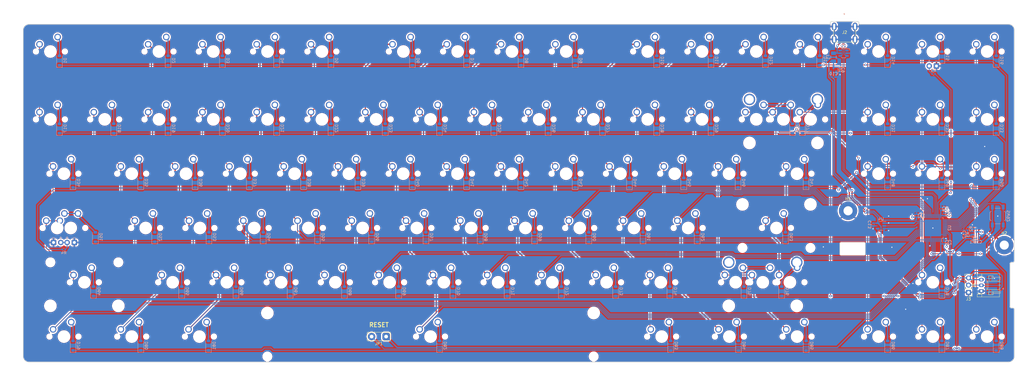
<source format=kicad_pcb>
(kicad_pcb (version 20221018) (generator pcbnew)
  (layers (0 "F.Cu" signal) (31 "B.Cu" signal) (34 "B.Paste" user) (35 "F.Paste" user) (36 "B.SilkS" user "B.Silkscreen") (37 "F.SilkS" user "F.Silkscreen") (38 "B.Mask" user) (39 "F.Mask" user) (44 "Edge.Cuts" user))
  (net 0 "")
  (net 1 "+3V3")
  (net 2 "GND")
  (net 3 "+5V")
  (net 4 "NRST")
  (net 5 "BOOT0")
  (net 6 "Net-(Q1-G)")
  (net 7 "ROW0")
  (net 8 "Net-(D1-A)")
  (net 9 "Net-(D2-A)")
  (net 10 "Net-(D3-A)")
  (net 11 "Net-(D4-A)")
  (net 12 "Net-(D5-A)")
  (net 13 "Net-(D6-A)")
  (net 14 "Net-(D7-A)")
  (net 15 "Net-(D8-A)")
  (net 16 "Net-(D9-A)")
  (net 17 "Net-(D10-A)")
  (net 18 "Net-(D11-A)")
  (net 19 "Net-(D12-A)")
  (net 20 "Net-(D13-A)")
  (net 21 "Net-(D14-A)")
  (net 22 "Net-(D15-A)")
  (net 23 "Net-(D16-A)")
  (net 24 "ROW1")
  (net 25 "Net-(D17-A)")
  (net 26 "Net-(D18-A)")
  (net 27 "Net-(D19-A)")
  (net 28 "Net-(D20-A)")
  (net 29 "Net-(D21-A)")
  (net 30 "Net-(D22-A)")
  (net 31 "Net-(D23-A)")
  (net 32 "Net-(D24-A)")
  (net 33 "Net-(D25-A)")
  (net 34 "Net-(D26-A)")
  (net 35 "Net-(D27-A)")
  (net 36 "Net-(D28-A)")
  (net 37 "Net-(D29-A)")
  (net 38 "Net-(D30-A)")
  (net 39 "Net-(D31-A)")
  (net 40 "Net-(D32-A)")
  (net 41 "Net-(D33-A)")
  (net 42 "ROW2")
  (net 43 "Net-(D34-A)")
  (net 44 "Net-(D35-A)")
  (net 45 "Net-(D36-A)")
  (net 46 "Net-(D37-A)")
  (net 47 "Net-(D38-A)")
  (net 48 "Net-(D39-A)")
  (net 49 "Net-(D40-A)")
  (net 50 "Net-(D41-A)")
  (net 51 "Net-(D42-A)")
  (net 52 "Net-(D43-A)")
  (net 53 "Net-(D44-A)")
  (net 54 "Net-(D45-A)")
  (net 55 "Net-(D46-A)")
  (net 56 "Net-(D47-A)")
  (net 57 "Net-(D48-A)")
  (net 58 "Net-(D49-A)")
  (net 59 "Net-(D50-A)")
  (net 60 "ROW3")
  (net 61 "Net-(D51-A)")
  (net 62 "Net-(D52-A)")
  (net 63 "Net-(D53-A)")
  (net 64 "Net-(D54-A)")
  (net 65 "Net-(D55-A)")
  (net 66 "Net-(D56-A)")
  (net 67 "Net-(D57-A)")
  (net 68 "Net-(D58-A)")
  (net 69 "Net-(D59-A)")
  (net 70 "Net-(D60-A)")
  (net 71 "Net-(D61-A)")
  (net 72 "Net-(D62-A)")
  (net 73 "Net-(D63-A)")
  (net 74 "ROW4")
  (net 75 "Net-(D64-A)")
  (net 76 "Net-(D65-A)")
  (net 77 "Net-(D66-A)")
  (net 78 "Net-(D67-A)")
  (net 79 "Net-(D68-A)")
  (net 80 "Net-(D69-A)")
  (net 81 "Net-(D70-A)")
  (net 82 "Net-(D71-A)")
  (net 83 "Net-(D72-A)")
  (net 84 "Net-(D73-A)")
  (net 85 "Net-(D74-A)")
  (net 86 "Net-(D75-A)")
  (net 87 "Net-(D76-A)")
  (net 88 "Net-(D77-A)")
  (net 89 "Net-(D78-A)")
  (net 90 "ROW5")
  (net 91 "Net-(D79-A)")
  (net 92 "Net-(D80-A)")
  (net 93 "Net-(D81-A)")
  (net 94 "Net-(D82-A)")
  (net 95 "Net-(D83-A)")
  (net 96 "Net-(D84-A)")
  (net 97 "Net-(D85-A)")
  (net 98 "Net-(D86-A)")
  (net 99 "Net-(D87-A)")
  (net 100 "Net-(D88-A)")
  (net 101 "VBUS")
  (net 102 "RGB_DB")
  (net 103 "D-")
  (net 104 "D+")
  (net 106 "COL0")
  (net 107 "COL2")
  (net 109 "COL4")
  (net 110 "COL5")
  (net 111 "COL6")
  (net 112 "COL8")
  (net 113 "COL9")
  (net 114 "COL10")
  (net 115 "COL11")
  (net 116 "COL12")
  (net 117 "COL13")
  (net 118 "COL14")
  (net 119 "COL15")
  (net 120 "COL16")
  (net 121 "COL1")
  (net 122 "COL3")
  (net 123 "COL7")
  (net 126 "Net-(D89-A)")
  (net 127 "CAPS_LED")
  (net 128 "Net-(D90-A)")
  (net 129 "SCRLCK_LED")
  (net 138 "RGBLED")
  (footprint "marbastlib-mx:SW_MX_1u" (layer "F.Cu") (at 140.416115 102.434638)
    (fp_text reference "SW71" hide)
    (fp_text value "MX_SW_solder" hide)
  )
  (footprint "marbastlib-mx:SW_MX_1u" (layer "F.Cu") (at 268.886115 21.594638)
    (fp_text reference "SW12" hide)
    (fp_text value "MX_SW_solder" hide)
  )
  (footprint "marbastlib-mx:SW_MX_1u" (layer "F.Cu") (at 192.776115 45.374638)
    (fp_text reference "SW26" hide)
    (fp_text value "MX_SW_solder" hide)
  )
  (footprint "marbastlib-mx:SW_MX_1u" (layer "F.Cu") (at 235.416115 102.434638)
    (fp_text reference "SW76" hide)
    (fp_text value "MX_SW_solder" hide)
  )
  (footprint "marbastlib-mx:SW_MX_1u" (layer "F.Cu") (at 97.676115 45.374638)
    (fp_text reference "SW21" hide)
    (fp_text value "MX_SW_solder" hide)
  )
  (footprint "marbastlib-mx:SW_MX_1u" (layer "F.Cu") (at 154.736115 45.374638)
    (fp_text reference "SW24" hide)
    (fp_text value "MX_SW_solder" hide)
  )
  (footprint "marbastlib-mx:SW_MX_1u" (layer "F.Cu") (at 173.756115 45.374638)
    (fp_text reference "SW25" hide)
    (fp_text value "MX_SW_solder" hide)
  )
  (footprint "marbastlib-mx:SW_MX_1u" (layer "F.Cu") (at 168.986115 83.414638)
    (fp_text reference "SW60" hide)
    (fp_text value "MX_SW_solder" hide)
  )
  (footprint "marbastlib-mx:SW_MX_1u" (layer "F.Cu") (at 50.088615 121.454638)
    (fp_text reference "SW83" hide)
    (fp_text value "MX_SW_solder" hide)
  )
  (footprint "marbastlib-mx:SW_MX_1u" (layer "F.Cu") (at 197.416115 102.434638)
    (fp_text reference "SW74" hide)
    (fp_text value "MX_SW_solder" hide)
  )
  (footprint "marbastlib-mx:SW_MX_1u" (layer "F.Cu") (at 202.286115 21.594638)
    (fp_text reference "SW9" hide)
    (fp_text value "MX_SW_solder" hide)
  )
  (footprint "marbastlib-mx:SW_MX_1u" (layer "F.Cu") (at 311.686115 45.374638)
    (fp_text reference "SW32" hide)
    (fp_text value "MX_SW_solder" hide)
  )
  (footprint "marbastlib-mx:SW_MX_1.75u" (layer "F.Cu") (at 28.718615 83.414638)
    (fp_text reference "SW53" hide)
    (fp_text value "MX_SW_solder" hide)
  )
  (footprint "marbastlib-mx:SW_MX_1u" (layer "F.Cu") (at 330.706115 121.454638)
    (fp_text reference "SW90" hide)
    (fp_text value "MX_SW_solder" hide)
  )
  (footprint "marbastlib-mx:SW_MX_1u" (layer "F.Cu") (at 275.926088 83.414669)
    (fp_text reference "SW65" hide)
    (fp_text value "MX_SW_solder" hide)
  )
  (footprint "marbastlib-mx:SW_MX_1.5u" (layer "F.Cu") (at 73.791115 121.454638)
    (fp_text reference "SW84" hide)
    (fp_text value "MX_SW_solder" hide)
  )
  (footprint "marbastlib-mx:SW_MX_1u" (layer "F.Cu") (at 107.136115 64.394638)
    (fp_text reference "SW39" hide)
    (fp_text value "MX_SW_solder" hide)
  )
  (footprint "marbastlib-mx:SW_MX_1.5u" (layer "F.Cu") (at 235.711115 121.454638)
    (fp_text reference "SW86" hide)
    (fp_text value "MX_SW_solder" hide)
  )
  (footprint "marbastlib-mx:SW_MX_1u" (layer "F.Cu") (at 226.006115 83.414638)
    (fp_text reference "SW63" hide)
    (fp_text value "MX_SW_solder" hide)
  )
  (footprint "marbastlib-mx:SW_MX_1.5u" (layer "F.Cu") (at 26.326115 64.394638)
    (fp_text reference "SW35" hide)
    (fp_text value "MX_SW_solder" hide)
  )
  (footprint "marbastlib-mx:SW_MX_1u" (layer "F.Cu") (at 330.706115 21.591179)
    (fp_text reference "SW15" hide)
    (fp_text value "MX_SW_solder" hide)
  )
  (footprint "TestPoint:TestPoint_2Pads_Pitch5.08mm_Drill1.3mm" (layer "F.Cu") (at 139.192 121.451498 180)
    (fp_text reference "JP1")
    (fp_text value "Jumper_2_Open")
  )
  (footprint "marbastlib-mx:SW_MX_1u" (layer "F.Cu") (at 259.296115 64.394638)
    (fp_text reference "SW47" hide)
    (fp_text value "MX_SW_solder" hide)
  )
  (footprint "marbastlib-mx:STAB_MX_2.25u" (layer "F.Cu") (at 33.496115 102.434638)
    (fp_text reference "S4" hide)
    (fp_text value "MX_stab")
  )
  (footprint "marbastlib-mx:SW_MX_1u" (layer "F.Cu") (at 145.176115 64.394638)
    (fp_text reference "SW41" hide)
    (fp_text value "MX_SW_solder" hide)
  )
  (footprint "marbastlib-mx:SW_MX_1u" (layer "F.Cu") (at 207.006115 83.414638)
    (fp_text reference "SW62" hide)
    (fp_text value "MX_SW_solder" hide)
  )
  (footprint "marbastlib-mx:SW_MX_1u" (layer "F.Cu") (at 311.686115 121.454638)
    (fp_text reference "SW89" hide)
    (fp_text value "MX_SW_solder" hide)
  )
  (footprint "marbastlib-mx:SW_MX_1u" (layer "F.Cu") (at 311.686115 64.394638)
    (fp_text reference "SW49" hide)
    (fp_text value "MX_SW_solder" hide)
  )
  (footprint "marbastlib-mx:SW_MX_1u" (layer "F.Cu") (at 230.816115 45.374638)
    (fp_text reference "SW28" hide)
    (fp_text value "MX_SW_solder" hide)
  )
  (footprint "marbastlib-mx:SW_MX_1u" (layer "F.Cu") (at 230.816115 21.594638)
    (fp_text reference "SW10" hide)
    (fp_text value "MX_SW_solder" hide)
  )
  (footprint "marbastlib-mx:SW_MX_1u" (layer "F.Cu") (at 21.596115 21.594638)
    (fp_text reference "SW1" hide)
    (fp_text value "MX_SW_solder" hide)
  )
  (footprint "marbastlib-mx:SW_MX_1u" (layer "F.Cu") (at 121.416115 102.434638)
    (fp_text reference "SW70" hide)
    (fp_text value "MX_SW_solder" hide)
  )
  (footprint "marbastlib-mx:SW_MX_1u" (layer "F.Cu") (at 287.906115 21.594638)
    (fp_text reference "SW13" hide)
    (fp_text value "MX_SW_solder" hide)
  )
  (footprint "marbastlib-mx:SW_MX_1u" (layer "F.Cu") (at 259.438615 121.454638)
    (fp_text reference "SW87" hide)
    (fp_text value "MX_SW_solder" hide)
  )
  (footprint "marbastlib-mx:SW_MX_1u" (layer "F.Cu") (at 249.836115 21.594638)
    (fp_text reference "SW11" hide)
    (fp_text value "MX_SW_solder" hide)
  )
  (footprint "marbastlib-mx:SW_MX_1u" (layer "F.Cu") (at 211.796115 45.374638)
    (fp_text reference "SW27" hide)
    (fp_text value "MX_SW_solder" hide)
  )
  (footprint "marbastlib-mx:LED_MX_3mm" (layer "F.Cu") (at 330.706115 26.671179)
    (fp_text reference "D90" hide)
    (fp_text value "LED_Small" hide)
  )
  (footprint "marbastlib-mx:SW_MX_1u" (layer "F.Cu") (at 69.096115 64.394638)
    (fp_text reference "SW37" hide)
    (fp_text value "MX_SW_solder" hide)
  )
  (footprint "marbastlib-mx:SW_MX_1u" (layer "F.Cu") (at 116.696534 21.599485)
    (fp_text reference "SW5" hide)
    (fp_text value "MX_SW_solder" hide)
  )
  (footprint "MountingHole:MountingHole_3.2mm_M3_Pad" (layer "F.Cu") (at 301.009027 77.392443)
    (fp_text reference "H1")
    (fp_text value "MountingHole_Pad")
  )
  (footprint "marbastlib-mx:SW_MX_1u" (layer "F.Cu") (at 97.676534 21.599485)
    (fp_text reference "SW4" hide)
    (fp_text value "MX_SW_solder" hide)
  )
  (footprint "marbastlib-mx:SW_MX_1u" (layer "F.Cu") (at 135.716115 45.374638)
    (fp_text reference "SW23" hide)
    (fp_text value "MX_SW_solder" hide)
  )
  (footprint "marbastlib-mx:SW_MX_1u" (layer "F.Cu") (at 164.196115 64.394638)
    (fp_text reference "SW42" hide)
    (fp_text value "MX_SW_solder" hide)
  )
  (footprint "marbastlib-mx:SW_MX_1u" (layer "F.Cu") (at 349.726115 121.454638)
    (fp_text reference "SW91" hide)
    (fp_text value "MX_SW_solder" hide)
  )
  (footprint "marbastlib-mx:SW_MX_1u" (layer "F.Cu") (at 116.696115 45.374638)
    (fp_text reference "SW22" hide)
    (fp_text value "MX_SW_solder" hide)
  )
  (footprint "marbastlib-mx:SW_MX_1u" (layer "F.Cu") (at 245.006115 83.414638)
    (fp_text reference "SW64" hide)
    (fp_text value "MX_SW_solder" hide)
  )
  (footprint "marbastlib-mx:SW_MX_1u" (layer "F.Cu") (at 330.706115 102.434638)
    (fp_text reference "SW81" hide)
    (fp_text value "MX_SW_solder" hide)
  )
  (footprint "marbastlib-mx:SW_MX_1.75u_STP_1.25" (layer "F.Cu") (at 23.956115 83.414638)
    (fp_text reference "SW52" hide)
    (fp_text value "MX_SW_solder" hide)
  )
  (footprint "marbastlib-mx:SW_MX_1u" (layer "F.Cu") (at 278.381115 45.374638)
    (fp_text reference "SW30" hide)
    (fp_text value "MX_SW_solder" hide)
  )
  (footprint "Connector_JST:JST_PH_S3B-PH-K_1x03_P2.00mm_Horizontal" (layer "F.Cu") (at 347.689 105.505 90)
    (fp_text reference "J4")
    (fp_text value "JST PH S3B")
  )
  (footprint "marbastlib-mx:SW_MX_1u" (layer "F.Cu") (at 349.726115 64.394638)
    (fp_text reference "SW51" hide)
    (fp_text value "MX_SW_solder" hide)
  )
  (footprint "marbastlib-mx:SW_MX_1u" (layer "F.Cu") (at 349.726115 45.374638)
    (fp_text reference "SW34" hide)
    (fp_text value "MX_SW_solder" hide)
  )
  (footprint "marbastlib-mx:SW_MX_1u" (layer "F.Cu") (at 33.496115 102.434638)
    (fp_text reference "SW66" hide)
    (fp_text value "MX_SW_solder" hide)
  )
  (footprint "marbastlib-mx:SW_MX_1u" (layer "F.Cu") (at 183.266115 21.594638)
    (fp_text reference "SW8" hide)
    (fp_text value "MX_SW_solder" hide)
  )
  (footprint "marbastlib-mx:SW_MX_1u" (layer "F.Cu") (at 50.076115 64.394638)
    (fp_text reference "SW36" hide)
    (fp_text value "MX_SW_solder" hide)
  )
  (footprint "marbastlib-mx:SW_MX_1u" (layer "F.Cu") (at 83.416115 102.434638)
    (fp_text reference "SW68" hide)
    (fp_text value "MX_SW_solder" hide)
  )
  (footprint "marbastlib-mx:SW_MX_1u" (layer "F.Cu") (at 59.636115 45.374638)
    (fp_text reference "SW19" hide)
    (fp_text value "MX_SW_solder" hide)
  )
  (footprint "marbastlib-mx:SW_MX_1u" (layer "F.Cu") (at 178.416115 102.434638)
    (fp_text reference "SW73" hide)
    (fp_text value "MX_SW_solder" hide)
  )
  (footprint "marbastlib-mx:SW_MX_1u" (layer "F.Cu") (at 271.141115 102.434638)
    (fp_text reference "SW78" hide)
    (fp_text value "MX_SW_solder" hide)
  )
  (footprint "marbastlib-mx:STAB_MX_P_2.75u" (layer "F.Cu") (at 271.141115 102.434638)
    (fp_text reference "S2" hide)
    (fp_text value "MX_stab")
  )
  (footprint "marbastlib-mx:SW_MX_1u" (layer "F.Cu") (at 188.006115 83.414638)
    (fp_text reference "SW61" hide)
    (fp_text value "MX_SW_solder" hide)
  )
  (footprint "marbastlib-mx:SW_MX_1u" (layer "F.Cu") (at 183.216115 64.394638)
    (fp_text reference "SW43" hide)
    (fp_text value "MX_SW_solder" hide)
  )
  (footprint "marbastlib-mx:SW_MX_1u" (layer "F.Cu") (at 330.706115 45.374638)
    (fp_text reference "SW33" hide)
    (fp_text value "MX_SW_solder" hide)
  )
  (footprint "marbastlib-mx:SW_MX_1.5u" (layer "F.Cu") (at 283.156115 121.454638)
    (fp_text reference "SW88" hide)
    (fp_text value "MX_SW_solder" hide)
  )
  (footprint "random-keyboard-parts:Molex-0548190589" (layer "F.Cu") (at 299.796115 12.85 -90)
    (fp_text reference "J2")
    (fp_text value "USB_B_Mini")
  )
  (footprint "marbastlib-mx:SW_MX_1u" (layer "F.Cu") (at 92.966115 83.414638)
    (fp_text reference "SW56" hide)
    (fp_text value "MX_SW_solder" hide)
  )
  (footprint "marbastlib-mx:STAB_MX_7u" (layer "F.Cu") (at 154.747529 121.451498 180)
    (fp_text reference "S5" hide)
    (fp_text value "MX_stab")
  )
  (footprint "marbastlib-mx:SW_MX_1u" (layer "F.Cu") (at 126.156115 64.394638)
    (fp_text reference "SW40" hide)
    (fp_text value "MX_SW_solder" hide)
  )
  (footprint "marbastlib-mx:SW_MX_1u" (layer "F.Cu") (at 78.656115 45.374638)
    (fp_text reference "SW20" hide)
    (fp_text value "MX_SW_solder" hide)
  )
  (footprint "marbastlib-mx:SW_MX_1u" (layer "F.Cu") (at 102.416115 102.434638)
    (fp_text reference "SW69" hide)
    (fp_text value "MX_SW_solder" hide)
  )
  (footprint "marbastlib-mx:SW_MX_1u" (layer "F.Cu") (at 349.726115 21.594638)
    (fp_text reference "SW16" hide)
    (fp_text value "MX_SW_solder" hide)
  )
  (footprint "marbastlib-mx:SW_MX_1u" (layer "F.Cu") (at 164.246115 21.594638)
    (fp_text reference "SW7" hide)
    (fp_text value "MX_SW_solder" hide)
  )
  (footprint "marbastlib-mx:SW_MX_1u" (layer "F.Cu") (at 64.416115 102.434638)
    (fp_text reference "SW67" hide)
    (fp_text value "MX_SW_solder" hide)
  )
  (footprint "marbastlib-mx:SW_MX_1u" (layer "F.Cu") (at 330.706115 64.394638)
    (fp_text reference "SW50" hide)
    (fp_text value "MX_SW_solder" hide)
  )
  (footprint "marbastlib-mx:SW_MX_1u" (layer "F.Cu") (at 159.416115 102.434638)
    (fp_text reference "SW72" hide)
    (fp_text value "MX_SW_solder" hide)
  )
  (footprint "marbastlib-mx:SW_MX_1u" (layer "F.Cu") (at 78.656534 21.599485)
    (fp_text reference "SW3" hide)
    (fp_text value "MX_SW_solder" hide)
  )
  (footprint "marbastlib-mx:SW_MX_1u" (layer "F.Cu") (at 111.966115 83.414638)
    (fp_text reference "SW57" hide)
    (fp_text value "MX_SW_solder" hide)
  )
  (footprint "marbastlib-mx:STAB_MX_2.25u" (layer "F.Cu") (at 275.926088 83.414669 180)
    (fp_text reference "S3" hide)
    (fp_text value "MX_stab")
  )
  (footprint "MountingHole:MountingHole_3.2mm_M3_Pad" (layer "F.Cu") (at 355.726066 89.414572)
    (fp_text reference "H2")
    (fp_text value "MountingHole_Pad")
  )
  (footprint "marbastlib-mx:SW_MX_1.75u" (layer "F.Cu") (at 261.631115 102.434638)
    (fp_text reference "SW77" hide)
    (fp_text value "MX_SW_solder" hide)
  )
  (footprint "marbastlib-mx:SW_MX_1u" (layer "F.Cu") (at 149.966115 83.414638)
    (fp_text reference "SW59" hide)
    (fp_text value "MX_SW_solder" hide)
  )
  (footprint "marbastlib-mx:SW_MX_1u" (layer "F.Cu") (at 202.236115 64.394638)
    (fp_text reference "SW44" hide)
    (fp_text value "MX_SW_solder" hide)
  )
  (footprint "marbastlib-mx:SW_MX_1u" (layer "F.Cu") (at 249.836115 45.374638)
    (fp_text reference "SW29" hide)
    (fp_text value "MX_SW_solder" hide)
  )
  (footprint "marbastlib-mx:SW_MX_1.5u" (layer "F.Cu") (at 26.346115 121.454638)
    (fp_text reference "SW82" hide)
    (fp_text value "MX_SW_solder" hide)
  )
  (footprint "marbastlib-mx:SW_MX_1u" (layer "F.Cu") (at 216.416115 102.434638)
    (fp_text reference "SW75" hide)
    (fp_text value "MX_SW_solder" hide)
  )
  (footprint "marbastlib-mx:SW_MX_1u" (layer "F.Cu") (at 73.966115 83.414638)
    (fp_text reference "SW55" hide)
    (fp_text value "MX_SW_solder" hide)
  )
  (footprint "marbastlib-mx:SW_MX_1u" (layer "F.Cu") (at 88.116115 64.394638)
    (fp_text reference "SW38" hide)
    (fp_text value "MX_SW_solder" hide)
  )
  (footprint "marbastlib-mx:SW_MX_1u" (layer "F.Cu") (at 287.891115 45.374638)
    (fp_text reference "SW80" hide)
    (fp_text value "MX_SW_solder" hide)
  )
  (footprint "marbastlib-mx:SW_MX_1u" (layer "F.Cu") (at 311.686115 21.594638)
    (fp_text reference "SW14" hide)
    (fp_text value "MX_SW_solder" hide)
  )
  (footprint "marbastlib-mx:SW_MX_1.5u" (layer "F.Cu") (at 283.111115 64.394638)
    (fp_text reference "SW48" hide)
    (fp_text value "MX_SW_solder" hide)
  )
  (footprint "marbastlib-mx:SW_MX_1u" (layer "F.Cu") (at 268.871115 45.374638)
    (fp_text reference "SW31" hide)
    (fp_text value "MX_SW_solder" hide)
  )
  (footprint "marbastlib-mx:SW_MX_1u" (layer "F.Cu") (at 280.651115 102.434638)
    (fp_text reference "SW79" hide)
    (fp_text value "MX_SW_solder" hide)
  )
  (footprint "marbastlib-mx:SW_MX_1u" (layer "F.Cu") (at 145.226115 21.594638)
    (fp_text reference "SW6" hide)
    (fp_text value "MX_SW_solder" hide)
  )
  (footprint "marbastlib-mx:LED_MX_3mm-ROT" (layer "F.Cu") (at 23.956115 88.494638)
    (fp_text reference "D91" hide)
    (fp_text value "LED_Small" hide)
  )
  (footprint "marbastlib-mx:LED_MX_3mm" (layer "F.Cu") (at 28.718615 88.494638)
    (fp_text reference "D89" hide)
    (fp_text value "LED_Small" hide)
  )
  (footprint "marbastlib-mx:STAB_MX_P_2u" (layer "F.Cu") (at 278.381115 45.374638)
    (fp_text reference "S1" hide)
    (fp_text value "MX_stab")
  )
  (footprint "marbastlib-mx:SW_MX_1u" (layer "F.Cu") (at 240.276115 64.394638)
    (fp_text reference "SW46" hide)
    (fp_text value "MX_SW_solder" hide)
  )
  (footprint "Connector_PinHeader_2.54mm:PinHeader_1x03_P2.54mm_Vertical" (layer "F.Cu") (at 343.206115 105.984629 180)
    (fp_text reference "J3")
    (fp_text value "Raw Header")
  )
  (footprint "marbastlib-mx:SW_MX_1u" (layer "F.Cu") (at 221.256115 64.394638)
    (fp_text reference "SW45" hide)
    (fp_text value "MX_SW_solder" hide)
  )
  (footprint "marbastlib-mx:SW_MX_1u" (layer "F.Cu") (at 21.596115 45.374638)
    (fp_text reference "SW17" hide)
    (fp_text value "MX_SW_solder" hide)
  )
  (footprint "marbastlib-mx:SW_MX_1u" (layer "F.Cu") (at 54.966115 83.414638)
    (fp_text reference "SW54" hide)
    (fp_text value "MX_SW_solder" hide)
  )
  (footprint "marbastlib-mx:SW_MX_1u" (layer "F.Cu") (at 59.636534 21.599485)
    (fp_text reference "SW2" hide)
    (fp_text value "MX_SW_solder" hide)
  )
  (footprint "marbastlib-mx:SW_MX_1u" (layer "F.Cu") (at 130.966115 83.414638)
    (fp_text reference "SW58" hide)
    (fp_text value "MX_SW_solder" hide)
  )
  (footprint "marbastlib-mx:SW_MX_1u" (layer "F.Cu") (at 154.747529 121.451498)
    (fp_text reference "SW85" hide)
    (fp_text value "MX_SW_solder" hide)
  )
  (footprint "marbastlib-mx:SW_MX_1u" (layer "F.Cu") (at 40.616115 45.374638)
    (fp_text reference "SW18" hide)
    (fp_text value "MX_SW_solder" hide)
  )
  (footprint "Diode_SMD:D_SOD-123" (layer "B.Cu") (at 205.455115 24.763638 90)
    (fp_text reference "D9")
    (fp_text value "D_Small")
  )
  (footprint "Diode_SMD:D_SOD-123" (layer "B.Cu") (at 286.280115 67.563638 90)
    (fp_text reference "D47")
    (fp_text value "D_Small")
  )
  (footprint "Package_QFP:LQFP-48_7x7mm_P0.5mm" (layer "B.Cu") (at 330.706115 83.414638 90)
    (fp_text reference "U2")
    (fp_text value "STM32F072C8Tx")
  )
  (footprint "Diode_SMD:D_SOD-123" (layer "B.Cu") (at 119.865534 24.768485 90)
    (fp_text reference "D5")
    (fp_text value "D_Small")
  )
  (footprint "Capacitor_SMD:C_0402_1005Metric" (layer "B.Cu") (at 346.484 87.12)
    (fp_text reference "C11")
    (fp_text value "1uF")
  )
  (footprint "Diode_SMD:D_SOD-123" (layer "B.Cu") (at 243.445115 67.563638 90)
    (fp_text reference "D45")
    (fp_text value "D_Small")
  )
  (footprint "Diode_SMD:D_SOD-123" (layer "B.Cu") (at 264.541 105.603638 90)
    (fp_text reference "D75")
    (fp_text value "D_Small")
  )
  (footprint "Diode_SMD:D_SOD-123" (layer "B.Cu") (at 62.805534 24.768485 90)
    (fp_text reference "D2")
    (fp_text value "D_Small")
  )
  (footprint "Diode_SMD:D_SOD-123" (layer "B.Cu") (at 233.985115 48.543638 90)
    (fp_text reference "D28")
    (fp_text value "D_Small")
  )
  (footprint "Diode_SMD:D_SOD-123" (layer "B.Cu") (at 272.055115 24.763638 90)
    (fp_text reference "D12")
    (fp_text value "D_Small")
  )
  (footprint "Diode_SMD:D_SOD-123" (layer "B.Cu") (at 219.585115 105.603638 90)
    (fp_text reference "D73")
    (fp_text value "D_Small")
  )
  (footprint "Diode_SMD:D_SOD-123" (layer "B.Cu") (at 119.865115 48.543638 90)
    (fp_text reference "D22")
    (fp_text value "D_Small")
  )
  (footprint "Diode_SMD:D_SOD-123" (layer "B.Cu") (at 333.875115 105.603638 90)
    (fp_text reference "D78")
    (fp_text value "D_Small")
  )
  (footprint "Diode_SMD:D_SOD-123" (layer "B.Cu") (at 314.855115 48.543638 90)
    (fp_text reference "D31")
    (fp_text value "D_Small")
  )
  (footprint "Diode_SMD:D_SOD-123" (layer "B.Cu") (at 105.585115 105.603638 90)
    (fp_text reference "D67")
    (fp_text value "D_Small")
  )
  (footprint "Diode_SMD:D_SOD-123" (layer "B.Cu") (at 100.845534 24.768485 90)
    (fp_text reference "D4")
    (fp_text value "D_Small")
  )
  (footprint "Diode_SMD:D_SOD-123" (layer "B.Cu") (at 253.005115 24.763638 90)
    (fp_text reference "D11")
    (fp_text value "D_Small")
  )
  (footprint "Diode_SMD:D_SOD-123" (layer "B.Cu") (at 333.875115 124.623638 90)
    (fp_text reference "D87")
    (fp_text value "D_Small")
  )
  (footprint "Diode_SMD:D_SOD-123" (layer "B.Cu") (at 224.425115 67.563638 90)
    (fp_text reference "D44")
    (fp_text value "D_Small")
  )
  (footprint "Capacitor_SMD:C_0402_1005Metric" (layer "B.Cu") (at 342.9 85.723 -90)
    (fp_text reference "C12")
    (fp_text value "4.7uF")
  )
  (footprint "Resistor_SMD:R_0402_1005Metric" (layer "B.Cu") (at 330.962 29.464 180)
    (fp_text reference "R5")
    (fp_text value "220")
  )
  (footprint "Diode_SMD:D_SOD-123" (layer "B.Cu") (at 148.395115 24.763638 90)
    (fp_text reference "D6")
    (fp_text value "D_Small")
  )
  (footprint "Diode_SMD:D_SOD-123" (layer "B.Cu") (at 352.895115 48.543638 90)
    (fp_text reference "D33")
    (fp_text value "D_Small")
  )
  (footprint "Diode_SMD:D_SOD-123" (layer "B.Cu") (at 100.845115 48.543638 90)
    (fp_text reference "D21")
    (fp_text value "D_Small")
  )
  (footprint "Diode_SMD:D_SOD-123" (layer "B.Cu") (at 352.895115 24.763638 90)
    (fp_text reference "D16")
    (fp_text value "D_Small")
  )
  (footprint "Diode_SMD:D_SOD-123" (layer "B.Cu") (at 333.875115 23.368 90)
    (fp_text reference "D15")
    (fp_text value "D_Small")
  )
  (footprint "Diode_SMD:D_SOD-123" (layer "B.Cu") (at 186.435115 24.763638 90)
    (fp_text reference "D8")
    (fp_text value "D_Small")
  )
  (footprint "Resistor_SMD:R_0402_1005Metric" (layer "B.Cu") (at 342.9 83.691 90)
    (fp_text reference "R2")
    (fp_text value "10k")
  )
  (footprint "Diode_SMD:D_SOD-123" (layer "B.Cu") (at 58.135115 86.583638 90)
    (fp_text reference "D52")
    (fp_text value "D_Small")
  )
  (footprint "Diode_SMD:D_SOD-123" (layer "B.Cu") (at 86.585115 105.603638 90)
    (fp_text reference "D66")
    (fp_text value "D_Small")
  )
  (footprint "Diode_SMD:D_SOD-123" (layer "B.Cu") (at 172.155115 86.583638 90)
    (fp_text reference "D58")
    (fp_text value "D_Small")
  )
  (footprint "Diode_SMD:D_SOD-123" (layer "B.Cu") (at 167.365115 67.563638 90)
    (fp_text reference "D41")
    (fp_text value "D_Small")
  )
  (footprint "Diode_SMD:D_SOD-123" (layer "B.Cu") (at 186.385115 67.563638 90)
    (fp_text reference "D42")
    (fp_text value "D_Small")
  )
  (footprint "Capacitor_SMD:C_0402_1005Metric" (layer "B.Cu") (at 324.993 79.121 90)
    (fp_text reference "C7")
    (fp_text value "4.7uF")
  )
  (footprint "Diode_SMD:D_SOD-123" (layer "B.Cu") (at 24.765115 24.763638 90)
    (fp_text reference "D1")
    (fp_text value "D_Small")
  )
  (footprint "Diode_SMD:D_SOD-123" (layer "B.Cu") (at 81.825115 48.543638 90)
    (fp_text reference "D20")
    (fp_text value "D_Small")
  )
  (footprint "Diode_SMD:D_SOD-123" (layer "B.Cu") (at 96.135115 86.583638 90)
    (fp_text reference "D54")
    (fp_text value "D_Small")
  )
  (footprint "Diode_SMD:D_SOD-123" (layer "B.Cu") (at 62.805115 48.543638 90)
    (fp_text reference "D19")
    (fp_text value "D_Small")
  )
  (footprint "Diode_SMD:D_SOD-123" (layer "B.Cu") (at 248.175115 86.583638 90)
    (fp_text reference "D62")
    (fp_text value "D_Small")
  )
  (footprint "Diode_SMD:D_SOD-123" (layer "B.Cu") (at 148.345115 67.563638 90)
    (fp_text reference "D40")
    (fp_text value "D_Small")
  )
  (footprint "Diode_SMD:D_SOD-123" (layer "B.Cu") (at 37.338 86.583638 90)
    (fp_text reference "D51")
    (fp_text value "D_Small")
  )
  (footprint "Diode_SMD:D_SOD-123" (layer "B.Cu") (at 81.825534 24.768485 90)
    (fp_text reference "D3")
    (fp_text value "D_Small")
  )
  (footprint "Diode_SMD:D_SOD-123" (layer "B.Cu") (at 53.245115 67.563638 90)
    (fp_text reference "D35")
    (fp_text value "D_Small")
  )
  (footprint "Diode_SMD:D_SOD-123" (layer "B.Cu") (at 352.895115 67.563638 90)
    (fp_text reference "D50")
    (fp_text value "D_Small")
  )
  (footprint "Diode_SMD:D_SOD-123" (layer "B.Cu") (at 352.895115 124.623638 90)
    (fp_text reference "D88")
    (fp_text value "D_Small")
  )
  (footprint "Diode_SMD:D_SOD-123" (layer "B.Cu") (at 277.749 105.603638 90)
    (fp_text reference "D76")
    (fp_text value "D_Small")
  )
  (footprint "Diode_SMD:D_SOD-123" (layer "B.Cu") (at 233.985115 24.763638 90)
    (fp_text reference "D10")
    (fp_text value "D_Small")
  )
  (footprint "Capacitor_SMD:C_0402_1005Metric" (layer "B.Cu") (at 334.518 78.641 90)
    (fp_text reference "C5")
    (fp_text value "10nF")
  )
  (footprint "Capacitor_SMD:C_0402_1005Metric" (layer "B.Cu") (at 334.518 88.519 90)
    (fp_text reference "C6")
    (fp_text value "4.7uF")
  )
  (footprint "Diode_SMD:D_SOD-123" (layer "B.Cu") (at 181.585115 105.603638 90)
    (fp_text reference "D71")
    (fp_text value "D_Small")
  )
  (footprint "Diode_SMD:D_SOD-123" (layer "B.Cu") (at 314.855115 67.563638 90)
    (fp_text reference "D48")
    (fp_text value "D_Small")
  )
  (footprint "Package_TO_SOT_SMD:SOT-23-5" (layer "B.Cu") (at 312.547 82.677 180)
    (fp_text reference "U4")
    (fp_text value "74AHCT1G125")
  )
  (footprint "Diode_SMD:D_SOD-123" (layer "B.Cu") (at 314.855115 124.623638 90)
    (fp_text reference "D86")
    (fp_text value "D_Small")
  )
  (footprint "Diode_SMD:D_SOD-123" (layer "B.Cu") (at 262.607615 124.623638 90)
    (fp_text reference "D84")
    (fp_text value "D_Small")
  )
  (footprint "Capacitor_SMD:C_0402_1005Metric" (layer "B.Cu") (at 298.196 28.0185 90)
    (fp_text reference "C9")
    (fp_text value "1uF")
  )
  (footprint "Diode_SMD:D_SOD-123" (layer "B.Cu") (at 153.135115 86.583638 90)
    (fp_text reference "D57")
    (fp_text value "D_Small")
  )
  (footprint "Resistor_SMD:R_0402_1005Metric" (layer "B.Cu") (at 341.884 85.723 90)
    (fp_text reference "R3")
    (fp_text value "100k")
  )
  (footprint "Diode_SMD:D_SOD-123" (layer "B.Cu") (at 72.265115 67.563638 90)
    (fp_text reference "D36")
    (fp_text value "D_Small")
  )
  (footprint "Diode_SMD:D_SOD-123" (layer "B.Cu") (at 77.135115 86.583638 90)
    (fp_text reference "D53")
    (fp_text value "D_Small")
  )
  (footprint "Diode_SMD:D_SOD-123" (layer "B.Cu") (at 167.415115 24.763638 90)
    (fp_text reference "D7")
    (fp_text value "D_Small")
  )
  (footprint "Button_Switch_SMD:SW_SPST_TL3342" (layer "B.Cu") (at 353.446 79.223 90)
    (fp_text reference "SW92")
    (fp_text value "SW_Push")
  )
  (footprint "Diode_SMD:D_SOD-123" (layer "B.Cu") (at 238.585115 105.603638 90)
    (fp_text reference "D74")
    (fp_text value "D_Small")
  )
  (footprint "Package_TO_SOT_SMD:SOT-23" (layer "B.Cu") (at 295.91 28.0185 90)
    (fp_text reference "U1")
    (fp_text value "XC6206PxxxMR")
  )
  (footprint "Diode_SMD:D_SOD-123" (layer "B.Cu") (at 176.925115 48.543638 90)
    (fp_text reference "D25")
    (fp_text value "D_Small")
  )
  (footprint "Diode_SMD:D_SOD-123" (layer "B.Cu") (at 191.175115 86.583638 90)
    (fp_text reference "D59")
    (fp_text value "D_Small")
  )
  (footprint "Diode_SMD:D_SOD-123" (layer "B.Cu") (at 67.585115 105.603638 90)
    (fp_text reference "D65")
    (fp_text value "D_Small")
  )
  (footprint "Capacitor_SMD:C_0402_1005Metric" (layer "B.Cu") (at 334.5555 76.708 90)
    (fp_text reference "C4")
    (fp_text value "100nF")
  )
  (footprint "Diode_SMD:D_SOD-123" (layer "B.Cu") (at 124.585115 105.603638 90)
    (fp_text reference "D68")
    (fp_text value "D_Small")
  )
  (footprint "Diode_SMD:D_SOD-123" (layer "B.Cu") (at 29.515115 124.623638 90)
    (fp_text reference "D79")
    (fp_text value "D_Small")
  )
  (footprint "Diode_SMD:D_SOD-123" (layer "B.Cu") (at 333.875115 48.543638 90)
    (fp_text reference "D32")
    (fp_text value "D_Small")
  )
  (footprint "Capacitor_SMD:C_0402_1005Metric" (layer "B.Cu") (at 309.753 82.197 -90)
    (fp_text reference "C13")
    (fp_text value "100nF")
  )
  (footprint "Diode_SMD:D_SOD-123" (layer "B.Cu") (at 138.885115 48.543638 90)
    (fp_text reference "D23")
    (fp_text value "D_Small")
  )
  (footprint "Diode_SMD:D_SOD-123" (layer "B.Cu") (at 195.945115 48.543638 90)
    (fp_text reference "D26")
    (fp_text value "D_Small")
  )
  (footprint "Capacitor_SMD:C_0402_1005Metric" (layer "B.Cu") (at 333.502 76.708 90)
    (fp_text reference "C8")
    (fp_text value "1uF")
  )
  (footprint "Diode_SMD:D_SOD-123" (layer "B.Cu") (at 279.095088 86.583669 90)
    (fp_text reference "D63")
    (fp_text value "D_Small")
  )
  (footprint "Capacitor_SMD:C_0402_1005Metric" (layer "B.Cu") (at 295.91 30.5585 180)
    (fp_text reference "C10")
    (fp_text value "1uF")
  )
  (footprint "Capacitor_SMD:C_0402_1005Metric" (layer "B.Cu") (at 326.136 79.121 90)
    (fp_text reference "C3")
    (fp_text value "100nF")
  )
  (footprint "Diode_SMD:D_SOD-123" (layer "B.Cu") (at 214.965115 48.543638 90)
    (fp_text reference "D27")
    (fp_text value "D_Small")
  )
  (footprint "Diode_SMD:D_SOD-123" (layer "B.Cu") (at 200.585115 105.603638 90)
    (fp_text reference "D72")
    (fp_text value "D_Small")
  )
  (footprint "Diode_SMD:D_SOD-123" (layer "B.Cu") (at 36.665115 105.603638 90)
    (fp_text reference "D64")
    (fp_text value "D_Small")
  )
  (footprint "Diode_SMD:D_SOD-123" (layer "B.Cu") (at 43.785115 48.543638 90)
    (fp_text reference "D18")
    (fp_text value "D_Small")
  )
  (footprint "Diode_SMD:D_SOD-123" (layer "B.Cu") (at 134.135115 86.583638 90)
    (fp_text reference "D56")
    (fp_text value "D_Small")
  )
  (footprint "Diode_SMD:D_SOD-123" (layer "B.Cu") (at 53.257615 124.623638 90)
    (fp_text reference "D80")
    (fp_text value "D_Small")
  )
  (footprint "Diode_SMD:D_SOD-123" (layer "B.Cu") (at 205.405115 67.563638 90)
    (fp_text reference "D43")
    (fp_text value "D_Small")
  )
  (footprint "Diode_SMD:D_SOD-123" (layer "B.Cu") (at 157.916529 124.620498 90)
    (fp_text reference "D82")
    (fp_text value "D_Small")
  )
  (footprint "Diode_SMD:D_SOD-123" (layer "B.Cu") (at 115.135115 86.583638 90)
    (fp_text reference "D55")
    (fp_text value "D_Small")
  )
  (footprint "Diode_SMD:D_SOD-123" (layer "B.Cu") (at 286.325115 124.623638 90)
    (fp_text reference "D85")
    (fp_text value "D_Small")
  )
  (footprint "Package_TO_SOT_SMD:SOT-23" (layer "B.Cu") (at 345.44 84.7555)
    (fp_text reference "Q1")
    (fp_text value "2N7002")
  )
  (footprint "Diode_SMD:D_SOD-123" (layer "B.Cu") (at 229.175115 86.583638 90)
    (fp_text reference "D61")
    (fp_text value "D_Small")
  )
  (footprint "Diode_SMD:D_SOD-123" (layer "B.Cu") (at 333.875115 67.563638 90)
    (fp_text reference "D49")
    (fp_text value "D_Small")
  )
  (footprint "marbastlib-various:SOT-23-6-routable" (layer "B.Cu") (at 299.434 22.194 180)
    (fp_text reference "U3")
    (fp_text value "SRV05-4")
  )
  (footprint "Diode_SMD:D_SOD-123" (layer "B.Cu") (at 284.988 48.543638 90)
    (fp_text reference "D77")
    (fp_text value "D_Small")
  )
  (footprint "Diode_SMD:D_SOD-123" (layer "B.Cu") (at 76.960115 124.623638 90)
    (fp_text reference "D81")
    (fp_text value "D_Small")
  )
  (footprint "Diode_SMD:D_SOD-123" (layer "B.Cu") (at 162.585115 105.603638 90)
    (fp_text reference "D70")
    (fp_text value "D_Small")
  )
  (footprint "Diode_SMD:D_SOD-123" (layer "B.Cu") (at 143.585115 105.603638 90)
    (fp_text reference "D69")
    (fp_text value "D_Small")
  )
  (footprint "Diode_SMD:D_SOD-123" (layer "B.Cu") (at 262.465115 67.563638 90)
    (fp_text reference "D46")
    (fp_text value "D_Small")
  )
  (footprint "Diode_SMD:D_SOD-123" (layer "B.Cu") (at 281.550115 48.543638 90)
    (fp_text reference "D30")
    (fp_text value "D_Small")
  )
  (footprint "Fuse:Fuse_1206_3216Metric" (layer "B.Cu") (at 295.91 23.594 -90)
    (fp_text reference "F1")
    (fp_text value "500mA")
  )
  (footprint "Diode_SMD:D_SOD-123" (layer "B.Cu") (at 24.765115 48.543638 90)
    (fp_text reference "D17")
    (fp_text value "D_Small")
  )
  (footprint "Resistor_SMD:R_0402_1005Metric" (layer "B.Cu") (at 344.551 87.12)
    (fp_text reference "R1")
    (fp_text value "10k")
  )
  (footprint "Diode_SMD:D_SOD-123" (layer "B.Cu") (at 129.325115 67.563638 90)
    (fp_text reference "D39")
    (fp_text value "D_Small")
  )
  (footprint "Diode_SMD:D_SOD-123" (layer "B.Cu") (at 291.075115 24.763638 90)
    (fp_text reference "D13")
    (fp_text value "D_Small")
  )
  (footprint "Diode_SMD:D_SOD-123" (layer "B.Cu") (at 253.005115 48.543638 90)
    (fp_text reference "D29")
    (fp_text value "D_Small")
  )
  (footprint "Capacitor_SMD:C_0402_1005Metric" (layer "B.Cu") (at 335.534 78.641 90)
    (fp_text reference "C1")
    (fp_text value "100nF")
  )
  (footprint "Diode_SMD:D_SOD-123" (layer "B.Cu") (at 314.855115 24.763638 90)
    (fp_text reference "D14")
    (fp_text value "D_Small")
  )
  (footprint "Diode_SMD:D_SOD-123" (layer "B.Cu") (at 210.175115 86.583638 90)
    (fp_text reference "D60")
    (fp_text value "D_Small")
  )
  (footprint "Capacitor_SMD:C_0402_1005Metric" (layer "B.Cu") (at 335.534 88.519 90)
    (fp_text reference "C2")
    (fp_text value "100nF")
  )
  (footprint "Diode_SMD:D_SOD-123" (layer "B.Cu") (at 238.880115 124.623638 90)
    (fp_text reference "D83")
    (fp_text value "D_Small")
  )
  (footprint "Diode_SMD:D_SOD-123" (layer "B.Cu") (at 29.495115 67.563638 90)
    (fp_text reference "D34")
    (fp_text value "D_Small")
  )
  (footprint "Connector_Molex:Molex_Pico-EZmate_78171-0003_1x03-1MP_P1.20mm_Vertical" (layer "B.Cu") (at 352.298 103.473 90)
    (fp_text reference "J1" hide)
    (fp_text value "Pico EzMate")
  )
  (footprint "Diode_SMD:D_SOD-123" (layer "B.Cu") (at 110.305115 67.563638 90)
    (fp_text reference "D38")
    (fp_text value "D_Small")
  )
  (footprint "Diode_SMD:D_SOD-123" (layer "B.Cu") (at 91.285115 67.563638 90)
    (fp_text reference "D37")
    (fp_text value "D_Small")
  )
  (footprint "Diode_SMD:D_SOD-123" (layer "B.Cu") (at 157.905115 48.543638 90)
    (fp_text reference "D24")
    (fp_text value "D_Small")
  )
  (footprint "Resistor_SMD:R_0402_1005Metric" (layer "B.Cu") (at 26.289 90.932)
    (fp_text reference "R4")
    (fp_text value "220")
  )
  (gr_poly (pts (xy 299.618445 8.154133) (xy 299.628389 8.154756) (xy 299.638446 8.155949) (xy 299.648596 8.157702) (xy 299.658817 8.16001) (xy 299.669088 8.162865) (xy 299.679387 8.16626) (xy 299.689693 8.170188) (xy 299.699985 8.174642) (xy 299.710242 8.179615) (xy 299.720442 8.185099) (xy 299.730564 8.191087) (xy 299.740586 8.197573) (xy 299.750488 8.20455) (xy 299.760247 8.212009) (xy 299.769843 8.219945) (xy 299.779255 8.228349) (xy 299.78846 8.237216) (xy 299.79909 8.248352) (xy 299.809152 8.259915) (xy 299.818645 8.271875) (xy 299.827569 8.284205) (xy 299.835926 8.296877) (xy 299.843713 8.30986) (xy 299.850933 8.323129) (xy 299.857584 8.336652) (xy 299.86918 8.364354) (xy 299.878503 8.392738) (xy 299.885551 8.421577) (xy 299.890326 8.450643) (xy 299.892827 8.47971) (xy 299.893055 8.508549) (xy 299.891008 8.536933) (xy 299.886688 8.564636) (xy 299.880094 8.591429) (xy 299.875945 8.604414) (xy 299.871226 8.617086) (xy 299.86594 8.629417) (xy 299.860085 8.641378) (xy 299.853661 8.652942) (xy 299.846669 8.664079) (xy 299.82549 8.694769) (xy 299.81535 8.70857) (xy 299.805476 8.721338) (xy 299.795843 8.733068) (xy 299.786428 8.743757) (xy 299.777204 8.753402) (xy 299.768148 8.761999) (xy 299.759233 8.769544) (xy 299.750436 8.776034) (xy 299.741731 8.781465) (xy 299.733093 8.785834) (xy 299.724498 8.789137) (xy 299.715921 8.791371) (xy 299.707337 8.792532) (xy 299.698721 8.792617) (xy 299.690048 8.791621) (xy 299.681293 8.789542) (xy 299.672432 8.786376) (xy 299.663439 8.782119) (xy 299.65429 8.776768) (xy 299.64496 8.770319) (xy 299.635423 8.762769) (xy 299.625656 8.754113) (xy 299.615633 8.74435) (xy 299.605329 8.733474) (xy 299.59472 8.721483) (xy 299.58378 8.708373) (xy 299.572485 8.69414) (xy 299.56081 8.678781) (xy 299.53622 8.644669) (xy 299.522355 8.618561) (xy 299.509882 8.591315) (xy 299.498831 8.563159) (xy 299.489229 8.534322) (xy 299.481105 8.505029) (xy 299.474488 8.475509) (xy 299.469406 8.445988) (xy 299.465888 8.416695) (xy 299.463962 8.387857) (xy 299.463656 8.3597) (xy 299.465 8.332453) (xy 299.46802 8.306343) (xy 299.472747 8.281597) (xy 299.479208 8.258442) (xy 299.483098 8.247533) (xy 299.487432 8.237107) (xy 299.492214 8.227192) (xy 299.497448 8.217818) (xy 299.503125 8.209063) (xy 299.509237 8.200982) (xy 299.515761 8.19357) (xy 299.522676 8.186819) (xy 299.52996 8.180721) (xy 299.537593 8.17527) (xy 299.545553 8.170458) (xy 299.553818 8.166278) (xy 299.562368 8.162724) (xy 299.571181 8.159788) (xy 299.580236 8.157464) (xy 299.589511 8.155743) (xy 299.598985 8.154619) (xy 299.608637 8.154084)) (fill solid) (layer "B.SilkS"))
  (gr_line (start 298.109027 92.514638) (end 298.109027 88.914638) (stroke (width 0.2)) (layer "Edge.Cuts"))
  (gr_line (start 359.227054 94.934591) (end 359.225985 14.094266) (stroke (width 0.2)) (layer "Edge.Cuts"))
  (gr_arc (start 357.225985 12.094268) (mid 358.640236 12.680016) (end 359.225985 14.094266) (stroke (width 0.2)) (layer "Edge.Cuts"))
  (gr_arc (start 358.726094 111.45462) (mid 359.079697 111.601029) (end 359.226093 111.95462) (stroke (width 0.2)) (layer "Edge.Cuts"))
  (gr_arc (start 357.726071 95.934597) (mid 357.872528 95.581056) (end 358.226067 95.434596) (stroke (width 0.2)) (layer "Edge.Cuts"))
  (gr_line (start 294.396115 12.094261) (end 14.094189 12.094234) (stroke (width 0.2)) (layer "Edge.Cuts"))
  (gr_arc (start 12.094188 14.094169) (mid 12.68 12.68) (end 14.094189 12.094234) (stroke (width 0.2)) (layer "Edge.Cuts"))
  (gr_line (start 307.089027 92.514638) (end 307.089027 88.914638) (stroke (width 0.2)) (layer "Edge.Cuts"))
  (gr_line (start 294.796115 11.494638) (end 294.796115 11.694261) (stroke (width 0.2)) (layer "Edge.Cuts"))
  (gr_arc (start 298.109027 88.914638) (mid 298.255474 88.561089) (end 298.609027 88.414638) (stroke (width 0.2)) (layer "Edge.Cuts"))
  (gr_line (start 304.396115 11.094638) (end 295.196115 11.094638) (stroke (width 0.2)) (layer "Edge.Cuts"))
  (gr_arc (start 294.796115 11.494638) (mid 294.913302 11.211825) (end 295.196115 11.094638) (stroke (width 0.2)) (layer "Edge.Cuts"))
  (gr_arc (start 298.609027 93.014638) (mid 298.255466 92.868196) (end 298.109027 92.514638) (stroke (width 0.2)) (layer "Edge.Cuts"))
  (gr_arc (start 305.196115 12.094263) (mid 304.913299 11.977101) (end 304.796115 11.694263) (stroke (width 0.2)) (layer "Edge.Cuts"))
  (gr_arc (start 358.226088 111.454619) (mid 357.872553 111.308139) (end 357.726089 110.95462) (stroke (width 0.2)) (layer "Edge.Cuts"))
  (gr_arc (start 307.089027 92.514638) (mid 306.942581 92.868196) (end 306.589027 93.014638) (stroke (width 0.2)) (layer "Edge.Cuts"))
  (gr_arc (start 304.396115 11.094638) (mid 304.678987 11.211766) (end 304.796115 11.494638) (stroke (width 0.2)) (layer "Edge.Cuts"))
  (gr_line (start 298.609027 88.414638) (end 306.589027 88.414638) (stroke (width 0.2)) (layer "Edge.Cuts"))
  (gr_arc (start 14.090538 130.354493) (mid 12.676226 129.768733) (end 12.090471 128.354419) (stroke (width 0.2)) (layer "Edge.Cuts"))
  (gr_line (start 12.094188 14.094169) (end 12.090471 128.354419) (stroke (width 0.2)) (layer "Edge.Cuts"))
  (gr_arc (start 359.226111 128.354587) (mid 358.640261 129.768755) (end 357.226064 130.354589) (stroke (width 0.2)) (layer "Edge.Cuts"))
  (gr_arc (start 359.227054 94.934591) (mid 359.080628 95.288187) (end 358.727058 95.434592) (stroke (width 0.2)) (layer "Edge.Cuts"))
  (gr_arc (start 306.589027 88.414638) (mid 306.942573 88.561089) (end 307.089027 88.914638) (stroke (width 0.2)) (layer "Edge.Cuts"))
  (gr_line (start 359.226111 128.354587) (end 359.226093 111.95462) (stroke (width 0.2)) (layer "Edge.Cuts"))
  (gr_line (start 357.225985 12.094268) (end 305.196115 12.094263) (stroke (width 0.2)) (layer "Edge.Cuts"))
  (gr_line (start 358.226088 111.454619) (end 358.726094 111.45462) (stroke (width 0.2)) (layer "Edge.Cuts"))
  (gr_line (start 14.09047 130.354493) (end 357.226064 130.354589) (stroke (width 0.2)) (layer "Edge.Cuts"))
  (gr_line (start 358.226067 95.434596) (end 358.727058 95.434592) (stroke (width 0.2)) (layer "Edge.Cuts"))
  (gr_line (start 298.609027 93.014638) (end 306.589027 93.014638) (stroke (width 0.2)) (layer "Edge.Cuts"))
  (gr_line (start 304.796115 11.494638) (end 304.796115 11.694263) (stroke (width 0.2)) (layer "Edge.Cuts"))
  (gr_line (start 357.726089 110.95462) (end 357.726071 95.934597) (stroke (width 0.2)) (layer "Edge.Cuts"))
  (gr_arc (start 294.796115 11.694261) (mid 294.678985 11.977153) (end 294.396115 12.094261) (stroke (width 0.2)) (layer "Edge.Cuts"))
  (gr_text "RESET" (at 133.096 118.237) (layer "F.SilkS") (effects (font (size 1.5 1.5) (thickness 0.3) bold) (justify left bottom)))
  (segment (start 302.4168 72.614142) (end 302.4168 70.233208) (width 0.381) (layer "F.Cu") (net 1))
  (segment (start 306.854044 77.051386) (end 302.4168 72.614142) (width 0.381) (layer "F.Cu") (net 1))
  (segment (start 307.149615 77.051386) (end 306.854044 77.051386) (width 0.381) (layer "F.Cu") (net 1))
  (segment (start 337.6575 91.723786) (end 335.780286 91.723786) (width 0.381) (layer "F.Cu") (net 1))
  (segment (start 335.780286 91.723786) (end 335.7505 91.694) (width 0.381) (layer "F.Cu") (net 1))
  (via (at 307.149615 77.051386) (size 0.8) (drill 0.4) (layers "F.Cu" "B.Cu") (net 1))
  (via (at 335.7505 91.694) (size 0.8) (drill 0.4) (layers "F.Cu" "B.Cu") (net 1))
  (via (at 335.534 89.916) (size 0.8) (drill 0.4) (layers "F.Cu" "B.Cu") (net 1))
  (via (at 323.469 79.612503) (size 0.8) (drill 0.4) (layers "F.Cu" "B.Cu") (net 1))
  (via (at 337.6575 91.723786) (size 0.8) (drill 0.4) (layers "F.Cu" "B.Cu") (net 1))
  (via (at 335.661 77.216) (size 0.8) (drill 0.4) (layers "F.Cu" "B.Cu") (net 1))
  (via (at 336.423 79.121) (size 0.8) (drill 0.4) (layers "F.Cu" "B.Cu") (net 1))
  (via (at 302.4168 70.233208) (size 0.8) (drill 0.4) (layers "F.Cu" "B.Cu") (net 1))
  (segment (start 285.507113 124.979138) (end 287.143117 124.979138) (width 0.381) (layer "B.Cu") (net 1))
  (segment (start 335.534 88.999) (end 335.534 89.916) (width 0.381) (layer "B.Cu") (net 1))
  (segment (start 334.518 88.999) (end 333.524615 88.999) (width 0.381) (layer "B.Cu") (net 1))
  (segment (start 302.321866 70.233208) (end 296.291 64.202342) (width 0.381) (layer "B.Cu") (net 1))
  (segment (start 335.633 77.188) (end 335.661 77.216) (width 0.381) (layer "B.Cu") (net 1))
  (segment (start 342.267 87.12) (end 337.566 91.821) (width 0.381) (layer "B.Cu") (net 1))
  (segment (start 263.748617 125.302138) (end 285.184113 125.302138) (width 0.381) (layer "B.Cu") (net 1))
  (segment (start 310.061 77.524) (end 313.182 80.645) (width 0.381) (layer "B.Cu") (net 1))
  (segment (start 287.466117 125.302138) (end 297.226862 125.302138) (width 0.381) (layer "B.Cu") (net 1))
  (segment (start 158.734531 124.975998) (end 159.060671 125.302138) (width 0.381) (layer "B.Cu") (net 1))
  (segment (start 261.789613 124.979138) (end 263.425617 124.979138) (width 0.381) (layer "B.Cu") (net 1))
  (segment (start 333.524615 88.999) (end 333.496615 89.027) (width 0.381) (layer "B.Cu") (net 1))
  (segment (start 159.060671 125.302138) (end 237.739113 125.302138) (width 0.381) (layer "B.Cu") (net 1))
  (segment (start 334.518 79.121) (end 333.587253 79.121) (width 0.381) (layer "B.Cu") (net 1))
  (segment (start 334.518 79.121) (end 335.534 79.121) (width 0.381) (layer "B.Cu") (net 1))
  (segment (start 335.7505 91.694) (end 334.518 90.4615) (width 0.381) (layer "B.Cu") (net 1))
  (segment (start 307.086 115.443) (end 309.169158 115.443) (width 0.381) (layer "B.Cu") (net 1))
  (segment (start 261.466613 125.302138) (end 261.789613 124.979138) (width 0.381) (layer "B.Cu") (net 1))
  (segment (start 324.993 80.624138) (end 324.993 79.601) (width 0.381) (layer "B.Cu") (net 1))
  (segment (start 263.425617 124.979138) (end 263.748617 125.302138) (width 0.381) (layer "B.Cu") (net 1))
  (segment (start 239.698117 124.979138) (end 240.021117 125.302138) (width 0.381) (layer "B.Cu") (net 1))
  (segment (start 333.502 77.188) (end 334.5555 77.188) (width 0.381) (layer "B.Cu") (net 1))
  (segment (start 330.253668 94.358489) (end 331.075327 94.358489) (width 0.381) (layer "B.Cu") (net 1))
  (segment (start 344.041 87.163169) (end 344.761831 87.884) (width 0.381) (layer "B.Cu") (net 1))
  (segment (start 333.502 77.188) (end 333.496615 77.193385) (width 0.381) (layer "B.Cu") (net 1))
  (segment (start 307.686551 77.524) (end 310.061 77.524) (width 0.381) (layer "B.Cu") (net 1))
  (segment (start 344.761831 87.884) (end 347.98 87.884) (width 0.381) (layer "B.Cu") (net 1))
  (segment (start 302.4168 70.233208) (end 302.321866 70.233208) (width 0.381) (layer "B.Cu") (net 1))
  (segment (start 323.469 79.612503) (end 323.480503 79.601) (width 0.381) (layer "B.Cu") (net 1))
  (segment (start 334.5555 77.188) (end 335.633 77.188) (width 0.381) (layer "B.Cu") (net 1))
  (segment (start 323.480503 79.601) (end 324.993 79.601) (width 0.381) (layer "B.Cu") (net 1))
  (segment (start 351.546 82.373) (end 351.546 76.073) (width 0.381) (layer "B.Cu") (net 1))
  (segment (start 344.041 87.12) (end 342.267 87.12) (width 0.381) (layer "B.Cu") (net 1))
  (segment (start 335.534 79.121) (end 336.423 79.121) (width 0.381) (layer "B.Cu") (net 1))
  (segment (start 287.143117 124.979138) (end 287.466117 125.302138) (width 0.381) (layer "B.Cu") (net 1))
  (segment (start 237.739113 125.302138) (end 238.062113 124.979138) (width 0.381) (layer "B.Cu") (net 1))
  (segment (start 238.062113 124.979138) (end 239.698117 124.979138) (width 0.381) (layer "B.Cu") (net 1))
  (segment (start 326.136 79.601) (end 326.543615 80.008615) (width 0.381) (layer "B.Cu") (net 1))
  (segment (start 344.041 87.12) (end 344.041 87.163169) (width 0.381) (layer "B.Cu") (net 1))
  (segment (start 307.213937 77.051386) (end 307.686551 77.524) (width 0.381) (layer "B.Cu") (net 1))
  (segment (start 297.226862 125.302138) (end 307.086 115.443) (width 0.381) (layer "B.Cu") (net 1))
  (segment (start 347.98 87.884) (end 351.546 84.318) (width 0.381) (layer "B.Cu") (net 1))
  (segment (start 331.075327 94.358489) (end 333.496615 91.937201) (width 0.381) (layer "B.Cu") (net 1))
  (segment (start 309.169158 115.443) (end 330.253668 94.358489) (width 0.381) (layer "B.Cu") (net 1))
  (segment (start 157.098527 124.975998) (end 158.734531 124.975998) (width 0.381) (layer "B.Cu") (net 1))
  (segment (start 324.993 79.601) (end 326.136 79.601) (width 0.381) (layer "B.Cu") (net 1))
  (segment (start 324.972138 80.645) (end 324.993 80.624138) (width 0.381) (layer "B.Cu") (net 1))
  (segment (start 294.96 28.956) (end 294.96 30.5585) (width 0.381) (layer "B.Cu") (net 1))
  (segment (start 139.192 121.451498) (end 143.04264 125.302138) (width 0.381) (layer "B.Cu") (net 1))
  (segment (start 285.184113 125.302138) (end 285.507113 124.979138) (width 0.381) (layer "B.Cu") (net 1))
  (segment (start 156.772387 125.302138) (end 157.098527 124.975998) (width 0.381) (layer "B.Cu") (net 1))
  (segment (start 333.496615 89.027) (end 333.496615 87.617638) (width 0.381) (layer "B.Cu") (net 1))
  (segment (start 296.291 31.51974) (end 295.43 30.65874) (width 0.381) (layer "B.Cu") (net 1))
  (segment (start 240.021117 125.302138) (end 261.466613 125.302138) (width 0.381) (layer "B.Cu") (net 1))
  (segment (start 337.566 91.821) (end 337.566 91.815286) (width 0.381) (layer "B.Cu") (net 1))
  (segment (start 295.43 30.5585) (end 294.96 30.5585) (width 0.381) (layer "B.Cu") (net 1))
  (segment (start 334.518 88.999) (end 335.534 88.999) (width 0.381) (layer "B.Cu") (net 1))
  (segment (start 334.518 90.4615) (end 334.518 88.999) (width 0.381) (layer "B.Cu") (net 1))
  (segment (start 295.43 30.65874) (end 295.43 30.5585) (width 0.381) (layer "B.Cu") (net 1))
  (segment (start 333.496615 91.937201) (end 333.496615 89.027) (width 0.381) (layer "B.Cu") (net 1))
  (segment (start 143.04264 125.302138) (end 156.772387 125.302138) (width 0.381) (layer "B.Cu") (net 1))
  (segment (start 333.496615 77.193385) (end 333.496615 79.252138) (width 0.381) (layer "B.Cu") (net 1))
  (segment (start 337.566 91.815286) (end 337.6575 91.723786) (width 0.381) (layer "B.Cu") (net 1))
  (segment (start 296.291 64.202342) (end 296.291 31.51974) (width 0.381) (layer "B.Cu") (net 1))
  (segment (start 351.546 84.318) (end 351.546 82.373) (width 0.381) (layer "B.Cu") (net 1))
  (segment (start 313.182 80.645) (end 324.972138 80.645) (width 0.381) (layer "B.Cu") (net 1))
  (segment (start 307.149615 77.051386) (end 307.213937 77.051386) (width 0.381) (layer "B.Cu") (net 1))
  (segment (start 326.543615 80.008615) (end 326.543615 80.624138) (width 0.381) (layer "B.Cu") (net 1))
  (segment (start 315.214 81.661) (end 315.214 79.248) (width 0.381) (layer "F.Cu") (net 2))
  (segment (start 296.146115 12.85) (end 303.446115 12.85) (width 0.381) (layer "F.Cu") (net 2))
  (segment (start 303.446115 17.35) (end 303.446115 12.85) (width 0.381) (layer "F.Cu") (net 2))
  (segment (start 315.214 81.661) (end 315.214 84.328) (width 0.381) (layer "F.Cu") (net 2))
  (segment (start 303.446115 17.35) (end 301.396115 17.35) (width 0.381) (layer "F.Cu") (net 2))
  (segment (start 296.146115 17.35) (end 296.146115 12.85) (width 0.381) (layer "F.Cu") (net 2))
  (via (at 315.214 81.661) (size 0.8) (drill 0.4) (layers "F.Cu" "B.Cu") (net 2))
  (via (at 348.869 54.864) (size 0.8) (drill 0.4) (layers "F.Cu" "B.Cu") (net 2))
  (via (at 330.708 83.439) (size 0.8) (drill 0.4) (layers "F.Cu" "B.Cu") (net 2))
  (via (at 321.183 111.887) (size 0.8) (drill 0.4) (layers "F.Cu" "B.Cu") (net 2))
  (via (at 309.753 83.693) (size 0.8) (drill 0.4) (layers "F.Cu" "B.Cu") (net 2))
  (via (at 329.682615 89.662) (size 0.8) (drill 0.4) (layers "F.Cu" "B.Cu") (net 2))
  (via (at 347.091 86.106) (size 0.8) (drill 0.4) (layers "F.Cu" "B.Cu") (net 2))
  (via (at 315.214 79.248) (size 0.8) (drill 0.4) (layers "F.Cu" "B.Cu") (net 2))
  (via (at 335.661 76.2) (size 0.8) (drill 0.4) (layers "F.Cu" "B.Cu") (net 2))
  (via (at 323.469 78.613) (size 0.8) (drill 0.4) (layers "F.Cu" "B.Cu") (net 2))
  (via (at 353.441 79.248) (size 0.8) (drill 0.4) (layers "F.Cu" "B.Cu") (net 2))
  (via (at 323.723 102.87) (size 0.8) (drill 0.4) (layers "F.Cu" "B.Cu") (net 2))
  (via (at 344.551 82.296) (size 0.8) (drill 0.4) (layers "F.Cu" "B.Cu") (net 2))
  (via (at 340.741 85.217) (size 0.8) (drill 0.4) (layers "F.Cu" "B.Cu") (net 2))
  (via (at 352.298 101.092) (size 0.8) (drill 0.4) (layers "F.Cu" "B.Cu") (net 2))
  (via (at 336.423 78.105) (size 0.8) (drill 0.4) (layers "F.Cu" "B.Cu") (net 2))
  (via (at 316.357 90.17) (size 0.8) (drill 0.4) (layers "F.Cu" "B.Cu") (net 2))
  (via (at 292.354 90.043) (size 0.8) (drill 0.4) (layers "F.Cu" "B.Cu") (net 2))
  (via (at 335.28 87.122) (size 0.8) (drill 0.4) (layers "F.Cu" "B.Cu") (net 2))
  (via (at 315.214 84.328) (size 0.8) (drill 0.4) (layers "F.Cu" "B.Cu") (net 2))
  (via (at 298.196 29.718) (size 0.8) (drill 0.4) (layers "F.Cu" "B.Cu") (net 2))
  (via (at 328.803 73.152) (size 0.8) (drill 0.4) (layers "F.Cu" "B.Cu") (net 2))
  (segment (start 315.148 81.727) (end 313.6845 81.727) (width 0.381) (layer "B.Cu") (net 2))
  (segment (start 340.745 85.213) (end 340.741 85.217) (width 0.381) (layer "B.Cu") (net 2))
  (segment (start 323.497 78.641) (end 324.993 78.641) (width 0.381) (layer "B.Cu") (net 2))
  (segment (start 343.785 82.296) (end 342.9 83.181) (width 0.381) (layer "B.Cu") (net 2))
  (segment (start 333.502 76.228) (end 334.5555 76.228) (width 0.381) (layer "B.Cu") (net 2))
  (segment (start 326.543615 81.164638) (end 328.007466 81.164638) (width 0.254) (layer "B.Cu") (net 2))
  (segment (start 329.819 81.915) (end 330.258987 82.354987) (width 0.254) (layer "B.Cu") (net 2))
  (segment (start 341.884 85.213) (end 340.745 85.213) (width 0.381) (layer "B.Cu") (net 2))
  (segment (start 347.209371 105.984629) (end 347.689 105.505) (width 0.25) (layer "B.Cu") (net 2))
  (segment (start 344.5025 83.8055) (end 344.5025 83.185) (width 0.381) (layer "B.Cu") (net 2))
  (segment (start 331.978 85.09) (end 330.977408 84.089408) (width 0.254) (layer "B.Cu") (net 2))
  (segment (start 343.206115 105.984629) (end 347.209371 105.984629) (width 0.25) (layer "B.Cu") (net 2))
  (segment (start 329.956115 87.577138) (end 329.956115 85.25421) (width 0.254) (layer "B.Cu") (net 2))
  (segment (start 344.5025 82.3445) (end 344.5025 83.185) (width 0.381) (layer "B.Cu") (net 2))
  (segment (start 336.367 78.161) (end 336.423 78.105) (width 0.381) (layer "B.Cu") (net 2))
  (segment (start 309.753 82.677) (end 309.753 83.693) (width 0.381) (layer "B.Cu") (net 2))
  (segment (start 296.86 28.956) (end 296.86 30.4925) (width 0.381) (layer "B.Cu") (net 2))
  (segment (start 326.136 78.641) (end 324.993 78.641) (width 0.381) (layer "B.Cu") (net 2))
  (segment (start 296.86 28.956) (end 298.196 28.956) (width 0.381) (layer "B.Cu") (net 2))
  (segment (start 315.214 81.661) (end 315.148 81.727) (width 0.381) (layer "B.Cu") (net 2))
  (segment (start 298.196 28.4985) (end 298.196 28.956) (width 0.381) (layer "B.Cu") (net 2))
  (segment (start 296.39 30.5585) (end 296.926 30.5585) (width 0.381) (layer "B.Cu") (net 2))
  (segment (start 298.196 28.956) (end 298.196 29.718) (width 0.381) (layer "B.Cu") (net 2))
  (segment (start 344.4985 83.181) (end 344.5025 83.185) (width 0.381) (layer "B.Cu") (net 2))
  (segment (start 326.543615 81.164638) (end 324.600362 81.164638) (width 0.254) (layer "B.Cu") (net 2))
  (segment (start 323.469 78.613) (end 323.497 78.641) (width 0.381) (layer "B.Cu") (net 2))
  (segment (start 335.633 76.228) (end 335.661 76.2) (width 0.381) (layer "B.Cu") (net 2))
  (segment (start 334.5555 76.228) (end 334.609497 76.281997) (width 0.381) (layer "B.Cu") (net 2))
  (segment (start 334.5555 76.228) (end 335.633 76.228) (width 0.381) (layer "B.Cu") (net 2))
  (segment (start 346.964 86.233) (end 347.091 86.106) (width 0.381) (layer "B.Cu") (net 2))
  (segment (start 344.551 82.296) (end 343.785 82.296) (width 0.381) (layer "B.Cu") (net 2))
  (segment (start 342.9 83.181) (end 344.4985 83.181) (width 0.381) (layer "B.Cu") (net 2))
  (segment (start 335.534 88.039) (end 335.534 87.376) (width 0.381) (layer "B.Cu") (net 2))
  (segment (start 335.534 88.039) (end 334.518 88.039) (width 0.381) (layer "B.Cu") (net 2))
  (segment (start 334.518 78.161) (end 335.534 78.161) (width 0.381) (layer "B.Cu") (net 2))
  (segment (start 296.86 30.4925) (end 296.926 30.5585) (width 0.381) (layer "B.Cu") (net 2))
  (segment (start 324.600362 81.164638) (end 324.231 81.534) (width 0.254) (layer "B.Cu") (net 2))
  (segment (start 329.956115 89.3885) (end 329.682615 89.662) (width 0.254) (layer "B.Cu") (net 2))
  (segment (start 329.956115 87.577138) (end 329.956115 89.3885) (width 0.254) (layer "B.Cu") (net 2))
  (segment (start 335.534 78.161) (end 336.367 78.161) (width 0.381) (layer "B.Cu") (net 2))
  (segment (start 300.609 22.194) (end 301.048382 22.194) (width 0.381) (layer "B.Cu") (net 2))
  (segment (start 335.534 87.376) (end 335.28 87.122) (width 0.381) (layer "B.Cu") (net 2))
  (segment (start 346.964 87.12) (end 346.964 86.233) (width 0.381) (layer "B.Cu") (net 2))
  (segment (start 344.551 82.296) (end 344.5025 82.3445) (width 0.381) (layer "B.Cu") (net 2))
  (segment (start 296.926 30.5585) (end 297.3555 30.5585) (width 0.381) (layer "B.Cu") (net 2))
  (segment (start 331.977294 26.67) (end 331.976115 26.671179) (width 0.254) (layer "B.Cu") (net 2))
  (segment (start 332.956115 79.252138) (end 332.956115 80.928832) (width 0.254) (layer "B.Cu") (net 2))
  (segment (start 297.3555 30.5585) (end 298.196 29.718) (width 0.381) (layer "B.Cu") (net 2))
  (segment (start 334.868615 85.664638) (end 333.365298 85.664638) (width 0.254) (layer "B.Cu") (net 2))
  (segment (start 332.232 82.677) (end 332.008816 82.900184) (width 0.254) (layer "B.Cu") (net 2))
  (arc (start 332.008816 82.900184) (mid 331.411997 83.298966) (end 330.708 83.439) (width 0.254) (layer "B.Cu") (net 2))
  (arc (start 333.365298 85.664638) (mid 332.614498 85.515295) (end 331.978 85.09) (width 0.254) (layer "B.Cu") (net 2))
  (arc (start 328.007466 81.164638) (mid 328.987861 81.359651) (end 329.819 81.915) (width 0.254) (layer "B.Cu") (net 2))
  (arc (start 330.258987 82.354987) (mid 330.591305 82.852336) (end 330.708 83.439) (width 0.254) (layer "B.Cu") (net 2))
  (arc (start 332.956115 80.928832) (mid 332.767923 81.874933) (end 332.232 82.677) (width 0.254) (layer "B.Cu") (net 2))
  (arc (start 330.977408 84.089408) (mid 330.778017 83.790999) (end 330.708 83.439) (width 0.254) (layer "B.Cu") (net 2))
  (arc (start 329.956115 85.25421) (mid 330.151524 84.271826) (end 330.708 83.439) (width 0.254) (layer "B.Cu") (net 2))
  (segment (start 301.44717 72.46617) (end 301.44717 70.475742) (width 0.381) (layer "F.Cu") (net 3))
  (segment (start 312.547 86.2685) (end 312.516859 86.238359) (width 0.381) (layer "F.Cu") (net 3))
  (segment (start 325.287856 106.527138) (end 326.009 106.527138) (width 0.381) (layer "F.Cu") (net 3))
  (segment (start 307.149615 78.105) (end 307.086 78.105) (width 0.381) (layer "F.Cu") (net 3))
  (segment (start 312.516859 93.756141) (end 325.287856 106.527138) (width 0.381) (layer "F.Cu") (net 3))
  (segment (start 338.10126 102.96974) (end 337.9095 102.96974) (width 0.381) (layer "F.Cu") (net 3))
  (segment (start 340.004435 100.86036) (end 339.255204 100.86036) (width 0.381) (layer "F.Cu") (net 3))
  (segment (start 312.516859 86.238359) (end 312.516859 93.756141) (width 0.381) (layer "F.Cu") (net 3))
  (segment (start 338.716 102.355) (end 338.10126 102.96974) (width 0.381) (layer "F.Cu") (net 3))
  (segment (start 339.255204 100.86036) (end 338.716 101.399564) (width 0.381) (layer "F.Cu") (net 3))
  (segment (start 307.086 78.105) (end 301.44717 72.46617) (width 0.381) (layer "F.Cu") (net 3))
  (segment (start 338.716 101.399564) (end 338.716 102.355) (width 0.381) (layer "F.Cu") (net 3))
  (via (at 312.547 86.2685) (size 0.8) (drill 0.4) (layers "F.Cu" "B.Cu") (net 3))
  (via (at 340.004435 100.86036) (size 0.8) (drill 0.4) (layers "F.Cu" "B.Cu") (net 3))
  (via (at 301.44717 70.475742) (size 0.8) (drill 0.4) (layers "F.Cu" "B.Cu") (net 3))
  (via (at 326.009 106.527138) (size 0.8) (drill 0.4) (layers "F.Cu" "B.Cu") (net 3))
  (via (at 337.9095 102.96974) (size 0.8) (drill 0.4) (layers "F.Cu" "B.Cu") (net 3))
  (via (at 307.149615 78.105) (size 0.8) (drill 0.4) (layers "F.Cu" "B.Cu") (net 3))
  (segment (start 345.431744 98.679) (end 343.206115 100.904629) (width 0.381) (layer "B.Cu") (net 3))
  (segment (start 294.2695 30.689658) (end 294.2695 25.6435) (width 0.381) (layer "B.Cu") (net 3))
  (segment (start 295.71 32.130158) (end 294.2695 30.689658) (width 0.381) (layer "B.Cu") (net 3))
  (segment (start 354.173 104.673) (end 354.9885 103.8575) (width 0.381) (layer "B.Cu") (net 3))
  (segment (start 307.149615 78.105) (end 309.820342 78.105) (width 0.381) (layer "B.Cu") (net 3))
  (segment (start 311.3995 81.717) (end 311.4095 81.727) (width 0.381) (layer "B.Cu") (net 3))
  (segment (start 294.2695 25.6435) (end 294.919 24.994) (width 0.381) (layer "B.Cu") (net 3))
  (segment (start 334.505063 106.413138) (end 334.828063 106.736138) (width 0.381) (layer "B.Cu") (net 3))
  (segment (start 326.218 106.736138) (end 332.922167 106.736138) (width 0.381) (layer "B.Cu") (net 3))
  (segment (start 312.547 82.8645) (end 312.547 86.2685) (width 0.381) (layer "B.Cu") (net 3))
  (segment (start 340.004435 100.86036) (end 340.048704 100.904629) (width 0.381) (layer "B.Cu") (net 3))
  (segment (start 309.753 81.717) (end 311.3995 81.717) (width 0.381) (layer "B.Cu") (net 3))
  (segment (start 354.9885 103.8575) (end 354.9885 100.2265) (width 0.381) (layer "B.Cu") (net 3))
  (segment (start 311.4095 79.694158) (end 311.4095 81.727) (width 0.381) (layer "B.Cu") (net 3))
  (segment (start 301.44717 70.475742) (end 301.44717 70.18017) (width 0.381) (layer "B.Cu") (net 3))
  (segment (start 343.806486 101.505) (end 347.689 101.505) (width 0.381) (layer "B.Cu") (net 3))
  (segment (start 326.009 106.527138) (end 326.218 106.736138) (width 0.381) (layer "B.Cu") (net 3))
  (segment (start 309.820342 78.105) (end 311.4095 79.694158) (width 0.381) (layer "B.Cu") (net 3))
  (segment (start 333.245167 106.413138) (end 334.505063 106.413138) (width 0.381) (layer "B.Cu") (net 3))
  (segment (start 295.91 24.994) (end 295.91 27.081) (width 0.381) (layer "B.Cu") (net 3))
  (segment (start 338.1185 103.17874) (end 337.9095 102.96974) (width 0.381) (layer "B.Cu") (net 3))
  (segment (start 340.048704 100.904629) (end 343.206115 100.904629) (width 0.381) (layer "B.Cu") (net 3))
  (segment (start 332.922167 106.736138) (end 333.245167 106.413138) (width 0.381) (layer "B.Cu") (net 3))
  (segment (start 301.44717 70.18017) (end 295.71 64.443) (width 0.381) (layer "B.Cu") (net 3))
  (segment (start 295.91 27.081) (end 297.7385 27.081) (width 0.381) (layer "B.Cu") (net 3))
  (segment (start 295.71 64.443) (end 295.71 32.130158) (width 0.381) (layer "B.Cu") (net 3))
  (segment (start 294.919 24.994) (end 295.91 24.994) (width 0.381) (layer "B.Cu") (net 3))
  (segment (start 334.828063 106.736138) (end 336.070006 106.736138) (width 0.381) (layer "B.Cu") (net 3))
  (segment (start 353.441 98.679) (end 345.431744 98.679) (width 0.381) (layer "B.Cu") (net 3))
  (segment (start 297.7385 27.081) (end 298.196 27.5385) (width 0.381) (layer "B.Cu") (net 3))
  (segment (start 338.1185 104.687644) (end 338.1185 103.17874) (width 0.381) (layer "B.Cu") (net 3))
  (segment (start 336.070006 106.736138) (end 338.1185 104.687644) (width 0.381) (layer "B.Cu") (net 3))
  (segment (start 343.206115 100.904629) (end 343.806486 101.505) (width 0.381) (layer "B.Cu") (net 3))
  (segment (start 354.9885 100.2265) (end 353.441 98.679) (width 0.381) (layer "B.Cu") (net 3))
  (segment (start 311.4095 81.727) (end 312.547 82.8645) (width 0.381) (layer "B.Cu") (net 3))
  (segment (start 347.345 92.461714) (end 348.482286 92.461714) (width 0.254) (layer "F.Cu") (net 4))
  (segment (start 348.482286 92.461714) (end 351.663 89.281) (width 0.254) (layer "F.Cu") (net 4))
  (segment (start 349.504 84.836) (end 347.726 84.836) (width 0.254) (layer "F.Cu") (net 4))
  (segment (start 351.663 89.281) (end 351.663 86.995) (width 0.254) (layer "F.Cu") (net 4))
  (segment (start 330.229615 92.450286) (end 339.846286 92.450286) (width 0.254) (layer "F.Cu") (net 4))
  (segment (start 351.663 86.995) (end 349.504 84.836) (width 0.254) (layer "F.Cu") (net 4))
  (via (at 347.345 92.461714) (size 0.8) (drill 0.4) (layers "F.Cu" "B.Cu") (net 4))
  (via (at 339.846286 92.450286) (size 0.8) (drill 0.4) (layers "F.Cu" "B.Cu") (net 4))
  (via (at 330.229615 92.450286) (size 0.8) (drill 0.4) (layers "F.Cu" "B.Cu") (net 4))
  (via (at 347.726 84.836) (size 0.8) (drill 0.4) (layers "F.Cu" "B.Cu") (net 4))
  (segment (start 330.456115 92.223786) (end 330.456115 87.577138) (width 0.254) (layer "B.Cu") (net 4))
  (segment (start 346.004 87.12) (end 346.004 85.129) (width 0.254) (layer "B.Cu") (net 4))
  (segment (start 339.857714 92.461714) (end 339.846286 92.450286) (width 0.254) (layer "B.Cu") (net 4))
  (segment (start 346.3775 84.7555) (end 347.6455 84.7555) (width 0.254) (layer "B.Cu") (net 4))
  (segment (start 346.004 85.129) (end 346.3775 84.7555) (width 0.254) (layer "B.Cu") (net 4))
  (segment (start 345.061 87.12) (end 346.004 87.12) (width 0.254) (layer "B.Cu") (net 4))
  (segment (start 330.229615 92.450286) (end 330.456115 92.223786) (width 0.254) (layer "B.Cu") (net 4))
  (segment (start 347.6455 84.7555) (end 347.726 84.836) (width 0.254) (layer "B.Cu") (net 4))
  (segment (start 347.345 92.461714) (end 339.857714 92.461714) (width 0.254) (layer "B.Cu") (net 4))
  (segment (start 339.8165 125.547138) (end 338.3635 125.547138) (width 0.254) (layer "F.Cu") (net 5))
  (via (at 338.3635 125.547138) (size 0.8) (drill 0.4) (layers "F.Cu" "B.Cu") (net 5))
  (via (at 339.8165 125.547138) (size 0.8) (drill 0.4) (layers "F.Cu" "B.Cu") (net 5))
  (segment (start 237.953469 125.819638) (end 158.843529 125.819638) (width 0.254) (layer "B.Cu") (net 5))
  (segment (start 342.9 84.201) (end 342.9 85.243) (width 0.254) (layer "B.Cu") (net 5))
  (segment (start 158.843529 125.816852) (end 158.520175 125.493498) (width 0.254) (layer "B.Cu") (net 5))
  (segment (start 349.927281 89.027) (end 355.346 83.608281) (width 0.254) (layer "B.Cu") (net 5))
  (segment (start 286.928761 125.496638) (end 285.721469 125.496638) (width 0.254) (layer "B.Cu") (net 5))
  (segment (start 157.312883 125.493498) (end 156.986743 125.819638) (width 0.254) (layer "B.Cu") (net 5))
  (segment (start 285.721469 125.496638) (end 285.398469 125.819638) (width 0.254) (layer "B.Cu") (net 5))
  (segment (start 338.091 125.819638) (end 334.801761 125.819638) (width 0.254) (layer "B.Cu") (net 5))
  (segment (start 356.058115 123.493885) (end 356.058115 99.137115) (width 0.254) (layer "B.Cu") (net 5))
  (segment (start 341.503 84.164638) (end 341.503 83.319052) (width 0.254) (layer "B.Cu") (net 5))
  (segment (start 354.055362 125.496638) (end 356.058115 123.493885) (width 0.254) (layer "B.Cu") (net 5))
  (segment (start 342.863638 84.164638) (end 342.9 84.201) (width 0.254) (layer "B.Cu") (net 5))
  (segment (start 263.211261 125.496638) (end 262.003969 125.496638) (width 0.254) (layer "B.Cu") (net 5))
  (segment (start 338.3635 125.547138) (end 338.091 125.819638) (width 0.254) (layer "B.Cu") (net 5))
  (segment (start 158.843529 125.819638) (end 158.843529 125.816852) (width 0.254) (layer "B.Cu") (net 5))
  (segment (start 339.8165 125.547138) (end 340.089 125.819638) (width 0.254) (layer "B.Cu") (net 5))
  (segment (start 158.520175 125.493498) (end 157.312883 125.493498) (width 0.254) (layer "B.Cu") (net 5))
  (segment (start 262.003969 125.496638) (end 261.680969 125.819638) (width 0.254) (layer "B.Cu") (net 5))
  (segment (start 285.398469 125.819638) (end 263.534261 125.819638) (width 0.254) (layer "B.Cu") (net 5))
  (segment (start 349.926052 74.896) (end 354.169 74.896) (width 0.254) (layer "B.Cu") (net 5))
  (segment (start 261.680969 125.819638) (end 239.806761 125.819638) (width 0.254) (layer "B.Cu") (net 5))
  (segment (start 315.781761 125.819638) (end 315.458761 125.496638) (width 0.254) (layer "B.Cu") (net 5))
  (segment (start 156.986743 125.819638) (end 138.48014 125.819638) (width 0.254) (layer "B.Cu") (net 5))
  (segment (start 239.806761 125.819638) (end 239.483761 125.496638) (width 0.254) (layer "B.Cu") (net 5))
  (segment (start 313.928469 125.819638) (end 287.251761 125.819638) (width 0.254) (layer "B.Cu") (net 5))
  (segment (start 351.968469 125.819638) (end 352.291469 125.496638) (width 0.254) (layer "B.Cu") (net 5))
  (segment (start 287.251761 125.819638) (end 286.928761 125.496638) (width 0.254) (layer "B.Cu") (net 5))
  (segment (start 356.058115 99.137115) (end 349.927281 93.006281) (width 0.254) (layer "B.Cu") (net 5))
  (segment (start 238.276469 125.496638) (end 237.953469 125.819638) (width 0.254) (layer "B.Cu") (net 5))
  (segment (start 355.346 83.608281) (end 355.346 82.373) (width 0.254) (layer "B.Cu") (net 5))
  (segment (start 355.346 82.373) (end 355.346 76.073) (width 0.254) (layer "B.Cu") (net 5))
  (segment (start 341.503 83.319052) (end 349.926052 74.896) (width 0.254) (layer "B.Cu") (net 5))
  (segment (start 354.169 74.896) (end 355.346 76.073) (width 0.254) (layer "B.Cu") (net 5))
  (segment (start 332.948469 125.819638) (end 315.781761 125.819638) (width 0.254) (layer "B.Cu") (net 5))
  (segment (start 340.089 125.819638) (end 351.968469 125.819638) (width 0.254) (layer "B.Cu") (net 5))
  (segment (start 341.503 84.164638) (end 342.863638 84.164638) (width 0.254) (layer "B.Cu") (net 5))
  (segment (start 138.48014 125.819638) (end 134.112 121.451498) (width 0.254) (layer "B.Cu") (net 5))
  (segment (start 315.458761 125.496638) (end 314.251469 125.496638) (width 0.254) (layer "B.Cu") (net 5))
  (segment (start 333.271469 125.496638) (end 332.948469 125.819638) (width 0.254) (layer "B.Cu") (net 5))
  (segment (start 334.801761 125.819638) (end 334.478761 125.496638) (width 0.254) (layer "B.Cu") (net 5))
  (segment (start 334.478761 125.496638) (end 333.271469 125.496638) (width 0.254) (layer "B.Cu") (net 5))
  (segment (start 263.534261 125.819638) (end 263.211261 125.496638) (width 0.254) (layer "B.Cu") (net 5))
  (segment (start 314.251469 125.496638) (end 313.928469 125.819638) (width 0.254) (layer "B.Cu") (net 5))
  (segment (start 352.291469 125.496638) (end 354.055362 125.496638) (width 0.254) (layer "B.Cu") (net 5))
  (segment (start 349.927281 93.006281) (end 349.927281 89.027) (width 0.254) (layer "B.Cu") (net 5))
  (segment (start 239.483761 125.496638) (end 238.276469 125.496638) (width 0.254) (layer "B.Cu") (net 5))
  (segment (start 334.868615 84.164638) (end 341.503 84.164638) (width 0.254) (layer "B.Cu") (net 5))
  (segment (start 344.005 86.203) (end 344.5025 85.7055) (width 0.254) (layer "B.Cu") (net 6))
  (segment (start 342.9 86.203) (end 344.005 86.203) (width 0.254) (layer "B.Cu") (net 6))
  (segment (start 341.884 86.233) (end 342.87 86.233) (width 0.254) (layer "B.Cu") (net 6))
  (segment (start 342.87 86.233) (end 342.9 86.203) (width 0.254) (layer "B.Cu") (net 6))
  (segment (start 292.481 26.289) (end 307.149615 26.289) (width 0.254) (layer "F.Cu") (net 7))
  (via (at 292.481 26.289) (size 0.8) (drill 0.4) (layers "F.Cu" "B.Cu") (net 7))
  (via (at 307.149615 26.289) (size 0.8) (drill 0.4) (layers "F.Cu" "B.Cu") (net 7))
  (segment (start 316.122753 25.146) (end 351.627477 25.146) (width 0.254) (layer "B.Cu") (net 7))
  (segment (start 291.075115 26.413638) (end 292.356362 26.413638) (width 0.254) (layer "B.Cu") (net 7))
  (segment (start 314.730477 26.289) (end 314.855115 26.413638) (width 0.254) (layer "B.Cu") (net 7))
  (segment (start 314.855115 26.413638) (end 316.122753 25.146) (width 0.254) (layer "B.Cu") (net 7))
  (segment (start 352.895115 26.413638) (end 356.512115 30.030638) (width 0.254) (layer "B.Cu") (net 7))
  (segment (start 356.512115 67.667885) (end 340.515362 83.664638) (width 0.254) (layer "B.Cu") (net 7))
  (segment (start 24.765115 26.413638) (end 291.075115 26.413638) (width 0.254) (layer "B.Cu") (net 7))
  (segment (start 340.515362 83.664638) (end 334.868615 83.664638) (width 0.254) (layer "B.Cu") (net 7))
  (segment (start 351.627477 25.146) (end 352.895115 26.413638) (width 0.254) (layer "B.Cu") (net 7))
  (segment (start 307.149615 26.289) (end 314.730477 26.289) (width 0.254) (layer "B.Cu") (net 7))
  (segment (start 292.356362 26.413638) (end 292.481 26.289) (width 0.254) (layer "B.Cu") (net 7))
  (segment (start 356.512115 30.030638) (end 356.512115 67.667885) (width 0.254) (layer "B.Cu") (net 7))
  (segment (start 24.136115 16.514638) (end 24.765115 17.143638) (width 0.381) (layer "B.Cu") (net 8))
  (segment (start 24.765115 17.143638) (end 24.765115 23.113638) (width 0.381) (layer "B.Cu") (net 8))
  (segment (start 62.176534 16.519485) (end 62.805534 17.148485) (width 0.381) (layer "B.Cu") (net 9))
  (segment (start 62.805534 17.148485) (end 62.805534 23.118485) (width 0.381) (layer "B.Cu") (net 9))
  (segment (start 81.825534 17.148485) (end 81.196534 16.519485) (width 0.381) (layer "B.Cu") (net 10))
  (segment (start 81.825534 23.118485) (end 81.825534 17.148485) (width 0.381) (layer "B.Cu") (net 10))
  (segment (start 100.845534 17.148485) (end 100.845534 23.118485) (width 0.381) (layer "B.Cu") (net 11))
  (segment (start 100.216534 16.519485) (end 100.845534 17.148485) (width 0.381) (layer "B.Cu") (net 11))
  (segment (start 119.865534 17.148485) (end 119.236534 16.519485) (width 0.381) (layer "B.Cu") (net 12))
  (segment (start 119.865534 23.118485) (end 119.865534 17.148485) (width 0.381) (layer "B.Cu") (net 12))
  (segment (start 147.766115 16.514638) (end 148.395115 17.143638) (width 0.381) (layer "B.Cu") (net 13))
  (segment (start 148.395115 17.143638) (end 148.395115 23.113638) (width 0.381) (layer "B.Cu") (net 13))
  (segment (start 166.786115 16.514638) (end 167.415115 17.143638) (width 0.381) (layer "B.Cu") (net 14))
  (segment (start 167.415115 17.143638) (end 167.415115 23.113638) (width 0.381) (layer "B.Cu") (net 14))
  (segment (start 186.435115 17.143638) (end 186.435115 23.113638) (width 0.381) (layer "B.Cu") (net 15))
  (segment (start 185.806115 16.514638) (end 186.435115 17.143638) (width 0.381) (layer "B.Cu") (net 15))
  (segment (start 204.826115 16.514638) (end 205.455115 17.143638) (width 0.381) (layer "B.Cu") (net 16))
  (segment (start 205.455115 17.143638) (end 205.455115 23.113638) (width 0.381) (layer "B.Cu") (net 16))
  (segment (start 233.985115 23.113638) (end 233.985115 17.143638) (width 0.381) (layer "B.Cu") (net 17))
  (segment (start 233.985115 17.143638) (end 233.356115 16.514638) (width 0.381) (layer "B.Cu") (net 17))
  (segment (start 252.376115 16.514638) (end 253.005115 17.143638) (width 0.381) (layer "B.Cu") (net 18))
  (segment (start 253.005115 17.143638) (end 253.005115 23.113638) (width 0.381) (layer "B.Cu") (net 18))
  (segment (start 272.055115 17.143638) (end 272.055115 23.113638) (width 0.381) (layer "B.Cu") (net 19))
  (segment (start 271.426115 16.514638) (end 272.055115 17.143638) (width 0.381) (layer "B.Cu") (net 19))
  (segment (start 291.075115 17.143638) (end 290.446115 16.514638) (width 0.381) (layer "B.Cu") (net 20))
  (segment (start 291.075115 23.113638) (end 291.075115 17.143638) (width 0.381) (layer "B.Cu") (net 20))
  (segment (start 314.855115 17.143638) (end 314.226115 16.514638) (width 0.381) (layer "B.Cu") (net 21))
  (segment (start 314.855115 23.113638) (end 314.855115 17.143638) (width 0.381) (layer "B.Cu") (net 21))
  (segment (start 333.875115 17.140179) (end 333.246115 16.511179) (width 0.254) (layer "B.Cu") (net 22))
  (segment (start 333.875115 21.718) (end 333.875115 17.140179) (width 0.254) (layer "B.Cu") (net 22))
  (segment (start 352.266115 16.514638) (end 352.895115 17.143638) (width 0.381) (layer "B.Cu") (net 23))
  (segment (start 352.895115 17.143638) (end 352.895115 23.113638) (width 0.381) (layer "B.Cu") (net 23))
  (segment (start 282.956 48.8035) (end 283.4825 49.33) (width 0.254) (layer "F.Cu") (net 24))
  (segment (start 283.4825 49.33) (end 294.058814 49.33) (width 0.254) (layer "F.Cu") (net 24))
  (segment (start 296.564186 50.165) (end 301.821724 50.165) (width 0.254) (layer "F.Cu") (net 24))
  (segment (start 295.383186 48.984) (end 296.564186 50.165) (width 0.254) (layer "F.Cu") (net 24))
  (segment (start 301.821724 50.165) (end 301.850362 50.193638) (width 0.254) (layer "F.Cu") (net 24))
  (segment (start 294.058814 49.33) (end 294.404814 48.984) (width 0.254) (layer "F.Cu") (net 24))
  (segment (start 294.404814 48.984) (end 295.383186 48.984) (width 0.254) (layer "F.Cu") (net 24))
  (via (at 301.850362 50.193638) (size 0.8) (drill 0.4) (layers "F.Cu" "B.Cu") (net 24))
  (via (at 282.956 48.8035) (size 0.8) (drill 0.4) (layers "F.Cu" "B.Cu") (net 24))
  (segment (start 282.956 48.8035) (end 282.7375 49.022) (width 0.254) (layer "B.Cu") (net 24))
  (segment (start 340.324761 83.164638) (end 334.868615 83.164638) (width 0.254) (layer "B.Cu") (net 24))
  (segment (start 352.895115 50.193638) (end 314.855115 50.193638) (width 0.254) (layer "B.Cu") (net 24))
  (segment (start 282.721753 49.022) (end 281.550115 50.193638) (width 0.254) (layer "B.Cu") (net 24))
  (segment (start 356.058115 67.431284) (end 340.324761 83.164638) (width 0.254) (layer "B.Cu") (net 24))
  (segment (start 282.7375 49.022) (end 282.721753 49.022) (width 0.254) (layer "B.Cu") (net 24))
  (segment (start 301.850362 50.193638) (end 314.855115 50.193638) (width 0.254) (layer "B.Cu") (net 24))
  (segment (start 352.895115 50.193638) (end 356.058115 53.356638) (width 0.254) (layer "B.Cu") (net 24))
  (segment (start 24.765115 50.193638) (end 281.550115 50.193638) (width 0.254) (layer "B.Cu") (net 24))
  (segment (start 356.058115 53.356638) (end 356.058115 67.431284) (width 0.254) (layer "B.Cu") (net 24))
  (segment (start 24.765115 46.893638) (end 24.765115 40.923638) (width 0.381) (layer "B.Cu") (net 25))
  (segment (start 24.765115 40.923638) (end 24.136115 40.294638) (width 0.381) (layer "B.Cu") (net 25))
  (segment (start 43.156115 40.294638) (end 43.785115 40.923638) (width 0.381) (layer "B.Cu") (net 26))
  (segment (start 43.785115 40.923638) (end 43.785115 46.893638) (width 0.381) (layer "B.Cu") (net 26))
  (segment (start 62.176115 40.294638) (end 62.805115 40.923638) (width 0.381) (layer "B.Cu") (net 27))
  (segment (start 62.805115 40.923638) (end 62.805115 46.893638) (width 0.381) (layer "B.Cu") (net 27))
  (segment (start 81.825115 46.893638) (end 81.825115 40.923638) (width 0.381) (layer "B.Cu") (net 28))
  (segment (start 81.825115 40.923638) (end 81.196115 40.294638) (width 0.381) (layer "B.Cu") (net 28))
  (segment (start 100.216115 40.294638) (end 100.845115 40.923638) (width 0.381) (layer "B.Cu") (net 29))
  (segment (start 100.845115 40.923638) (end 100.845115 46.893638) (width 0.381) (layer "B.Cu") (net 29))
  (segment (start 119.236115 40.294638) (end 119.865115 40.923638) (width 0.381) (layer "B.Cu") (net 30))
  (segment (start 119.865115 40.923638) (end 119.865115 46.893638) (width 0.381) (layer "B.Cu") (net 30))
  (segment (start 138.885115 40.923638) (end 138.885115 46.893638) (width 0.381) (layer "B.Cu") (net 31))
  (segment (start 138.256115 40.294638) (end 138.885115 40.923638) (width 0.381) (layer "B.Cu") (net 31))
  (segment (start 157.276115 40.294638) (end 157.905115 40.923638) (width 0.381) (layer "B.Cu") (net 32))
  (segment (start 157.905115 40.923638) (end 157.905115 46.893638) (width 0.381) (layer "B.Cu") (net 32))
  (segment (start 176.296115 40.294638) (end 176.925115 40.923638) (width 0.381) (layer "B.Cu") (net 33))
  (segment (start 176.925115 40.923638) (end 176.925115 46.893638) (width 0.381) (layer "B.Cu") (net 33))
  (segment (start 195.945115 40.923638) (end 195.945115 46.893638) (width 0.381) (layer "B.Cu") (net 34))
  (segment (start 195.316115 40.294638) (end 195.945115 40.923638) (width 0.381) (layer "B.Cu") (net 34))
  (segment (start 214.336115 40.294638) (end 214.965115 40.923638) (width 0.381) (layer "B.Cu") (net 35))
  (segment (start 214.965115 40.923638) (end 214.965115 46.893638) (width 0.381) (layer "B.Cu") (net 35))
  (segment (start 233.985115 40.923638) (end 233.985115 46.893638) (width 0.381) (layer "B.Cu") (net 36))
  (segment (start 233.356115 40.294638) (end 233.985115 40.923638) (width 0.381) (layer "B.Cu") (net 36))
  (segment (start 252.376115 40.294638) (end 253.005115 40.923638) (width 0.381) (layer "B.Cu") (net 37))
  (segment (start 253.005115 40.923638) (end 253.005115 46.893638) (width 0.381) (layer "B.Cu") (net 37))
  (segment (start 280.921115 40.294638) (end 280.921115 46.264638) (width 0.381) (layer "B.Cu") (net 38))
  (segment (start 280.921115 46.264638) (end 281.550115 46.893638) (width 0.381) (layer "B.Cu") (net 38))
  (segment (start 271.411115 40.294638) (end 280.921115 40.294638) (width 0.381) (layer "B.Cu") (net 38))
  (segment (start 314.855115 46.893638) (end 314.855115 40.923638) (width 0.381) (layer "B.Cu") (net 39))
  (segment (start 314.855115 40.923638) (end 314.226115 40.294638) (width 0.381) (layer "B.Cu") (net 39))
  (segment (start 333.875115 46.893638) (end 333.875115 40.923638) (width 0.381) (layer "B.Cu") (net 40))
  (segment (start 333.875115 40.923638) (end 333.246115 40.294638) (width 0.381) (layer "B.Cu") (net 40))
  (segment (start 352.895115 40.923638) (end 352.266115 40.294638) (width 0.381) (layer "B.Cu") (net 41))
  (segment (start 352.895115 46.893638) (end 352.895115 40.923638) (width 0.381) (layer "B.Cu") (net 41))
  (segment (start 299.72 68.072) (end 299.7555 68.072) (width 0.254) (layer "F.Cu") (net 42))
  (segment (start 299.7555 68.072) (end 303.9465 63.881) (width 0.254) (layer "F.Cu") (net 42))
  (segment (start 297.688 70.104) (end 299.72 68.072) (width 0.254) (layer "F.Cu") (net 42))
  (via (at 303.9465 63.881) (size 0.8) (drill 0.4) (layers "F.Cu" "B.Cu") (net 42))
  (via (at 297.688 70.104) (size 0.8) (drill 0.4) (layers "F.Cu" "B.Cu") (net 42))
  (segment (start 286.280115 69.213638) (end 29.495115 69.213638) (width 0.254) (layer "B.Cu") (net 42))
  (segment (start 340.519174 82.328174) (end 340.170347 82.677) (width 0.254) (layer "B.Cu") (net 42))
  (segment (start 340.170348 82.677) (end 340.519174 82.328174) (width 0.254) (layer "B.Cu") (net 42))
  (segment (start 304.219 64.1535) (end 304.219 64.450052) (width 0.254) (layer "B.Cu") (net 42))
  (segment (start 303.9465 63.881) (end 304.219 64.1535) (width 0.254) (layer "B.Cu") (net 42))
  (segment (start 308.983948 69.215) (end 314.853753 69.215) (width 0.254) (layer "B.Cu") (net 42))
  (segment (start 296.797638 69.213638) (end 286.280115 69.213638) (width 0.254) (layer "B.Cu") (net 42))
  (segment (start 314.853753 69.215) (end 314.855115 69.213638) (width 0.254) (layer "B.Cu") (net 42))
  (segment (start 314.855115 69.213638) (end 352.895115 69.213638) (width 0.254) (layer "B.Cu") (net 42))
  (segment (start 334.880977 82.677) (end 340.170348 82.677) (width 0.254) (layer "B.Cu") (net 42))
  (segment (start 352.895115 69.213638) (end 352.895115 69.952232) (width 0.254) (layer "B.Cu") (net 42))
  (segment (start 334.868615 82.664638) (end 334.880977 82.677) (width 0.254) (layer "B.Cu") (net 42))
  (segment (start 297.688 70.104) (end 296.797638 69.213638) (width 0.254) (layer "B.Cu") (net 42))
  (segment (start 352.895115 69.952232) (end 340.519174 82.328174) (width 0.254) (layer "B.Cu") (net 42))
  (segment (start 304.219 64.450052) (end 308.983948 69.215) (width 0.254) (layer "B.Cu") (net 42))
  (segment (start 29.495115 59.943638) (end 29.495115 65.913638) (width 0.381) (layer "B.Cu") (net 43))
  (segment (start 28.866115 59.314638) (end 29.495115 59.943638) (width 0.381) (layer "B.Cu") (net 43))
  (segment (start 53.245115 65.913638) (end 53.245115 59.943638) (width 0.381) (layer "B.Cu") (net 44))
  (segment (start 53.245115 59.943638) (end 52.616115 59.314638) (width 0.381) (layer "B.Cu") (net 44))
  (segment (start 71.636115 59.314638) (end 72.265115 59.943638) (width 0.381) (layer "B.Cu") (net 45))
  (segment (start 72.265115 59.943638) (end 72.265115 65.913638) (width 0.381) (layer "B.Cu") (net 45))
  (segment (start 91.285115 59.943638) (end 90.656115 59.314638) (width 0.381) (layer "B.Cu") (net 46))
  (segment (start 91.285115 65.913638) (end 91.285115 59.943638) (width 0.381) (layer "B.Cu") (net 46))
  (segment (start 110.305115 59.943638) (end 110.305115 65.913638) (width 0.381) (layer "B.Cu") (net 47))
  (segment (start 109.676115 59.314638) (end 110.305115 59.943638) (width 0.381) (layer "B.Cu") (net 47))
  (segment (start 129.325115 65.913638) (end 129.325115 59.943638) (width 0.381) (layer "B.Cu") (net 48))
  (segment (start 129.325115 59.943638) (end 128.696115 59.314638) (width 0.381) (layer "B.Cu") (net 48))
  (segment (start 147.716115 59.314638) (end 148.345115 59.943638) (width 0.381) (layer "B.Cu") (net 49))
  (segment (start 148.345115 59.943638) (end 148.345115 65.913638) (width 0.381) (layer "B.Cu") (net 49))
  (segment (start 167.365115 65.913638) (end 167.365115 59.943638) (width 0.381) (layer "B.Cu") (net 50))
  (segment (start 167.365115 59.943638) (end 166.736115 59.314638) (width 0.381) (layer "B.Cu") (net 50))
  (segment (start 186.385115 59.943638) (end 186.385115 65.913638) (width 0.381) (layer "B.Cu") (net 51))
  (segment (start 185.756115 59.314638) (end 186.385115 59.943638) (width 0.381) (layer "B.Cu") (net 51))
  (segment (start 205.405115 59.943638) (end 204.776115 59.314638) (width 0.381) (layer "B.Cu") (net 52))
  (segment (start 205.405115 65.913638) (end 205.405115 59.943638) (width 0.381) (layer "B.Cu") (net 52))
  (segment (start 223.796115 59.314638) (end 224.425115 59.943638) (width 0.381) (layer "B.Cu") (net 53))
  (segment (start 224.425115 59.943638) (end 224.425115 65.913638) (width 0.381) (layer "B.Cu") (net 53))
  (segment (start 243.445115 59.943638) (end 242.816115 59.314638) (width 0.381) (layer "B.Cu") (net 54))
  (segment (start 243.445115 65.913638) (end 243.445115 59.943638) (width 0.381) (layer "B.Cu") (net 54))
  (segment (start 261.836115 59.314638) (end 262.465115 59.943638) (width 0.381) (layer "B.Cu") (net 55))
  (segment (start 262.465115 59.943638) (end 262.465115 65.913638) (width 0.381) (layer "B.Cu") (net 55))
  (segment (start 286.280115 65.913638) (end 286.280115 59.943638) (width 0.381) (layer "B.Cu") (net 56))
  (segment (start 286.280115 59.943638) (end 285.651115 59.314638) (width 0.381) (layer "B.Cu") (net 56))
  (segment (start 314.226115 59.314638) (end 314.855115 59.943638) (width 0.381) (layer "B.Cu") (net 57))
  (segment (start 314.855115 59.943638) (end 314.855115 65.913638) (width 0.381) (layer "B.Cu") (net 57))
  (segment (start 334.396115 65.392638) (end 334.396115 60.464638) (width 0.381) (layer "B.Cu") (net 58))
  (segment (start 334.396115 60.464638) (end 333.246115 59.314638) (width 0.381) (layer "B.Cu") (net 58))
  (segment (start 333.875115 65.913638) (end 334.396115 65.392638) (width 0.381) (layer "B.Cu") (net 58))
  (segment (start 352.895115 59.943638) (end 352.266115 59.314638) (width 0.381) (layer "B.Cu") (net 59))
  (segment (start 352.895115 65.913638) (end 352.895115 59.943638) (width 0.381) (layer "B.Cu") (net 59))
  (segment (start 322.419896 87.903) (end 279.425757 87.903) (width 0.254) (layer "B.Cu") (net 60))
  (segment (start 279.425757 87.903) (end 279.095088 88.233669) (width 0.254) (layer "B.Cu") (net 60))
  (segment (start 37.338031 88.233669) (end 37.338 88.233638) (width 0.254) (layer "B.Cu") (net 60))
  (segment (start 325.158258 85.164638) (end 322.419896 87.903) (width 0.254) (layer "B.Cu") (net 60))
  (segment (start 279.095088 88.233669) (end 37.338031 88.233669) (width 0.254) (layer "B.Cu") (net 60))
  (segment (start 326.543615 85.164638) (end 325.158258 85.164638) (width 0.254) (layer "B.Cu") (net 60))
  (segment (start 26.496115 78.334638) (end 31.258615 78.334638) (width 0.381) (layer "B.Cu") (net 61))
  (segment (start 31.887615 79.483253) (end 37.338 84.933638) (width 0.381) (layer "B.Cu") (net 61))
  (segment (start 31.258615 78.334638) (end 31.887615 78.963638) (width 0.381) (layer "B.Cu") (net 61))
  (segment (start 31.887615 78.963638) (end 31.887615 79.483253) (width 0.381) (layer "B.Cu") (net 61))
  (segment (start 58.135115 84.933638) (end 58.135115 78.963638) (width 0.381) (layer "B.Cu") (net 62))
  (segment (start 58.135115 78.963638) (end 57.506115 78.334638) (width 0.381) (layer "B.Cu") (net 62))
  (segment (start 76.506115 78.334638) (end 77.135115 78.963638) (width 0.381) (layer "B.Cu") (net 63))
  (segment (start 77.135115 78.963638) (end 77.135115 84.933638) (width 0.381) (layer "B.Cu") (net 63))
  (segment (start 96.135115 78.963638) (end 95.506115 78.334638) (width 0.381) (layer "B.Cu") (net 64))
  (segment (start 96.135115 84.933638) (end 96.135115 78.963638) (width 0.381) (layer "B.Cu") (net 64))
  (segment (start 114.506115 78.334638) (end 115.135115 78.963638) (width 0.381) (layer "B.Cu") (net 65))
  (segment (start 115.135115 78.963638) (end 115.135115 84.933638) (width 0.381) (layer "B.Cu") (net 65))
  (segment (start 134.135115 78.963638) (end 133.506115 78.334638) (width 0.381) (layer "B.Cu") (net 66))
  (segment (start 134.135115 84.933638) (end 134.135115 78.963638) (width 0.381) (layer "B.Cu") (net 66))
  (segment (start 152.506115 78.334638) (end 153.135115 78.963638) (width 0.381) (layer "B.Cu") (net 67))
  (segment (start 153.135115 78.963638) (end 153.135115 84.933638) (width 0.381) (layer "B.Cu") (net 67))
  (segment (start 172.155115 84.933638) (end 172.155115 78.963638) (width 0.381) (layer "B.Cu") (net 68))
  (segment (start 172.155115 78.963638) (end 171.526115 78.334638) (width 0.381) (layer "B.Cu") (net 68))
  (segment (start 190.546115 78.334638) (end 191.175115 78.963638) (width 0.381) (layer "B.Cu") (net 69))
  (segment (start 191.175115 78.963638) (end 191.175115 84.933638) (width 0.381) (layer "B.Cu") (net 69))
  (segment (start 210.175115 84.933638) (end 210.175115 78.963638) (width 0.381) (layer "B.Cu") (net 70))
  (segment (start 210.175115 78.963638) (end 209.546115 78.334638) (width 0.381) (layer "B.Cu") (net 70))
  (segment (start 229.175115 78.963638) (end 229.175115 84.933638) (width 0.381) (layer "B.Cu") (net 71))
  (segment (start 228.546115 78.334638) (end 229.175115 78.963638) (width 0.381) (layer "B.Cu") (net 71))
  (segment (start 248.175115 84.933638) (end 248.175115 78.963638) (width 0.381) (layer "B.Cu") (net 72))
  (segment (start 248.175115 78.963638) (end 247.546115 78.334638) (width 0.381) (layer "B.Cu") (net 72))
  (segment (start 278.466088 78.334669) (end 279.095088 78.963669) (width 0.381) (layer "B.Cu") (net 73))
  (segment (start 279.095088 78.963669) (end 279.095088 84.933669) (width 0.381) (layer "B.Cu") (net 73))
  (segment (start 294.894 50.165) (end 294.894 107.253638) (width 0.254) (layer "F.Cu") (net 74))
  (segment (start 313.69 107.238734) (end 313.688992 107.237726) (width 0.254) (layer "F.Cu") (net 74))
  (segment (start 318.439734 107.238734) (end 313.69 107.238734) (width 0.254) (layer "F.Cu") (net 74))
  (segment (start 318.465194 107.264194) (end 318.439734 107.238734) (width 0.254) (layer "F.Cu") (net 74))
  (via (at 318.465194 107.264194) (size 0.8) (drill 0.4) (layers "F.Cu" "B.Cu") (net 74))
  (via (at 294.894 50.165) (size 0.8) (drill 0.4) (layers "F.Cu" "B.Cu") (net 74))
  (via (at 313.688992 107.237726) (size 0.8) (drill 0.4) (layers "F.Cu" "B.Cu") (net 74))
  (via (at 294.894 107.253638) (size 0.8) (drill 0.4) (layers "F.Cu" "B.Cu") (net 74))
  (segment (start 313.67308 107.253638) (end 294.894 107.253638) (width 0.254) (layer "B.Cu") (net 74))
  (segment (start 338.636 102.604052) (end 338.636 104.902) (width 0.254) (layer "B.Cu") (net 74))
  (segment (start 334.868615 85.164638) (end 335.674629 85.164638) (width 0.254) (layer "B.Cu") (net 74))
  (segment (start 313.688992 107.237726) (end 313.67308 107.253638) (width 0.254) (layer "B.Cu") (net 74))
  (segment (start 336.284362 107.253638) (end 333.875115 107.253638) (width 0.254) (layer "B.Cu") (net 74))
  (segment (start 335.674629 85.164638) (end 336.477 85.967009) (width 0.254) (layer "B.Cu") (net 74))
  (segment (start 338.636 104.902) (end 336.284362 107.253638) (width 0.254) (layer "B.Cu") (net 74))
  (segment (start 36.665115 107.253638) (end 283.820115 107.253638) (width 0.254) (layer "B.Cu") (net 74))
  (segment (start 285.016638 50.165) (end 294.894 50.165) (width 0.254) (layer "B.Cu") (net 74))
  (segment (start 318.465194 107.264194) (end 318.47575 107.253638) (width 0.254) (layer "B.Cu") (net 74))
  (segment (start 283.820115 107.253638) (end 294.894 107.253638) (width 0.254) (layer "B.Cu") (net 74))
  (segment (start 336.477 85.967009) (end 336.477 100.445052) (width 0.254) (layer "B.Cu") (net 74))
  (segment (start 336.477 100.445052) (end 338.636 102.604052) (width 0.254) (layer "B.Cu") (net 74))
  (segment (start 284.988 50.193638) (end 285.016638 50.165) (width 0.254) (layer "B.Cu") (net 74))
  (segment (start 318.47575 107.253638) (end 333.875115 107.253638) (width 0.254) (layer "B.Cu") (net 74))
  (segment (start 36.665115 103.953638) (end 36.665115 97.983638) (width 0.381) (layer "B.Cu") (net 75))
  (segment (start 36.665115 97.983638) (end 36.036115 97.354638) (width 0.381) (layer "B.Cu") (net 75))
  (segment (start 67.585115 97.983638) (end 66.956115 97.354638) (width 0.381) (layer "B.Cu") (net 76))
  (segment (start 67.585115 103.953638) (end 67.585115 97.983638) (width 0.381) (layer "B.Cu") (net 76))
  (segment (start 86.585115 97.983638) (end 85.956115 97.354638) (width 0.381) (layer "B.Cu") (net 77))
  (segment (start 86.585115 103.953638) (end 86.585115 97.983638) (width 0.381) (layer "B.Cu") (net 77))
  (segment (start 104.956115 97.354638) (end 105.585115 97.983638) (width 0.381) (layer "B.Cu") (net 78))
  (segment (start 105.585115 97.983638) (end 105.585115 103.953638) (width 0.381) (layer "B.Cu") (net 78))
  (segment (start 123.956115 97.354638) (end 124.585115 97.983638) (width 0.381) (layer "B.Cu") (net 79))
  (segment (start 124.585115 97.983638) (end 124.585115 103.953638) (width 0.381) (layer "B.Cu") (net 79))
  (segment (start 143.585115 97.983638) (end 142.956115 97.354638) (width 0.381) (layer "B.Cu") (net 80))
  (segment (start 143.585115 103.953638) (end 143.585115 97.983638) (width 0.381) (layer "B.Cu") (net 80))
  (segment (start 162.585115 97.983638) (end 162.585115 103.953638) (width 0.381) (layer "B.Cu") (net 81))
  (segment (start 161.956115 97.354638) (end 162.585115 97.983638) (width 0.381) (layer "B.Cu") (net 81))
  (segment (start 181.585115 103.953638) (end 181.585115 97.983638) (width 0.381) (layer "B.Cu") (net 82))
  (segment (start 181.585115 97.983638) (end 180.956115 97.354638) (width 0.381) (layer "B.Cu") (net 82))
  (segment (start 200.585115 103.953638) (end 200.585115 97.983638) (width 0.381) (layer "B.Cu") (net 83))
  (segment (start 200.585115 97.983638) (end 199.956115 97.354638) (width 0.381) (layer "B.Cu") (net 83))
  (segment (start 219.585115 97.983638) (end 218.956115 97.354638) (width 0.381) (layer "B.Cu") (net 84))
  (segment (start 219.585115 103.953638) (end 219.585115 97.983638) (width 0.381) (layer "B.Cu") (net 84))
  (segment (start 238.585115 103.953638) (end 238.585115 97.983638) (width 0.381) (layer "B.Cu") (net 85))
  (segment (start 238.585115 97.983638) (end 237.956115 97.354638) (width 0.381) (layer "B.Cu") (net 85))
  (segment (start 264.541 97.724523) (end 264.171115 97.354638) (width 0.254) (layer "B.Cu") (net 86))
  (segment (start 264.541 103.953638) (end 264.541 97.724523) (width 0.254) (layer "B.Cu") (net 86))
  (segment (start 264.171115 97.354638) (end 273.681115 97.354638) (width 0.254) (layer "B.Cu") (net 86))
  (segment (start 281.956156 97.776638) (end 283.191115 97.776638) (width 0.254) (layer "B.Cu") (net 87))
  (segment (start 277.749 101.983794) (end 281.956156 97.776638) (width 0.254) (layer "B.Cu") (net 87))
  (segment (start 277.749 103.953638) (end 277.749 101.983794) (width 0.254) (layer "B.Cu") (net 87))
  (segment (start 284.988 44.704) (end 288.975362 40.716638) (width 0.254) (layer "B.Cu") (net 88))
  (segment (start 284.988 46.893638) (end 284.988 44.704) (width 0.254) (layer "B.Cu") (net 88))
  (segment (start 288.975362 40.716638) (end 290.431115 40.716638) (width 0.254) (layer "B.Cu") (net 88))
  (segment (start 333.875115 97.983638) (end 333.875115 103.953638) (width 0.381) (layer "B.Cu") (net 89))
  (segment (start 333.246115 97.354638) (end 333.875115 97.983638) (width 0.381) (layer "B.Cu") (net 89))
  (segment (start 96.52 125.476) (end 98.806 125.476) (width 0.254) (layer "B.Cu") (net 90))
  (segment (start 99.603638 126.273638) (end 157.913389 126.273638) (width 0.254) (layer "B.Cu") (net 90))
  (segment (start 98.806 125.476) (end 99.603638 126.273638) (width 0.254) (layer "B.Cu") (net 90))
  (segment (start 336.931 100.257) (end 339.09 102.416) (width 0.254) (layer "B.Cu") (net 90))
  (segment (start 336.931 85.778957) (end 336.931 100.257) (width 0.254) (layer "B.Cu") (net 90))
  (segment (start 157.919669 126.273638) (end 238.880115 126.273638) (width 0.254) (layer "B.Cu") (net 90))
  (segment (start 339.09 102.416) (end 339.09 126.273638) (width 0.254) (layer "B.Cu") (net 90))
  (segment (start 352.895115 126.273638) (end 339.09 126.273638) (width 0.254) (layer "B.Cu") (net 90))
  (segment (start 76.995753 126.238) (end 95.758 126.238) (width 0.254) (layer "B.Cu") (net 90))
  (segment (start 335.816681 84.664638) (end 336.931 85.778957) (width 0.254) (layer "B.Cu") (net 90))
  (segment (start 29.515115 126.273638) (end 76.960115 126.273638) (width 0.254) (layer "B.Cu") (net 90))
  (segment (start 157.916529 126.270498) (end 157.919669 126.273638) (width 0.254) (layer "B.Cu") (net 90))
  (segment (start 76.960115 126.273638) (end 76.995753 126.238) (width 0.254) (layer "B.Cu") (net 90))
  (segment (start 95.758 126.238) (end 96.52 125.476) (width 0.254) (layer "B.Cu") (net 90))
  (segment (start 339.09 126.273638) (end 238.880115 126.273638) (width 0.254) (layer "B.Cu") (net 90))
  (segment (start 334.868615 84.664638) (end 335.816681 84.664638) (width 0.254) (layer "B.Cu") (net 90))
  (segment (start 157.913389 126.273638) (end 157.916529 126.270498) (width 0.254) (layer "B.Cu") (net 90))
  (segment (start 29.515115 117.003638) (end 29.515115 122.973638) (width 0.381) (layer "B.Cu") (net 91))
  (segment (start 28.886115 116.374638) (end 29.515115 117.003638) (width 0.381) (layer "B.Cu") (net 91))
  (segment (start 53.257615 122.973638) (end 53.257615 117.003638) (width 0.381) (layer "B.Cu") (net 92))
  (segment (start 53.257615 117.003638) (end 52.628615 116.374638) (width 0.381) (layer "B.Cu") (net 92))
  (segment (start 76.960115 117.003638) (end 76.960115 122.973638) (width 0.381) (layer "B.Cu") (net 93))
  (segment (start 76.331115 116.374638) (end 76.960115 117.003638) (width 0.381) (layer "B.Cu") (net 93))
  (segment (start 157.287529 116.371498) (end 157.916529 117.000498) (width 0.381) (layer "B.Cu") (net 94))
  (segment (start 157.916529 117.000498) (end 157.916529 122.970498) (width 0.381) (layer "B.Cu") (net 94))
  (segment (start 238.251115 116.374638) (end 238.880115 117.003638) (width 0.381) (layer "B.Cu") (net 95))
  (segment (start 238.880115 117.003638) (end 238.880115 122.973638) (width 0.381) (layer "B.Cu") (net 95))
  (segment (start 262.607615 117.003638) (end 261.978615 116.374638) (width 0.381) (layer "B.Cu") (net 96))
  (segment (start 262.607615 122.973638) (end 262.607615 117.003638) (width 0.381) (layer "B.Cu") (net 96))
  (segment (start 286.325115 117.003638) (end 285.696115 116.374638) (width 0.381) (layer "B.Cu") (net 97))
  (segment (start 286.325115 122.973638) (end 286.325115 117.003638) (width 0.381) (layer "B.Cu") (net 97))
  (segment (start 314.855115 122.973638) (end 314.855115 117.003638) (width 0.381) (layer "B.Cu") (net 98))
  (segment (start 314.855115 117.003638) (end 314.226115 116.374638) (width 0.381) (layer "B.Cu") (net 98))
  (segment (start 333.875115 117.003638) (end 333.875115 122.973638) (width 0.381) (layer "B.Cu") (net 99))
  (segment (start 333.246115 116.374638) (end 333.875115 117.003638) (width 0.381) (layer "B.Cu") (net 99))
  (segment (start 352.266115 116.374638) (end 352.895115 117.003638) (width 0.381) (layer "B.Cu") (net 100))
  (segment (start 352.895115 117.003638) (end 352.895115 122.973638) (width 0.381) (layer "B.Cu") (net 100))
  (segment (start 298.196115 18.668885) (end 297.307 19.558) (width 0.381) (layer "F.Cu") (net 101))
  (segment (start 298.196115 17.35) (end 298.196115 18.668885) (width 0.381) (layer "F.Cu") (net 101))
  (via (at 297.307 19.558) (size 0.8) (drill 0.4) (layers "F.Cu" "B.Cu") (net 101))
  (segment (start 297.18 19.685) (end 297.18 22.194) (width 0.381) (layer "B.Cu") (net 101))
  (segment (start 297.18 22.194) (end 298.259 22.194) (width 0.381) (layer "B.Cu") (net 101))
  (segment (start 297.307 19.558) (end 297.18 19.685) (width 0.381) (layer "B.Cu") (net 101))
  (segment (start 295.91 22.194) (end 297.18 22.194) (width 0.381) (layer "B.Cu") (net 101))
  (segment (start 338.3635 105.6285) (end 338.3635 106.201927) (width 0.254) (layer "F.Cu") (net 102))
  (segment (start 311.999359 86.748993) (end 311.999358 93.970496) (width 0.254) (layer "F.Cu") (net 102))
  (segment (start 311.757 86.506634) (end 311.999359 86.748993) (width 0.254) (layer "F.Cu") (net 102))
  (segment (start 311.999358 93.970496) (end 326.009 107.980138) (width 0.254) (layer "F.Cu") (net 102))
  (segment (start 311.757 85.538151) (end 311.757 86.506634) (width 0.254) (layer "F.Cu") (net 102))
  (segment (start 339.5065 101.727) (end 339.5065 104.4855) (width 0.254) (layer "F.Cu") (net 102))
  (segment (start 339.5065 104.4855) (end 338.3635 105.6285) (width 0.254) (layer "F.Cu") (net 102))
  (via (at 339.5065 101.727) (size 0.8) (drill 0.4) (layers "F.Cu" "B.Cu") (net 102))
  (via (at 326.009 107.980138) (size 0.8) (drill 0.4) (layers "F.Cu" "B.Cu") (net 102))
  (via (at 338.3635 106.201927) (size 0.8) (drill 0.4) (layers "F.Cu" "B.Cu") (net 102))
  (via (at 311.757 85.538151) (size 0.8) (drill 0.4) (layers "F.Cu" "B.Cu") (net 102))
  (segment (start 332.948469 107.707638) (end 333.271469 108.030638) (width 0.254) (layer "B.Cu") (net 102))
  (segment (start 341.488486 101.727) (end 343.206115 103.444629) (width 0.254) (layer "B.Cu") (net 102))
  (segment (start 326.009 107.980138) (end 326.2815 107.707638) (width 0.254) (layer "B.Cu") (net 102))
  (segment (start 347.628629 103.444629) (end 347.689 103.505) (width 0.254) (layer "B.Cu") (net 102))
  (segment (start 333.271469 108.030638) (end 334.478761 108.030638) (width 0.254) (layer "B.Cu") (net 102))
  (segment (start 311.4095 85.190651) (end 311.4095 83.627) (width 0.254) (layer "B.Cu") (net 102))
  (segment (start 334.478761 108.030638) (end 334.801761 107.707638) (width 0.254) (layer "B.Cu") (net 102))
  (segment (start 311.757 85.538151) (end 311.4095 85.190651) (width 0.254) (layer "B.Cu") (net 102))
  (segment (start 334.801761 107.707638) (end 336.472414 107.707638) (width 0.254) (layer "B.Cu") (net 102))
  (segment (start 354.141 103.505) (end 354.173 103.473) (width 0.254) (layer "B.Cu") (net 102))
  (segment (start 326.2815 107.707638) (end 332.948469 107.707638) (width 0.254) (layer "B.Cu") (net 102))
  (segment (start 337.978125 106.201927) (end 338.3635 106.201927) (width 0.254) (layer "B.Cu") (net 102))
  (segment (start 347.689 103.505) (end 354.141 103.505) (width 0.254) (layer "B.Cu") (net 102))
  (segment (start 339.5065 101.727) (end 341.488486 101.727) (width 0.254) (layer "B.Cu") (net 102))
  (segment (start 336.472414 107.707638) (end 337.978125 106.201927) (width 0.254) (layer "B.Cu") (net 102))
  (segment (start 343.206115 103.444629) (end 347.628629 103.444629) (width 0.254) (layer "B.Cu") (net 102))
  (segment (start 298.996115 17.35) (end 299.171114 17.524999) (width 0.2) (layer "F.Cu") (net 103))
  (segment (start 299.171114 17.524999) (end 299.171114 19.193965) (width 0.2) (layer "F.Cu") (net 103))
  (segment (start 299.171114 19.193965) (end 298.871115 19.493964) (width 0.2) (layer "F.Cu") (net 103))
  (via (at 298.871115 19.493964) (size 0.8) (drill 0.4) (layers "F.Cu" "B.Cu") (net 103))
  (segment (start 299.208999 63.053199) (end 307.6568 71.501) (width 0.2) (layer "B.Cu") (net 103))
  (segment (start 299.208999 24.093999) (end 299.208999 63.053199) (width 0.2) (layer "B.Cu") (net 103))
  (segment (start 299.184 22.530396) (end 299.184 22.219) (width 0.2) (layer "B.Cu") (net 103))
  (segment (start 298.259 23.144) (end 299.208999 24.093999) (width 0.2) (layer "B.Cu") (net 103))
  (segment (start 298.920396 22.794) (end 299.184 22.530396) (width 0.2) (layer "B.Cu") (net 103))
  (segment (start 298.871115 20.32775) (end 299.209 20.665635) (width 0.2) (layer "B.Cu") (net 103))
  (segment (start 331.456115 72.433801) (end 331.456115 79.252138) (width 0.2) (layer "B.Cu") (net 103))
  (segment (start 298.259 23.144) (end 298.609 22.794) (width 0.2) (layer "B.Cu") (net 103))
  (segment (start 299.184 22.219) (end 299.209 22.194) (width 0.2) (layer "B.Cu") (net 103))
  (segment (start 307.6568 71.501) (end 330.523314 71.501) (width 0.2) (layer "B.Cu") (net 103))
  (segment (start 298.871115 19.493964) (end 298.871115 20.32775) (width 0.2) (layer "B.Cu") (net 103))
  (segment (start 299.209 22.194) (end 299.209 20.665635) (width 0.2) (layer "B.Cu") (net 103))
  (segment (start 298.609 22.794) (end 298.920396 22.794) (width 0.2) (layer "B.Cu") (net 103))
  (segment (start 330.523314 71.501) (end 331.456115 72.433801) (width 0.2) (layer "B.Cu") (net 103))
  (segment (start 299.621116 17.524999) (end 299.621116 19.193965) (width 0.2) (layer "F.Cu") (net 104))
  (segment (start 299.621116 19.193965) (end 299.921115 19.493964) (width 0.2) (layer "F.Cu") (net 104))
  (segment (start 299.796115 17.35) (end 299.621116 17.524999) (width 0.2) (layer "F.Cu") (net 104))
  (via (at 299.921115 19.493964) (size 0.8) (drill 0.4) (layers "F.Cu" "B.Cu") (net 104))
  (segment (start 299.659001 24.093999) (end 299.659001 62.866801) (width 0.2) (layer "B.Cu") (net 104))
  (segment (start 331.956115 72.368115) (end 331.956115 79.252138) (width 0.2) (layer "B.Cu") (net 104))
  (segment (start 307.8932 71.101) (end 330.688999 71.101) (width 0.2) (layer "B.Cu") (net 104))
  (segment (start 299.947604 22.794) (end 299.684 22.530396) (width 0.2) (layer "B.Cu") (net 104))
  (segment (start 299.684 22.530396) (end 299.684 22.219) (width 0.2) (layer "B.Cu") (net 104))
  (segment (start 299.921115 20.40352) (end 299.659 20.665635) (width 0.2) (layer "B.Cu") (net 104))
  (segment (start 299.659 22.194) (end 299.659 20.665635) (width 0.2) (layer "B.Cu") (net 104))
  (segment (start 330.688999 71.101) (end 331.956115 72.368115) (width 0.2) (layer "B.Cu") (net 104))
  (segment (start 299.659001 62.866801) (end 307.8932 71.101) (width 0.2) (layer "B.Cu") (net 104))
  (segment (start 300.609 23.144) (end 300.259 22.794) (width 0.2) (layer "B.Cu") (net 104))
  (segment (start 300.609 23.144) (end 299.659001 24.093999) (width 0.2) (layer "B.Cu") (net 104))
  (segment (start 299.921115 19.493964) (end 299.921115 20.40352) (width 0.2) (layer "B.Cu") (net 104))
  (segment (start 299.684 22.219) (end 299.659 22.194) (width 0.2) (layer "B.Cu") (net 104))
  (segment (start 300.259 22.794) (end 299.947604 22.794) (width 0.2) (layer "B.Cu") (net 104))
  (segment (start 22.516115 61.854638) (end 22.516115 80.837523) (width 0.254) (layer "F.Cu") (net 106))
  (segment (start 29.686115 99.894638) (end 29.686115 111.764638) (width 0.254) (layer "F.Cu") (net 106))
  (segment (start 17.786115 42.834638) (end 17.786115 57.124638) (width 0.254) (layer "F.Cu") (net 106))
  (segment (start 17.786115 19.054638) (end 17.786115 42.834638) (width 0.254) (layer "F.Cu") (net 106))
  (segment (start 20.146115 80.874638) (end 22.479 80.874638) (width 0.254) (layer "F.Cu") (net 106))
  (segment (start 29.686115 111.764638) (end 22.536115 118.914638) (width 0.254) (layer "F.Cu") (net 106))
  (segment (start 20.146115 80.874638) (end 20.146115 90.354638) (width 0.254) (layer "F.Cu") (net 106))
  (segment (start 17.786115 57.124638) (end 22.516115 61.854638) (width 0.254) (layer "F.Cu") (net 106))
  (segment (start 22.479 80.874638) (end 24.908615 80.874638) (width 0.254) (layer "F.Cu") (net 106))
  (segment (start 20.146115 90.354638) (end 29.686115 99.894638) (width 0.254) (layer "F.Cu") (net 106))
  (segment (start 213.489157 109.455) (end 217.569794 113.535638) (width 0.254) (layer "B.Cu") (net 106))
  (segment (start 22.536115 118.914638) (end 28.390215 113.060538) (width 0.254) (layer "B.Cu") (net 106))
  (segment (start 308.418507 113.535638) (end 328.456115 93.49803) (width 0.254) (layer "B.Cu") (net 106))
  (segment (start 217.569794 113.535638) (end 308.418507 113.535638) (width 0.254) (layer "B.Cu") (net 106))
  (segment (start 328.456115 93.49803) (end 328.456115 87.577138) (width 0.254) (layer "B.Cu") (net 106))
  (segment (start 51.52441 113.060538) (end 55.129948 109.455) (width 0.254) (layer "B.Cu") (net 106))
  (segment (start 28.390215 113.060538) (end 51.52441 113.060538) (width 0.254) (layer "B.Cu") (net 106))
  (segment (start 55.129948 109.455) (end 213.489157 109.455) (width 0.254) (layer "B.Cu") (net 106))
  (segment (start 65.286115 63.80424) (end 66.802 65.320125) (width 0.381) (layer "F.Cu") (net 107))
  (segment (start 55.826115 44.78424) (end 57.404 46.362125) (width 0.381) (layer "F.Cu") (net 107))
  (segment (start 70.156115 80.874638) (end 70.156115 82.82424) (width 0.381) (layer "F.Cu") (net 107))
  (segment (start 80.756115 101.044638) (end 80.756115 108.139638) (width 0.381) (layer "F.Cu") (net 107))
  (segment (start 71.628 91.916523) (end 79.606115 99.894638) (width 0.381) (layer "F.Cu") (net 107))
  (segment (start 65.286115 61.854638) (end 65.286115 63.80424) (width 0.381) (layer "F.Cu") (net 107))
  (segment (start 80.756115 108.139638) (end 69.981115 118.914638) (width 0.381) (layer "F.Cu") (net 107))
  (segment (start 56.976115 41.684638) (end 56.976115 20.209066) (width 0.381) (layer "F.Cu") (net 107))
  (segment (start 55.826115 42.834638) (end 56.976115 41.684638) (width 0.381) (layer "F.Cu") (net 107))
  (segment (start 57.404 46.362125) (end 57.404 53.972523) (width 0.381) (layer "F.Cu") (net 107))
  (segment (start 57.404 53.972523) (end 65.286115 61.854638) (width 0.381) (layer "F.Cu") (net 107))
  (segment (start 66.802 77.520523) (end 70.156115 80.874638) (width 0.381) (layer "F.Cu") (net 107))
  (segment (start 55.826115 42.834638) (end 55.826115 44.78424) (width 0.381) (layer "F.Cu") (net 107))
  (segment (start 79.606115 99.894638) (end 80.756115 101.044638) (width 0.381) (layer "F.Cu") (net 107))
  (segment (start 66.802 65.320125) (end 66.802 77.520523) (width 0.381) (layer "F.Cu") (net 107))
  (segment (start 56.976115 20.209066) (end 55.826534 19.059485) (width 0.381) (layer "F.Cu") (net 107))
  (segment (start 71.628 84.296125) (end 71.628 91.916523) (width 0.381) (layer "F.Cu") (net 107))
  (segment (start 70.156115 82.82424) (end 71.628 84.296125) (width 0.381) (layer "F.Cu") (net 107))
  (segment (start 281.521638 114.443638) (end 308.61 114.443638) (width 0.254) (layer "B.Cu") (net 107))
  (segment (start 308.794611 114.443638) (end 308.61 114.443638) (width 0.254) (layer "B.Cu") (net 107))
  (segment (start 69.981115 118.914638) (end 78.532753 110.363) (width 0.254) (layer "B.Cu") (net 107))
  (segment (start 329.851261 93.386988) (end 308.794611 114.443638) (width 0.254) (layer "B.Cu") (net 107))
  (segment (start 330.956115 87.577138) (end 330.956115 92.75192) (width 0.254) (layer "B.Cu") (net 107))
  (segment (start 78.532753 110.363) (end 213.113052 110.363) (width 0.254) (layer "B.Cu") (net 107))
  (segment (start 213.113052 110.363) (end 217.19369 114.443638) (width 0.254) (layer "B.Cu") (net 107))
  (segment (start 330.321045 93.386989) (end 329.851261 93.386988) (width 0.254) (layer "B.Cu") (net 107))
  (segment (start 217.19369 114.443638) (end 281.521638 114.443638) (width 0.254) (layer "B.Cu") (net 107))
  (segment (start 330.956115 92.75192) (end 330.321045 93.386989) (width 0.254) (layer "B.Cu") (net 107))
  (segment (start 104.902 65.380125) (end 104.902 77.620523) (width 0.381) (layer "F.Cu") (net 109))
  (segment (start 108.156115 90.444638) (end 117.606115 99.894638) (width 0.254) (layer "F.Cu") (net 109))
  (segment (start 93.866115 44.78424) (end 95.377 46.295125) (width 0.381) (layer "F.Cu") (net 109))
  (segment (start 95.016534 20.209485) (end 95.016534 41.684219) (width 0.381) (layer "F.Cu") (net 109))
  (segment (start 108.156115 80.874638) (end 108.156115 90.444638) (width 0.254) (layer "F.Cu") (net 109))
  (segment (start 93.866115 42.834638) (end 93.866115 44.78424) (width 0.381) (layer "F.Cu") (net 109))
  (segment (start 95.016534 41.684219) (end 93.866115 42.834638) (width 0.381) (layer "F.Cu") (net 109))
  (segment (start 93.866534 19.059485) (end 95.016534 20.209485) (width 0.381) (layer "F.Cu") (net 109))
  (segment (start 103.326115 61.854638) (end 103.326115 63.80424) (width 0.381) (layer "F.Cu") (net 109))
  (segment (start 95.377 53.905523) (end 103.326115 61.854638) (width 0.381) (layer "F.Cu") (net 109))
  (segment (start 103.326115 63.80424) (end 104.902 65.380125) (width 0.381) (layer "F.Cu") (net 109))
  (segment (start 104.902 77.620523) (end 108.156115 80.874638) (width 0.381) (layer "F.Cu") (net 109))
  (segment (start 95.377 46.295125) (end 95.377 53.905523) (width 0.381) (layer "F.Cu") (net 109))
  (segment (start 209.060386 87.325669) (end 209.383417 87.002638) (width 0.254) (layer "B.Cu") (net 109))
  (segment (start 153.926813 87.002638) (end 154.249844 87.325669) (width 0.254) (layer "B.Cu") (net 109))
  (segment (start 173.269844 87.325669) (end 190.060386 87.325669) (width 0.254) (layer "B.Cu") (net 109))
  (segment (start 322.043792 86.995) (end 324.874154 84.164638) (width 0.254) (layer "B.Cu") (net 109))
  (segment (start 228.383417 87.002638) (end 229.966813 87.002638) (width 0.254) (layer "B.Cu") (net 109))
  (segment (start 247.383417 87.002638) (end 248.966813 87.002638) (width 0.254) (layer "B.Cu") (net 109))
  (segment (start 152.343417 87.002638) (end 153.926813 87.002638) (width 0.254) (layer "B.Cu") (net 109))
  (segment (start 115.926813 87.002638) (end 116.249844 87.325669) (width 0.254) (layer "B.Cu") (net 109))
  (segment (start 229.966813 87.002638) (end 230.289844 87.325669) (width 0.254) (layer "B.Cu") (net 109))
  (segment (start 324.874154 84.164638) (end 326.543615 84.164638) (width 0.254) (layer "B.Cu") (net 109))
  (segment (start 209.383417 87.002638) (end 210.966813 87.002638) (width 0.254) (layer "B.Cu") (net 109))
  (segment (start 171.040386 87.325669) (end 171.363417 87.002638) (width 0.254) (layer "B.Cu") (net 109))
  (segment (start 190.383417 87.002638) (end 191.966813 87.002638) (width 0.254) (layer "B.Cu") (net 109))
  (segment (start 108.156115 80.874638) (end 108.156115 84.153115) (width 0.254) (layer "B.Cu") (net 109))
  (segment (start 154.249844 87.325669) (end 171.040386 87.325669) (width 0.254) (layer "B.Cu") (net 109))
  (segment (start 277.98039 87.325669) (end 278.311059 86.995) (width 0.254) (layer "B.Cu") (net 109))
  (segment (start 114.343417 87.002638) (end 115.926813 87.002638) (width 0.254) (layer "B.Cu") (net 109))
  (segment (start 247.060386 87.325669) (end 247.383417 87.002638) (width 0.254) (layer "B.Cu") (net 109))
  (segment (start 172.946813 87.002638) (end 173.269844 87.325669) (width 0.254) (layer "B.Cu") (net 109))
  (segment (start 228.060386 87.325669) (end 228.383417 87.002638) (width 0.254) (layer "B.Cu") (net 109))
  (segment (start 211.289844 87.325669) (end 228.060386 87.325669) (width 0.254) (layer "B.Cu") (net 109))
  (segment (start 133.020386 87.325669) (end 133.343417 87.002638) (width 0.254) (layer "B.Cu") (net 109))
  (segment (start 135.249844 87.325669) (end 152.020386 87.325669) (width 0.254) (layer "B.Cu") (net 109))
  (segment (start 116.249844 87.325669) (end 133.020386 87.325669) (width 0.254) (layer "B.Cu") (net 109))
  (segment (start 192.289844 87.325669) (end 209.060386 87.325669) (width 0.254) (layer "B.Cu") (net 109))
  (segment (start 111.328669 87.325669) (end 114.020386 87.325669) (width 0.254) (layer "B.Cu") (net 109))
  (segment (start 114.020386 87.325669) (end 114.343417 87.002638) (width 0.254) (layer "B.Cu") (net 109))
  (segment (start 230.289844 87.325669) (end 247.060386 87.325669) (width 0.254) (layer "B.Cu") (net 109))
  (segment (start 134.926813 87.002638) (end 135.249844 87.325669) (width 0.254) (layer "B.Cu") (net 109))
  (segment (start 278.311059 86.995) (end 322.043792 86.995) (width 0.254) (layer "B.Cu") (net 109))
  (segment (start 190.060386 87.325669) (end 190.383417 87.002638) (width 0.254) (layer "B.Cu") (net 109))
  (segment (start 171.363417 87.002638) (end 172.946813 87.002638) (width 0.254) (layer "B.Cu") (net 109))
  (segment (start 248.966813 87.002638) (end 249.289844 87.325669) (width 0.254) (layer "B.Cu") (net 109))
  (segment (start 249.289844 87.325669) (end 277.98039 87.325669) (width 0.254) (layer "B.Cu") (net 109))
  (segment (start 191.966813 87.002638) (end 192.289844 87.325669) (width 0.254) (layer "B.Cu") (net 109))
  (segment (start 133.343417 87.002638) (end 134.926813 87.002638) (width 0.254) (layer "B.Cu") (net 109))
  (segment (start 108.156115 84.153115) (end 111.328669 87.325669) (width 0.254) (layer "B.Cu") (net 109))
  (segment (start 152.020386 87.325669) (end 152.343417 87.002638) (width 0.254) (layer "B.Cu") (net 109))
  (segment (start 210.966813 87.002638) (end 211.289844 87.325669) (width 0.254) (layer "B.Cu") (net 109))
  (segment (start 123.825 65.283125) (end 123.825 77.543523) (width 0.381) (layer "F.Cu") (net 110))
  (segment (start 127.156115 80.874638) (end 127.156115 82.82424) (width 0.381) (layer "F.Cu") (net 110))
  (segment (start 114.427 46.325125) (end 114.427 53.935523) (width 0.381) (layer "F.Cu") (net 110))
  (segment (start 112.886115 42.834638) (end 112.886115 44.78424) (width 0.381) (layer "F.Cu") (net 110))
  (segment (start 128.651 84.319125) (end 128.651 91.939523) (width 0.381) (layer "F.Cu") (net 110))
  (segment (start 112.886115 44.78424) (end 114.427 46.325125) (width 0.381) (layer "F.Cu") (net 110))
  (segment (start 128.651 91.939523) (end 136.606115 99.894638) (width 0.381) (layer "F.Cu") (net 110))
  (segment (start 112.886534 19.059485) (end 114.036534 20.209485) (width 0.381) (layer "F.Cu") (net 110))
  (segment (start 122.346115 63.80424) (end 123.825 65.283125) (width 0.381) (layer "F.Cu") (net 110))
  (segment (start 123.825 77.543523) (end 127.156115 80.874638) (width 0.381) (layer "F.Cu") (net 110))
  (segment (start 114.036534 41.684219) (end 112.886115 42.834638) (width 0.381) (layer "F.Cu") (net 110))
  (segment (start 127.156115 82.82424) (end 128.651 84.319125) (width 0.381) (layer "F.Cu") (net 110))
  (segment (start 114.427 53.935523) (end 122.346115 61.854638) (width 0.381) (layer "F.Cu") (net 110))
  (segment (start 114.036534 20.209485) (end 114.036534 41.684219) (width 0.381) (layer "F.Cu") (net 110))
  (segment (start 122.346115 61.854638) (end 122.346115 63.80424) (width 0.381) (layer "F.Cu") (net 110))
  (segment (start 284.808353 92.635647) (end 284.387345 92.214638) (width 0.254) (layer "B.Cu") (net 110))
  (segment (start 281.104023 92.818) (end 261.178207 92.818) (width 0.254) (layer "B.Cu") (net 110))
  (segment (start 325.30031 85.664638) (end 317.511948 93.453) (width 0.254) (layer "B.Cu") (net 110))
  (segment (start 317.511948 93.453) (end 285.625706 93.453) (width 0.254) (layer "B.Cu") (net 110))
  (segment (start 237.424053 92.214638) (end 237.392415 92.183) (width 0.254) (layer "B.Cu") (net 110))
  (segment (start 285.625706 93.453) (end 284.808353 92.635647) (width 0.254) (layer "B.Cu") (net 110))
  (segment (start 284.387345 92.214638) (end 281.707384 92.214638) (width 0.254) (layer "B.Cu") (net 110))
  (segment (start 237.392415 92.183) (end 144.317753 92.183) (width 0.254) (layer "B.Cu") (net 110))
  (segment (start 281.449012 92.473012) (end 281.104023 92.818) (width 0.254) (layer "B.Cu") (net 110))
  (segment (start 326.543615 85.664638) (end 325.30031 85.664638) (width 0.254) (layer "B.Cu") (net 110))
  (segment (start 144.317753 92.183) (end 136.606115 99.894638) (width 0.254) (layer "B.Cu") (net 110))
  (segment (start 261.178207 92.818) (end 260.574845 92.214638) (width 0.254) (layer "B.Cu") (net 110))
  (segment (start 281.707384 92.214638) (end 281.449012 92.473012) (width 0.254) (layer "B.Cu") (net 110))
  (segment (start 260.574845 92.214638) (end 237.424053 92.214638) (width 0.254) (layer "B.Cu") (net 110))
  (segment (start 141.366115 63.80424) (end 142.875 65.313125) (width 0.381) (layer "F.Cu") (net 111))
  (segment (start 141.366115 61.854638) (end 141.366115 63.80424) (width 0.381) (layer "F.Cu") (net 111))
  (segment (start 133.056115 43.984638) (end 133.056115 53.544638) (width 0.381) (layer "F.Cu") (net 111))
  (segment (start 131.906115 42.834638) (end 133.056115 43.984638) (width 0.381) (layer "F.Cu") (net 111))
  (segment (start 141.416115 19.054638) (end 139.78977 19.054638) (width 0.381) (layer "F.Cu") (net 111))
  (segment (start 155.606115 99.894638) (end 147.531715 91.820238) (width 0.381) (layer "F.Cu") (net 111))
  (segment (start 147.531715 82.250238) (end 146.156115 80.874638) (width 0.381) (layer "F.Cu") (net 111))
  (segment (start 131.906115 26.938293) (end 131.906115 42.834638) (width 0.381) (layer "F.Cu") (net 111))
  (segment (start 155.606115 99.894638) (end 156.756115 101.044638) (width 0.381) (layer "F.Cu") (net 111))
  (segment (start 156.756115 113.092912) (end 150.937529 118.911498) (width 0.381) (layer "F.Cu") (net 111))
  (segment (start 139.78977 19.054638) (end 131.906115 26.938293) (width 0.381) (layer "F.Cu") (net 111))
  (segment (start 133.056115 53.544638) (end 141.366115 61.854638) (width 0.381) (layer "F.Cu") (net 111))
  (segment (start 156.756115 101.044638) (end 156.756115 113.092912) (width 0.381) (layer "F.Cu") (net 111))
  (segment (start 142.875 65.313125) (end 142.875 77.593523) (width 0.381) (layer "F.Cu") (net 111))
  (segment (start 147.531715 91.820238) (end 147.531715 82.250238) (width 0.381) (layer "F.Cu") (net 111))
  (segment (start 142.875 77.593523) (end 146.156115 80.874638) (width 0.381) (layer "F.Cu") (net 111))
  (segment (start 330.509098 93.840989) (end 330.039313 93.840988) (width 0.254) (layer "B.Cu") (net 111))
  (segment (start 330.039313 93.840988) (end 308.982664 114.897638) (width 0.254) (layer "B.Cu") (net 111))
  (segment (start 331.47 87.591023) (end 331.47 92.880088) (width 0.254) (layer "B.Cu") (net 111))
  (segment (start 159.023429 110.825598) (end 150.937529 118.911498) (width 0.254) (layer "B.Cu") (net 111))
  (segment (start 217.043 114.935) (end 212.933598 110.825598) (width 0.254) (layer "B.Cu") (net 111))
  (segment (start 212.933598 110.825598) (end 159.023429 110.825598) (width 0.254) (layer "B.Cu") (net 111))
  (segment (start 217.080362 114.897638) (end 217.043 114.935) (width 0.254) (layer "B.Cu") (net 111))
  (segment (start 308.982664 114.897638) (end 217.080362 114.897638) (width 0.254) (layer "B.Cu") (net 111))
  (segment (start 331.47 92.880088) (end 330.509098 93.840989) (width 0.254) (layer "B.Cu") (net 111))
  (segment (start 331.456115 87.577138) (end 331.47 87.591023) (width 0.254) (layer "B.Cu") (net 111))
  (segment (start 169.946115 26.938293) (end 169.946115 42.834638) (width 0.381) (layer "F.Cu") (net 112))
  (segment (start 177.82977 19.054638) (end 169.946115 26.938293) (width 0.381) (layer "F.Cu") (net 112))
  (segment (start 184.196115 80.874638) (end 185.346115 82.024638) (width 0.381) (layer "F.Cu") (net 112))
  (segment (start 171.323 53.771523) (end 179.406115 61.854638) (width 0.381) (layer "F.Cu") (net 112))
  (segment (start 179.406115 61.854638) (end 180.556115 63.004638) (width 0.381) (layer "F.Cu") (net 112))
  (segment (start 169.946115 42.834638) (end 169.946115 44.78424) (width 0.381) (layer "F.Cu") (net 112))
  (segment (start 171.323 46.161125) (end 171.323 53.771523) (width 0.381) (layer "F.Cu") (net 112))
  (segment (start 180.556115 77.234638) (end 184.196115 80.874638) (width 0.381) (layer "F.Cu") (net 112))
  (segment (start 185.346115 91.634638) (end 193.606115 99.894638) (width 0.381) (layer "F.Cu") (net 112))
  (segment (start 169.946115 44.78424) (end 171.323 46.161125) (width 0.381) (layer "F.Cu") (net 112))
  (segment (start 179.456115 19.054638) (end 177.82977 19.054638) (width 0.381) (layer "F.Cu") (net 112))
  (segment (start 180.556115 63.004638) (end 180.556115 77.234638) (width 0.381) (layer "F.Cu") (net 112))
  (segment (start 185.346115 82.024638) (end 185.346115 91.634638) (width 0.381) (layer "F.Cu") (net 112))
  (segment (start 284.01124 93.122638) (end 285.249602 94.361) (width 0.254) (layer "B.Cu") (net 112))
  (segment (start 285.249602 94.361) (end 317.888053 94.361) (width 0.254) (layer "B.Cu") (net 112))
  (segment (start 260.8021 93.726) (end 281.480128 93.726) (width 0.254) (layer "B.Cu") (net 112))
  (segment (start 324.671915 87.577138) (end 327.956115 87.577138) (width 0.254) (layer "B.Cu") (net 112))
  (segment (start 282.08349 93.122638) (end 284.01124 93.122638) (width 0.254) (layer "B.Cu") (net 112))
  (segment (start 281.480128 93.726) (end 282.08349 93.122638) (width 0.254) (layer "B.Cu") (net 112))
  (segment (start 317.888053 94.361) (end 324.671915 87.577138) (width 0.254) (layer "B.Cu") (net 112))
  (segment (start 193.606115 99.894638) (end 200.378115 93.122638) (width 0.254) (layer "B.Cu") (net 112))
  (segment (start 260.198738 93.122638) (end 260.8021 93.726) (width 0.254) (layer "B.Cu") (net 112))
  (segment (start 200.378115 93.122638) (end 260.198738 93.122638) (width 0.254) (layer "B.Cu") (net 112))
  (segment (start 198.476115 33.324638) (end 198.476115 19.054638) (width 0.254) (layer "F.Cu") (net 113))
  (segment (start 203.196115 80.874638) (end 198.426115 76.104638) (width 0.254) (layer "F.Cu") (net 113))
  (segment (start 198.426115 76.104638) (end 198.426115 61.854638) (width 0.254) (layer "F.Cu") (net 113))
  (segment (start 203.241615 90.530138) (end 203.241615 80.920138) (width 0.381) (layer "F.Cu") (net 113))
  (segment (start 212.606115 99.894638) (end 203.241615 90.530138) (width 0.381) (layer "F.Cu") (net 113))
  (segment (start 203.241615 80.920138) (end 203.196115 80.874638) (width 0.381) (layer "F.Cu") (net 113))
  (segment (start 188.966115 52.394638) (end 188.966115 42.834638) (width 0.254) (layer "F.Cu") (net 113))
  (segment (start 198.426115 61.854638) (end 188.966115 52.394638) (width 0.254) (layer "F.Cu") (net 113))
  (segment (start 188.966115 42.834638) (end 198.476115 33.324638) (width 0.254) (layer "F.Cu") (net 113))
  (segment (start 244.236813 70.444638) (end 242.653417 70.444638) (width 0.254) (layer "B.Cu") (net 113))
  (segment (start 292.821566 74.022) (end 298.107434 74.022) (width 0.254) (layer "B.Cu") (net 113))
  (segment (start 254.185482 70.121638) (end 244.559813 70.121638) (width 0.254) (layer "B.Cu") (net 113))
  (segment (start 261.162366 70.575638) (end 261.282364 70.695636) (width 0.254) (layer "B.Cu") (net 113))
  (segment (start 255.184981 71.121138) (end 254.185482 70.121638) (width 0.254) (layer "B.Cu") (net 113))
  (segment (start 298.107434 74.022) (end 299.171991 72.957443) (width 0.254) (layer "B.Cu") (net 113))
  (segment (start 287.582865 70.575638) (end 289.375204 70.575638) (width 0.254) (layer "B.Cu") (net 113))
  (segment (start 261.485365 70.898638) (end 263.444865 70.898638) (width 0.254) (layer "B.Cu") (net 113))
  (segment (start 287.259865 70.898638) (end 287.582865 70.575638) (width 0.254) (layer "B.Cu") (net 113))
  (segment (start 223.310417 70.121638) (end 213.977362 70.121638) (width 0.254) (layer "B.Cu") (net 113))
  (segment (start 223.633417 70.444638) (end 223.310417 70.121638) (width 0.254) (layer "B.Cu") (net 113))
  (segment (start 289.375204 70.575638) (end 292.821566 74.022) (width 0.254) (layer "B.Cu") (net 113))
  (segment (start 242.653417 70.444638) (end 242.330417 70.121638) (width 0.254) (layer "B.Cu") (net 113))
  (segment (start 302.846063 72.957443) (end 303.91062 74.022) (width 0.254) (layer "B.Cu") (net 113))
  (segment (start 256.037194 70.871194) (end 256.213115 70.695272) (width 0.254) (layer "B.Cu") (net 113))
  (segment (start 284.977365 70.575638) (end 285.300365 70.898638) (width 0.254) (layer "B.Cu") (net 113))
  (segment (start 255.787249 71.121138) (end 255.184981 71.121138) (width 0.254) (layer "B.Cu") (net 113))
  (segment (start 256.332749 70.575638) (end 261.162366 70.575638) (width 0.254) (layer "B.Cu") (net 113))
  (segment (start 213.977362 70.121638) (end 208.28 75.819) (width 0.254) (layer "B.Cu") (net 113))
  (segment (start 208.28 75.819) (end 208.251753 75.819) (width 0.254) (layer "B.Cu") (net 113))
  (segment (start 261.162365 70.575638) (end 261.282364 70.695636) (width 0.254) (layer "B.Cu") (net 113))
  (segment (start 242.330417 70.121638) (end 225.539813 70.121638) (width 0.254) (layer "B.Cu") (net 113))
  (segment (start 303.91062 74.022) (end 325.750106 74.022) (width 0.254) (layer "B.Cu") (net 113))
  (segment (start 256.037194 70.871194) (end 256.332749 70.575638) (width 0.254) (layer "B.Cu") (net 113))
  (segment (start 263.767865 70.575638) (end 284.977365 70.575638) (width 0.254) (layer "B.Cu") (net 113))
  (segment (start 263.444865 70.898638) (end 263.767865 70.575638) (width 0.254) (layer "B.Cu") (net 113))
  (segment (start 244.559813 70.121638) (end 244.236813 70.444638) (width 0.254) (layer "B.Cu") (net 113))
  (segment (start 299.171991 72.957443) (end 302.846063 72.957443) (width 0.254) (layer "B.Cu") (net 113))
  (segment (start 225.216813 70.444638) (end 223.633417 70.444638) (width 0.254) (layer "B.Cu") (net 113))
  (segment (start 261.282364 70.695636) (end 261.485365 70.898638) (width 0.254) (layer "B.Cu") (net 113))
  (segment (start 328.956115 77.228011) (end 328.956115 79.252138) (width 0.254) (layer "B.Cu") (net 113))
  (segment (start 208.251753 75.819) (end 203.196115 80.874638) (width 0.254) (layer "B.Cu") (net 113))
  (segment (start 325.750106 74.022) (end 328.956115 77.228011) (width 0.254) (layer "B.Cu") (net 113))
  (segment (start 285.300365 70.898638) (end 287.259865 70.898638) (width 0.254) (layer "B.Cu") (net 113))
  (segment (start 256.037194 70.871194) (end 255.787249 71.121138) (width 0.254) (layer "B.Cu") (net 113))
  (segment (start 225.539813 70.121638) (end 225.216813 70.444638) (width 0.254) (layer "B.Cu") (net 113))
  (segment (start 227.006115 19.054638) (end 225.37977 19.054638) (width 0.381) (layer "F.Cu") (net 114))
  (segment (start 209.423 46.221125) (end 209.423 53.831523) (width 0.381) (layer "F.Cu") (net 114))
  (segment (start 217.446115 61.854638) (end 218.596115 63.004638) (width 0.381) (layer "F.Cu") (net 114))
  (segment (start 231.606115 99.894638) (end 231.606115 118.619638) (width 0.254) (layer "F.Cu") (net 114))
  (segment (start 231.606115 118.619638) (end 231.901115 118.914638) (width 0.254) (layer "F.Cu") (net 114))
  (segment (start 218.596115 63.004638) (end 218.596115 77.274638) (width 0.381) (layer "F.Cu") (net 114))
  (segment (start 209.423 53.831523) (end 217.446115 61.854638) (width 0.381) (layer "F.Cu") (net 114))
  (segment (start 222.196115 90.484638) (end 231.606115 99.894638) (width 0.254) (layer "F.Cu") (net 114))
  (segment (start 225.37977 19.054638) (end 207.986115 36.448293) (width 0.381) (layer "F.Cu") (net 114))
  (segment (start 218.596115 77.274638) (end 222.196115 80.874638) (width 0.381) (layer "F.Cu") (net 114))
  (segment (start 222.196115 80.874638) (end 222.196115 90.484638) (width 0.254) (layer "F.Cu") (net 114))
  (segment (start 207.986115 36.448293) (end 207.986115 42.834638) (width 0.381) (layer "F.Cu") (net 114))
  (segment (start 207.986115 44.78424) (end 209.423 46.221125) (width 0.381) (layer "F.Cu") (net 114))
  (segment (start 207.986115 42.834638) (end 207.986115 44.78424) (width 0.381) (layer "F.Cu") (net 114))
  (segment (start 253.997429 70.575638) (end 254.996929 71.575138) (width 0.254) (layer "B.Cu") (net 114))
  (segment (start 260.974313 71.029638) (end 261.297313 71.352638) (width 0.254) (layer "B.Cu") (net 114))
  (segment (start 284.789313 71.029638) (end 285.112313 71.352638) (width 0.254) (layer "B.Cu") (net 114))
  (segment (start 298.295486 74.476) (end 299.360043 73.411443) (width 0.254) (layer "B.Cu") (net 114))
  (segment (start 255.975301 71.575138) (end 256.520801 71.029638) (width 0.254) (layer "B.Cu") (net 114))
  (segment (start 254.996929 71.575138) (end 255.975301 71.575138) (width 0.254) (layer "B.Cu") (net 114))
  (segment (start 289.187152 71.029638) (end 292.633514 74.476) (width 0.254) (layer "B.Cu") (net 114))
  (segment (start 242.142365 70.575638) (end 242.465365 70.898638) (width 0.254) (layer "B.Cu") (net 114))
  (segment (start 287.770917 71.029638) (end 289.187152 71.029638) (width 0.254) (layer "B.Cu") (net 114))
  (segment (start 325.562052 74.476) (end 328.456115 77.370063) (width 0.254) (layer "B.Cu") (net 114))
  (segment (start 263.632917 71.352638) (end 263.955917 71.029638) (width 0.254) (layer "B.Cu") (net 114))
  (segment (start 263.955917 71.029638) (end 284.789313 71.029638) (width 0.254) (layer "B.Cu") (net 114))
  (segment (start 222.196115 80.874638) (end 232.495114 70.575638) (width 0.254) (layer "B.Cu") (net 114))
  (segment (start 292.633514 74.476) (end 298.295486 74.476) (width 0.254) (layer "B.Cu") (net 114))
  (segment (start 299.360043 73.411443) (end 302.658011 73.411443) (width 0.254) (layer "B.Cu") (net 114))
  (segment (start 256.520801 71.029638) (end 260.974313 71.029638) (width 0.254) (layer "B.Cu") (net 114))
  (segment (start 242.465365 70.898638) (end 244.424866 70.898638) (width 0.254) (layer "B.Cu") (net 114))
  (segment (start 244.747865 70.575638) (end 253.997429 70.575638) (width 0.254) (layer "B.Cu") (net 114))
  (segment (start 232.495114 70.575638) (end 242.142365 70.575638) (width 0.254) (layer "B.Cu") (net 114))
  (segment (start 285.112313 71.352638) (end 287.447917 71.352638) (width 0.254) (layer "B.Cu") (net 114))
  (segment (start 244.424866 70.898638) (end 244.747865 70.575638) (width 0.254) (layer "B.Cu") (net 114))
  (segment (start 302.658011 73.411443) (end 303.722568 74.476) (width 0.254) (layer "B.Cu") (net 114))
  (segment (start 287.447917 71.352638) (end 287.770917 71.029638) (width 0.254) (layer "B.Cu") (net 114))
  (segment (start 261.297313 71.352638) (end 263.632917 71.352638) (width 0.254) (layer "B.Cu") (net 114))
  (segment (start 303.722568 74.476) (end 325.562052 74.476) (width 0.254) (layer "B.Cu") (net 114))
  (segment (start 328.456115 77.370063) (end 328.456115 79.252138) (width 0.254) (layer "B.Cu") (net 114))
  (segment (start 236.466115 61.854638) (end 227.006115 52.394638) (width 0.254) (layer "F.Cu") (net 115))
  (segment (start 227.006115 37.574043) (end 245.52552 19.054638) (width 0.254) (layer "F.Cu") (net 115))
  (segment (start 255.628615 118.914638) (end 242.571715 105.857738) (width 0.381) (layer "F.Cu") (net 115))
  (segment (start 242.571715 82.250238) (end 241.196115 80.874638) (width 0.381) (layer "F.Cu") (net 115))
  (segment (start 236.466115 61.854638) (end 236.466115 76.144638) (width 0.254) (layer "F.Cu") (net 115))
  (segment (start 242.571715 105.857738) (end 242.571715 82.250238) (width 0.381) (layer "F.Cu") (net 115))
  (segment (start 227.006115 52.394638) (end 227.006115 42.834638) (width 0.254) (layer "F.Cu") (net 115))
  (segment (start 227.006115 42.834638) (end 227.006115 37.574043) (width 0.254) (layer "F.Cu") (net 115))
  (segment (start 236.466115 76.144638) (end 241.196115 80.874638) (width 0.254) (layer "F.Cu") (net 115))
  (segment (start 245.52552 19.054638) (end 246.026115 19.054638) (width 0.254) (layer "F.Cu") (net 115))
  (segment (start 284.924261 71.806638) (end 284.601261 71.483638) (width 0.254) (layer "B.Cu") (net 115))
  (segment (start 284.601261 71.483638) (end 264.143969 71.483638) (width 0.254) (layer "B.Cu") (net 115))
  (segment (start 261.109261 71.806638) (end 260.786261 71.483638) (width 0.254) (layer "B.Cu") (net 115))
  (segment (start 303.534516 74.93) (end 302.469959 73.865443) (width 0.254) (layer "B.Cu") (net 115))
  (segment (start 253.809377 71.029638) (end 251.041115 71.029638) (width 0.254) (layer "B.Cu") (net 115))
  (segment (start 292.445462 74.93) (end 288.9991 71.483638) (width 0.254) (layer "B.Cu") (net 115))
  (segment (start 302.469959 73.865443) (end 299.548095 73.865443) (width 0.254) (layer "B.Cu") (net 115))
  (segment (start 254.808877 72.029138) (end 253.809377 71.029638) (width 0.254) (layer "B.Cu") (net 115))
  (segment (start 263.820969 71.806638) (end 261.109261 71.806638) (width 0.254) (layer "B.Cu") (net 115))
  (segment (start 256.163353 72.029138) (end 254.808877 72.029138) (width 0.254) (layer "B.Cu") (net 115))
  (segment (start 325.374 74.93) (end 303.534516 74.93) (width 0.254) (layer "B.Cu") (net 115))
  (segment (start 256.708853 71.483638) (end 256.163353 72.029138) (width 0.254) (layer "B.Cu") (net 115))
  (segment (start 260.786261 71.483638) (end 256.708853 71.483638) (width 0.254) (layer "B.Cu") (net 115))
  (segment (start 327.956115 79.252138) (end 327.956115 77.512115) (width 0.254) (layer "B.Cu") (net 115))
  (segment (start 299.548095 73.865443) (end 298.483538 74.93) (width 0.254) (layer "B.Cu") (net 115))
  (segment (start 327.956115 77.512115) (end 325.374 74.93) (width 0.254) (layer "B.Cu") (net 115))
  (segment (start 288.9991 71.483638) (end 287.958969 71.483638) (width 0.254) (layer "B.Cu") (net 115))
  (segment (start 298.483538 74.93) (end 292.445462 74.93) (width 0.254) (layer "B.Cu") (net 115))
  (segment (start 251.041115 71.029638) (end 241.196115 80.874638) (width 0.254) (layer "B.Cu") (net 115))
  (segment (start 264.143969 71.483638) (end 263.820969 71.806638) (width 0.254) (layer "B.Cu") (net 115))
  (segment (start 287.958969 71.483638) (end 287.635969 71.806638) (width 0.254) (layer "B.Cu") (net 115))
  (segment (start 287.635969 71.806638) (end 284.924261 71.806638) (width 0.254) (layer "B.Cu") (net 115))
  (segment (start 255.486115 70.394138) (end 255.486115 97.559638) (width 0.254) (layer "F.Cu") (net 116))
  (segment (start 246.026115 37.564885) (end 246.026115 42.834638) (width 0.381) (layer "F.Cu") (net 116))
  (segment (start 265.076115 19.054638) (end 264.485717 19.054638) (width 0.381) (layer "F.Cu") (net 116))
  (segment (start 255.486115 97.559638) (end 257.821115 99.894638) (width 0.254) (layer "F.Cu") (net 116))
  (segment (start 268.026615 100.590138) (end 267.331115 99.894638) (width 0.381) (layer "F.Cu") (net 116))
  (segment (start 247.176115 43.984638) (end 247.176115 53.544638) (width 0.381) (layer "F.Cu") (net 116))
  (segment (start 246.026115 42.834638) (end 247.176115 43.984638) (width 0.381) (layer "F.Cu") (net 116))
  (segment (start 258.064 25.527) (end 246.026115 37.564885) (width 0.381) (layer "F.Cu") (net 116))
  (segment (start 255.486115 61.854638) (end 255.486115 70.394138) (width 0.254) (layer "F.Cu") (net 116))
  (segment (start 247.176115 53.544638) (end 255.486115 61.854638) (width 0.381) (layer "F.Cu") (net 116))
  (segment (start 268.026615 107.595138) (end 268.026615 100.590138) (width 0.381) (layer "F.Cu") (net 116))
  (segment (start 279.346115 118.914638) (end 268.026615 107.595138) (width 0.381) (layer "F.Cu") (net 116))
  (segment (start 257.821115 99.894638) (end 267.331115 99.894638) (width 0.254) (layer "F.Cu") (net 116))
  (segment (start 258.064 25.476355) (end 258.064 25.527) (width 0.381) (layer "F.Cu") (net 116))
  (segment (start 264.485717 19.054638) (end 258.064 25.476355) (width 0.381) (layer "F.Cu") (net 116))
  (via (at 255.486115 70.394138) (size 0.8) (drill 0.4) (layers "F.Cu" "B.Cu") (net 116))
  (segment (start 297.919382 73.568) (end 298.983939 72.503443) (width 0.254) (layer "B.Cu") (net 116))
  (segment (start 285.488417 70.444638) (end 287.071813 70.444638) (width 0.254) (layer "B.Cu") (net 116))
  (segment (start 289.563256 70.121638) (end 293.009618 73.568) (width 0.254) (layer "B.Cu") (net 116))
  (segment (start 261.350417 70.121638) (end 261.673417 70.444638) (width 0.254) (layer "B.Cu") (net 116))
  (segment (start 285.165417 70.121638) (end 285.488417 70.444638) (width 0.254) (layer "B.Cu") (net 116))
  (segment (start 255.486115 70.394138) (end 255.758615 70.121638) (width 0.254) (layer "B.Cu") (net 116))
  (segment (start 304.098672 73.568) (end 325.938159 73.568) (width 0.254) (layer "B.Cu") (net 116))
  (segment (start 263.256813 70.444638) (end 263.579813 70.121638) (width 0.254) (layer "B.Cu") (net 116))
  (segment (start 325.938159 73.568) (end 329.456115 77.085959) (width 0.254) (layer "B.Cu") (net 116))
  (segment (start 293.009618 73.568) (end 297.919382 73.568) (width 0.254) (layer "B.Cu") (net 116))
  (segment (start 263.579813 70.121638) (end 285.165417 70.121638) (width 0.254) (layer "B.Cu") (net 116))
  (segment (start 287.394813 70.121638) (end 289.563256 70.121638) (width 0.254) (layer "B.Cu") (net 116))
  (segment (start 329.456115 77.085959) (end 329.456115 79.252138) (width 0.254) (layer "B.Cu") (net 116))
  (segment (start 298.983939 72.503443) (end 303.034115 72.503443) (width 0.254) (layer "B.Cu") (net 116))
  (segment (start 287.071813 70.444638) (end 287.394813 70.121638) (width 0.254) (layer "B.Cu") (net 116))
  (segment (start 261.673417 70.444638) (end 263.256813 70.444638) (width 0.254) (layer "B.Cu") (net 116))
  (segment (start 303.034115 72.503443) (end 304.098672 73.568) (width 0.254) (layer "B.Cu") (net 116))
  (segment (start 255.758615 70.121638) (end 261.350417 70.121638) (width 0.254) (layer "B.Cu") (net 116))
  (segment (start 276.841115 99.894638) (end 276.841115 88.639094) (width 0.381) (layer "F.Cu") (net 117))
  (segment (start 272.161588 80.920169) (end 272.116088 80.874669) (width 0.381) (layer "F.Cu") (net 117))
  (segment (start 275.721115 58.274638) (end 279.301115 61.854638) (width 0.254) (layer "F.Cu") (net 117))
  (segment (start 344.551 72.889125) (end 343.911243 73.528882) (width 0.254) (layer "F.Cu") (net 117))
  (segment (start 344.551 70.633256) (end 344.551 72.889125) (width 0.254) (layer "F.Cu") (net 117))
  (segment (start 276.841115 88.639094) (end 272.161588 83.959567) (width 0.381) (layer "F.Cu") (net 117))
  (segment (start 275.721115 43.984638) (end 275.721115 48.514) (width 0.254) (layer "F.Cu") (net 117))
  (segment (start 275.721115 48.514) (end 275.721115 58.274638) (width 0.254) (layer "F.Cu") (net 117))
  (segment (start 344.554115 70.630141) (end 344.551 70.633256) (width 0.254) (layer "F.Cu") (net 117))
  (segment (start 344.554115 68.759638) (end 344.554115 70.630141) (width 0.254) (layer "F.Cu") (net 117))
  (segment (start 272.116088 80.874669) (end 279.346615 73.644142) (width 0.381) (layer "F.Cu") (net 117))
  (segment (start 284.096115 19.054638) (end 285.246115 20.204638) (width 0.381) (layer "F.Cu") (net 117))
  (segment (start 272.161588 83.959567) (end 272.161588 80.920169) (width 0.381) (layer "F.Cu") (net 117))
  (segment (start 275.721115 48.514) (end 276.991115 49.784) (width 0.254) (layer "F.Cu") (net 117))
  (segment (start 294.592866 49.438) (end 295.195134 49.438) (width 0.254) (layer "F.Cu") (net 117))
  (segment (start 279.346615 73.644142) (end 279.346615 61.900138) (width 0.381) (layer "F.Cu") (net 117))
  (segment (start 279.346615 61.900138) (end 279.301115 61.854638) (width 0.381) (layer "F.Cu") (net 117))
  (segment (start 294.246866 49.784) (end 294.592866 49.438) (width 0.254) (layer "F.Cu") (net 117))
  (segment (start 265.061115 42.834638) (end 274.571115 42.834638) (width 0.254) (layer "F.Cu") (net 117))
  (segment (start 276.991115 49.784) (end 294.246866 49.784) (width 0.254) (layer "F.Cu") (net 117))
  (segment (start 344.281615 68.487138) (end 344.554115 68.759638) (width 0.254) (layer "F.Cu") (net 117))
  (segment (start 285.246115 20.204638) (end 285.246115 32.159638) (width 0.381) (layer "F.Cu") (net 117))
  (segment (start 285.246115 32.159638) (end 274.571115 42.834638) (width 0.381) (layer "F.Cu") (net 117))
  (segment (start 295.195134 49.438) (end 304.673 58.915866) (width 0.254) (layer "F.Cu") (net 117))
  (segment (start 274.571115 42.834638) (end 275.721115 43.984638) (width 0.254) (layer "F.Cu") (net 117))
  (via (at 344.281615 68.487138) (size 0.8) (drill 0.4) (layers "F.Cu" "B.Cu") (net 117))
  (via (at 343.911243 73.528882) (size 0.8) (drill 0.4) (layers "F.Cu" "B.Cu") (net 117))
  (via (at 304.673 58.915866) (size 0.8) (drill 0.4) (layers "F.Cu" "B.Cu") (net 117))
  (segment (start 304.673 64.262) (end 304.673 58.915866) (width 0.254) (layer "B.Cu") (net 117))
  (segment (start 315.781761 68.759638) (end 315.458761 68.436638) (width 0.254) (layer "B.Cu") (net 117))
  (segment (start 343.916 73.74032) (end 343.916 76.363139) (width 0.254) (layer "B.Cu") (net 117))
  (segment (start 344.009115 68.759638) (end 334.801761 68.759638) (width 0.254) (layer "B.Cu") (net 117))
  (segment (start 343.807069 76.47207) (end 339.80657 80.47257) (width 0.254) (layer "B.Cu") (net 117))
  (segment (start 314.251469 68.436638) (end 313.927107 68.761) (width 0.254) (layer "B.Cu") (net 117))
  (segment (start 343.916 73.533639) (end 343.911243 73.528882) (width 0.254) (layer "B.Cu") (net 117))
  (segment (start 334.478761 68.436638) (end 333.271469 68.436638) (width 0.254) (layer "B.Cu") (net 117))
  (segment (start 344.281615 68.487138) (end 344.009115 68.759638) (width 0.254) (layer "B.Cu") (net 117))
  (segment (start 309.172 68.761) (end 304.673 64.262) (width 0.254) (layer "B.Cu") (net 117))
  (segment (start 339.614502 80.664638) (end 334.868615 80.664638) (width 0.254) (layer "B.Cu") (net 117))
  (segment (start 339.80657 80.47257) (end 339.614502 80.664638) (width 0.254) (layer "B.Cu") (net 117))
  (segment (start 333.271469 68.436638) (end 332.948469 68.759638) (width 0.254) (layer "B.Cu") (net 117))
  (segment (start 332.948469 68.759638) (end 315.781761 68.759638) (width 0.254) (layer "B.Cu") (net 117))
  (segment (start 313.927107 68.761) (end 309.172 68.761) (width 0.254) (layer "B.Cu") (net 117))
  (segment (start 334.801761 68.759638) (end 334.478761 68.436638) (width 0.254) (layer "B.Cu") (net 117))
  (segment (start 343.916 73.74032) (end 343.916 73.533639) (width 0.254) (layer "B.Cu") (net 117))
  (segment (start 343.916 76.363139) (end 343.807069 76.47207) (width 0.254) (layer "B.Cu") (net 117))
  (segment (start 315.458761 68.436638) (end 314.251469 68.436638) (width 0.254) (layer "B.Cu") (net 117))
  (segment (start 333.375 62.581138) (end 333.6475 62.308638) (width 0.254) (layer "F.Cu") (net 118))
  (segment (start 345.008115 67.169285) (end 345.008115 73.84187) (width 0.254) (layer "F.Cu") (net 118))
  (segment (start 323.717362 61.854638) (end 323.723 61.849) (width 0.254) (layer "F.Cu") (net 118))
  (segment (start 307.876115 118.914638) (end 307.876115 61.854638) (width 0.254) (layer "F.Cu") (net 118))
  (segment (start 307.876115 19.054638) (end 307.876115 61.854638) (width 0.254) (layer "F.Cu") (net 118))
  (segment (start 333.6475 62.308638) (end 340.147468 62.308638) (width 0.254) (layer "F.Cu") (net 118))
  (segment (start 345.008115 73.84187) (end 344.666933 74.183052) (width 0.254) (layer "F.Cu") (net 118))
  (segment (start 340.147468 62.308638) (end 345.008115 67.169285) (width 0.254) (layer "F.Cu") (net 118))
  (segment (start 284.081115 42.834638) (end 307.876115 42.834638) (width 0.254) (layer "F.Cu") (net 118))
  (segment (start 307.876115 61.854638) (end 323.717362 61.854638) (width 0.254) (layer "F.Cu") (net 118))
  (via (at 333.375 62.581138) (size 0.8) (drill 0.4) (layers "F.Cu" "B.Cu") (net 118))
  (via (at 344.666933 74.183052) (size 0.8) (drill 0.4) (layers "F.Cu" "B.Cu") (net 118))
  (via (at 323.723 61.849) (size 0.8) (drill 0.4) (layers "F.Cu" "B.Cu") (net 118))
  (segment (start 344.666933 74.183052) (end 344.462615 74.38737) (width 0.254) (layer "B.Cu") (net 118))
  (segment (start 325.194362 60.377638) (end 323.723 61.849) (width 0.254) (layer "B.Cu") (net 118))
  (segment (start 333.375 62.581138) (end 333.091138 62.581138) (width 0.254) (layer "B.Cu") (net 118))
  (segment (start 330.887638 60.377638) (end 325.194362 60.377638) (width 0.254) (layer "B.Cu") (net 118))
  (segment (start 340.127596 80.793596) (end 339.756554 81.164638) (width 0.254) (layer "B.Cu") (net 118))
  (segment (start 333.091138 62.581138) (end 330.887638 60.377638) (width 0.254) (layer "B.Cu") (net 118))
  (segment (start 344.462615 76.458576) (end 344.382095 76.539096) (width 0.254) (layer "B.Cu") (net 118))
  (segment (start 339.756554 81.164638) (end 334.868615 81.164638) (width 0.254) (layer "B.Cu") (net 118))
  (segment (start 344.382095 76.539096) (end 340.127596 80.793596) (width 0.254) (layer "B.Cu") (net 118))
  (segment (start 344.462615 74.38737) (end 344.462615 76.458576) (width 0.254) (layer "B.Cu") (net 118))
  (segment (start 326.896115 61.854638) (end 340.33552 61.854638) (width 0.254) (layer "F.Cu") (net 119))
  (segment (start 326.896115 19.051179) (end 326.896115 61.854638) (width 0.254) (layer "F.Cu") (net 119))
  (segment (start 326.896115 61.854638) (end 326.896115 118.914638) (width 0.254) (layer "F.Cu") (net 119))
  (segment (start 340.33552 61.854638) (end 345.462115 66.981233) (width 0.254) (layer "F.Cu") (net 119))
  (segment (start 345.462115 66.981233) (end 345.462115 74.762497) (width 0.254) (layer "F.Cu") (net 119))
  (segment (start 345.462115 74.762497) (end 345.189615 75.034997) (width 0.254) (layer "F.Cu") (net 119))
  (via (at 345.189615 75.034997) (size 0.8) (drill 0.4) (layers "F.Cu" "B.Cu") (net 119))
  (segment (start 339.898606 81.664638) (end 334.868615 81.664638) (width 0.254) (layer "B.Cu") (net 119))
  (segment (start 345.189615 75.034997) (end 345.189615 76.373628) (width 0.254) (layer "B.Cu") (net 119))
  (segment (start 344.703121 76.860122) (end 340.131122 81.432122) (width 0.254) (layer "B.Cu") (net 119))
  (segment (start 345.189615 76.373628) (end 344.703121 76.860122) (width 0.254) (layer "B.Cu") (net 119))
  (segment (start 340.131122 81.432122) (end 339.898606 81.664638) (width 0.254) (layer "B.Cu") (net 119))
  (segment (start 345.916115 118.914638) (end 345.916115 75.819) (width 0.254) (layer "F.Cu") (net 120))
  (segment (start 345.916115 61.854638) (end 345.916115 75.819) (width 0.254) (layer "F.Cu") (net 120))
  (segment (start 345.916115 19.054638) (end 345.916115 61.854638) (width 0.254) (layer "F.Cu") (net 120))
  (via (at 345.916115 75.819) (size 0.8) (drill 0.4) (layers "F.Cu" "B.Cu") (net 120))
  (segment (start 340.452147 81.753148) (end 340.325147 81.880147) (width 0.254) (layer "B.Cu") (net 120))
  (segment (start 345.916115 75.819) (end 345.916115 76.28918) (width 0.254) (layer "B.Cu") (net 120))
  (segment (start 340.325147 81.880147) (end 340.040656 82.164638) (width 0.254) (layer "B.Cu") (net 120))
  (segment (start 345.916115 76.28918) (end 340.452147 81.753148) (width 0.254) (layer "B.Cu") (net 120))
  (segment (start 340.040656 82.164638) (end 334.868615 82.164638) (width 0.254) (layer "B.Cu") (net 120))
  (segment (start 46.266115 61.854638) (end 36.806115 52.394638) (width 0.254) (layer "F.Cu") (net 121))
  (segment (start 36.806115 52.394638) (end 36.806115 42.834638) (width 0.254) (layer "F.Cu") (net 121))
  (segment (start 51.156115 90.444638) (end 51.156115 80.874638) (width 0.254) (layer "F.Cu") (net 121))
  (segment (start 60.606115 104.587138) (end 60.606115 99.894638) (width 0.254) (layer "F.Cu") (net 121))
  (segment (start 51.156115 80.874638) (end 46.266115 75.984638) (width 0.254) (layer "F.Cu") (net 121))
  (segment (start 46.278615 118.914638) (end 60.606115 104.587138) (width 0.254) (layer "F.Cu") (net 121))
  (segment (start 46.266115 75.984638) (end 46.266115 61.854638) (width 0.254) (layer "F.Cu") (net 121))
  (segment (start 60.606115 99.894638) (end 51.156115 90.444638) (width 0.254) (layer "F.Cu") (net 121))
  (segment (start 213.301104 109.909) (end 55.318 109.909) (width 0.254) (layer "B.Cu") (net 121))
  (segment (start 328.956115 87.577138) (end 328.956115 93.640082) (width 0.254) (layer "B.Cu") (net 121))
  (segment (start 328.956115 93.640082) (end 308.606559 113.989638) (width 0.254) (layer "B.Cu") (net 121))
  (segment (start 217.381742 113.989638) (end 213.301104 109.909) (width 0.254) (layer "B.Cu") (net 121))
  (segment (start 51.689 113.538) (end 51.655253 113.538) (width 0.254) (layer "B.Cu") (net 121))
  (segment (start 51.655253 113.538) (end 46.278615 118.914638) (width 0.254) (layer "B.Cu") (net 121))
  (segment (start 308.606559 113.989638) (end 217.381742 113.989638) (width 0.254) (layer "B.Cu") (net 121))
  (segment (start 55.318 109.909) (end 51.689 113.538) (width 0.254) (layer "B.Cu") (net 121))
  (segment (start 90.531715 82.250238) (end 89.156115 80.874638) (width 0.381) (layer "F.Cu") (net 122))
  (segment (start 90.531715 91.820238) (end 90.531715 82.250238) (width 0.381) (layer "F.Cu") (net 122))
  (segment (start 75.996534 20.209485) (end 75.996534 41.684219) (width 0.381) (layer "F.Cu") (net 122))
  (segment (start 98.606115 99.894638) (end 90.531715 91.820238) (width 0.381) (layer "F.Cu") (net 122))
  (segment (start 84.306115 76.024638) (end 84.306115 61.854638) (width 0.254) (layer "F.Cu") (net 122))
  (segment (start 89.156115 80.874638) (end 84.306115 76.024638) (width 0.254) (layer "F.Cu") (net 122))
  (segment (start 74.846115 52.394638) (end 74.846115 42.834638) (width 0.254) (layer "F.Cu") (net 122))
  (segment (start 74.846534 19.059485) (end 75.996534 20.209485) (width 0.381) (layer "F.Cu") (net 122))
  (segment (start 75.996534 41.684219) (end 74.846115 42.834638) (width 0.381) (layer "F.Cu") (net 122))
  (segment (start 84.306115 61.854638) (end 74.846115 52.394638) (width 0.254) (layer "F.Cu") (net 122))
  (segment (start 248.778761 87.456638) (end 247.571469 87.456638) (width 0.254) (layer "B.Cu") (net 122))
  (segment (start 228.248438 87.779669) (end 211.101792 87.779669) (width 0.254) (layer "B.Cu") (net 122))
  (segment (start 116.061792 87.779669) (end 115.738761 87.456638) (width 0.254) (layer "B.Cu") (net 122))
  (segment (start 154.061792 87.779669) (end 153.738761 87.456638) (width 0.254) (layer "B.Cu") (net 122))
  (segment (start 173.081792 87.779669) (end 172.758761 87.456638) (width 0.254) (layer "B.Cu") (net 122))
  (segment (start 133.208438 87.779669) (end 116.061792 87.779669) (width 0.254) (layer "B.Cu") (net 122))
  (segment (start 172.758761 87.456638) (end 171.551469 87.456638) (width 0.254) (layer "B.Cu") (net 122))
  (segment (start 247.571469 87.456638) (end 247.248438 87.779669) (width 0.254) (layer "B.Cu") (net 122))
  (segment (start 192.101792 87.779669) (end 191.778761 87.456638) (width 0.254) (layer "B.Cu") (net 122))
  (segment (start 211.101792 87.779669) (end 210.778761 87.456638) (width 0.254) (layer "B.Cu") (net 122))
  (segment (start 114.531469 87.456638) (end 114.208438 87.779669) (width 0.254) (layer "B.Cu") (net 122))
  (segment (start 278.168442 87.779669) (end 249.101792 87.779669) (width 0.254) (layer "B.Cu") (net 122))
  (segment (start 229.778761 87.456638) (end 228.571469 87.456638) (width 0.254) (layer "B.Cu") (net 122))
  (segment (start 209.248438 87.779669) (end 192.101792 87.779669) (width 0.254) (layer "B.Cu") (net 122))
  (segment (start 249.101792 87.779669) (end 248.778761 87.456638) (width 0.254) (layer "B.Cu") (net 122))
  (segment (start 209.571469 87.456638) (end 209.248438 87.779669) (width 0.254) (layer "B.Cu") (net 122))
  (segment (start 247.248438 87.779669) (end 230.101792 87.779669) (width 0.254) (layer "B.Cu") (net 122))
  (segment (start 95.531469 87.456638) (end 95.208438 87.779669) (width 0.254) (layer "B.Cu") (net 122))
  (segment (start 190.248438 87.779669) (end 173.081792 87.779669) (width 0.254) (layer "B.Cu") (net 122))
  (segment (start 115.738761 87.456638) (end 114.531469 87.456638) (width 0.254) (layer "B.Cu") (net 122))
  (segment (start 326.543615 84.664638) (end 325.016206 84.664638) (width 0.254) (layer "B.Cu") (net 122))
  (segment (start 89.156115 84.584115) (end 89.156115 80.874638) (width 0.254) (layer "B.Cu") (net 122))
  (segment (start 97.061792 87.779669) (end 96.738761 87.456638) (width 0.254) (layer "B.Cu") (net 122))
  (segment (start 134.738761 87.456638) (end 133.531469 87.456638) (width 0.254) (layer "B.Cu") (net 122))
  (segment (start 230.101792 87.779669) (end 229.778761 87.456638) (width 0.254) (layer "B.Cu") (net 122))
  (segment (start 228.571469 87.456638) (end 228.248438 87.779669) (width 0.254) (layer "B.Cu") (net 122))
  (segment (start 171.551469 87.456638) (end 171.228438 87.779669) (width 0.254) (layer "B.Cu") (net 122))
  (segment (start 278.499111 87.449) (end 278.168442 87.779669) (width 0.254) (layer "B.Cu") (net 122))
  (segment (start 92.351669 87.779669) (end 89.156115 84.584115) (width 0.254) (layer "B.Cu") (net 122))
  (segment (start 133.531469 87.456638) (end 133.208438 87.779669) (width 0.254) (layer "B.Cu") (net 122))
  (segment (start 96.738761 87.456638) (end 95.531469 87.456638) (width 0.254) (layer "B.Cu") (net 122))
  (segment (start 210.778761 87.456638) (end 209.571469 87.456638) (width 0.254) (layer "B.Cu") (net 122))
  (segment (start 153.738761 87.456638) (end 152.531469 87.456638) (width 0.254) (layer "B.Cu") (net 122))
  (segment (start 171.228438 87.779669) (end 154.061792 87.779669) (width 0.254) (layer "B.Cu") (net 122))
  (segment (start 152.531469 87.456638) (end 152.208438 87.779669) (width 0.254) (layer "B.Cu") (net 122))
  (segment (start 322.231844 87.449) (end 278.499111 87.449) (width 0.254) (layer "B.Cu") (net 122))
  (segment (start 95.208438 87.779669) (end 92.351669 87.779669) (width 0.254) (layer "B.Cu") (net 122))
  (segment (start 135.061792 87.779669) (end 134.738761 87.456638) (width 0.254) (layer "B.Cu") (net 122))
  (segment (start 191.778761 87.456638) (end 190.571469 87.456638) (width 0.254) (layer "B.Cu") (net 122))
  (segment (start 152.208438 87.779669) (end 135.061792 87.779669) (width 0.254) (layer "B.Cu") (net 122))
  (segment (start 190.571469 87.456638) (end 190.248438 87.779669) (width 0.254) (layer "B.Cu") (net 122))
  (segment (start 325.016206 84.664638) (end 322.231844 87.449) (width 0.254) (layer "B.Cu") (net 122))
  (segment (start 114.208438 87.779669) (end 97.061792 87.779669) (width 0.254) (layer "B.Cu") (net 122))
  (segment (start 165.176115 80.874638) (end 165.176115 82.82424) (width 0.381) (layer "F.Cu") (net 123))
  (segment (start 159.845717 19.054638) (end 160.436115 19.054638) (width 0.381) (layer "F.Cu") (net 123))
  (segment (start 161.761715 63.230238) (end 160.386115 61.854638) (width 0.381) (layer "F.Cu") (net 123))
  (segment (start 160.386115 61.854638) (end 152.301715 53.770238) (width 0.381) (layer "F.Cu") (net 123))
  (segment (start 165.176115 82.82424) (end 166.624 84.272125) (width 0.381) (layer "F.Cu") (net 123))
  (segment (start 152.301715 44.210238) (end 150.926115 42.834638) (width 0.381) (layer "F.Cu") (net 123))
  (segment (start 165.176115 80.874638) (end 161.761715 77.460238) (width 0.381) (layer "F.Cu") (net 123))
  (segment (start 166.624 91.912523) (end 174.606115 99.894638) (width 0.381) (layer "F.Cu") (net 123))
  (segment (start 150.926115 42.834638) (end 150.926115 27.97424) (width 0.381) (layer "F.Cu") (net 123))
  (segment (start 152.301715 53.770238) (end 152.301715 44.210238) (width 0.381) (layer "F.Cu") (net 123))
  (segment (start 150.926115 27.97424) (end 159.845717 19.054638) (width 0.381) (layer "F.Cu") (net 123))
  (segment (start 161.761715 77.460238) (end 161.761715 63.230238) (width 0.381) (layer "F.Cu") (net 123))
  (segment (start 166.624 84.272125) (end 166.624 91.912523) (width 0.381) (layer "F.Cu") (net 123))
  (segment (start 181.863753 92.637) (end 181.319376 93.181376) (width 0.254) (layer "B.Cu") (net 123))
  (segment (start 260.386791 92.668638) (end 237.236 92.668638) (width 0.254) (layer "B.Cu") (net 123))
  (segment (start 325.442362 86.164638) (end 317.7 93.907) (width 0.254) (layer "B.Cu") (net 123))
  (segment (start 260.990153 93.272) (end 260.386791 92.668638) (width 0.254) (layer "B.Cu") (net 123))
  (segment (start 284.199292 92.668638) (end 281.895437 92.668638) (width 0.254) (layer "B.Cu") (net 123))
  (segment (start 181.863752 92.637) (end 181.319376 93.181376) (width 0.254) (layer "B.Cu") (net 123))
  (segment (start 237.204362 92.637) (end 181.863752 92.637) (width 0.254) (layer "B.Cu") (net 123))
  (segment (start 281.292075 93.272) (end 260.990153 93.272) (width 0.254) (layer "B.Cu") (net 123))
  (segment (start 285.437654 93.907) (end 284.199292 92.668638) (width 0.254) (layer "B.Cu") (net 123))
  (segment (start 317.7 93.907) (end 285.437654 93.907) (width 0.254) (layer "B.Cu") (net 123))
  (segment (start 181.319376 93.181376) (end 174.606115 99.894638) (width 0.254) (layer "B.Cu") (net 123))
  (segment (start 281.895437 92.668638) (end 281.292075 93.272) (width 0.254) (layer "B.Cu") (net 123))
  (segment (start 326.543615 86.164638) (end 325.442362 86.164638) (width 0.254) (layer "B.Cu") (net 123))
  (segment (start 237.236 92.668638) (end 237.204362 92.637) (width 0.254) (layer "B.Cu") (net 123))
  (segment (start 27.448615 90.282385) (end 27.448615 88.494638) (width 0.254) (layer "B.Cu") (net 126))
  (segment (start 26.289 88.494638) (end 27.448615 88.494638) (width 0.254) (layer "B.Cu") (net 126))
  (segment (start 26.799 90.932) (end 27.448615 90.282385) (width 0.254) (layer "B.Cu") (net 126))
  (segment (start 25.226115 88.494638) (end 26.289 88.494638) (width 0.254) (layer "B.Cu") (net 126))
  (segment (start 17.145 87.503) (end 17.145 75.438) (width 0.254) (layer "B.Cu") (net 127))
  (segment (start 244.371761 69.667638) (end 261.538469 69.667638) (width 0.254) (layer "B.Cu") (net 127))
  (segment (start 73.191761 69.667638) (end 90.358469 69.667638) (width 0.254) (layer "B.Cu") (net 127))
  (segment (start 297.73133 73.114) (end 298.795887 72.049443) (width 0.254) (layer "B.Cu") (net 127))
  (segment (start 111.231761 69.667638) (end 128.398469 69.667638) (width 0.254) (layer "B.Cu") (net 127))
  (segment (start 52.641469 69.990638) (end 53.848761 69.990638) (width 0.254) (layer "B.Cu") (net 127))
  (segment (start 110.908761 69.990638) (end 111.231761 69.667638) (width 0.254) (layer "B.Cu") (net 127))
  (segment (start 129.928761 69.990638) (end 130.251761 69.667638) (width 0.254) (layer "B.Cu") (net 127))
  (segment (start 147.741469 69.990638) (end 148.948761 69.990638) (width 0.254) (layer "B.Cu") (net 127))
  (segment (start 206.331761 69.667638) (end 223.498469 69.667638) (width 0.254) (layer "B.Cu") (net 127))
  (segment (start 329.956115 76.943907) (end 329.956115 79.252138) (width 0.254) (layer "B.Cu") (net 127))
  (segment (start 293.37 73.114) (end 297.73133 73.114) (width 0.254) (layer "B.Cu") (net 127))
  (segment (start 17.145 75.438) (end 22.592362 69.990638) (width 0.254) (layer "B.Cu") (net 127))
  (segment (start 149.271761 69.667638) (end 166.438469 69.667638) (width 0.254) (layer "B.Cu") (net 127))
  (segment (start 244.048761 69.990638) (end 244.371761 69.667638) (width 0.254) (layer "B.Cu") (net 127))
  (segment (start 242.518469 69.667638) (end 242.841469 69.990638) (width 0.254) (layer "B.Cu") (net 127))
  (segment (start 25.779 90.932) (end 20.574 90.932) (width 0.254) (layer "B.Cu") (net 127))
  (segment (start 285.676469 69.990638) (end 286.883761 69.990638) (width 0.254) (layer "B.Cu") (net 127))
  (segment (start 261.861469 69.990638) (end 263.068761 69.990638) (width 0.254) (layer "B.Cu") (net 127))
  (segment (start 285.353469 69.667638) (end 285.676469 69.990638) (width 0.254) (layer "B.Cu") (net 127))
  (segment (start 92.211761 69.667638) (end 109.378469 69.667638) (width 0.254) (layer "B.Cu") (net 127))
  (segment (start 167.968761 69.990638) (end 168.291761 69.667638) (width 0.254) (layer "B.Cu") (net 127))
  (segment (start 286.883761 69.990638) (end 287.206761 69.667638) (width 0.254) (layer "B.Cu") (net 127))
  (segment (start 223.821469 69.990638) (end 225.028761 69.990638) (width 0.254) (layer "B.Cu") (net 127))
  (segment (start 30.421761 69.667638) (end 52.318469 69.667638) (width 0.254) (layer "B.Cu") (net 127))
  (segment (start 326.126213 73.114) (end 329.956115 76.943907) (width 0.254) (layer "B.Cu") (net 127))
  (segment (start 71.338469 69.667638) (end 71.661469 69.990638) (width 0.254) (layer "B.Cu") (net 127))
  (segment (start 223.498469 69.667638) (end 223.821469 69.990638) (width 0.254) (layer "B.Cu") (net 127))
  (segment (start 22.592362 69.990638) (end 30.098761 69.990638) (width 0.254) (layer "B.Cu") (net 127))
  (segment (start 166.438469 69.667638) (end 166.761469 69.990638) (width 0.254) (layer "B.Cu") (net 127))
  (segment (start 187.311761 69.667638) (end 204.478469 69.667638) (width 0.254) (layer "B.Cu") (net 127))
  (segment (start 204.801469 69.990638) (end 206.008761 69.990638) (width 0.254) (layer "B.Cu") (net 127))
  (segment (start 148.948761 69.990638) (end 149.271761 69.667638) (width 0.254) (layer "B.Cu") (net 127))
  (segment (start 166.761469 69.990638) (end 167.968761 69.990638) (width 0.254) (layer "B.Cu") (net 127))
  (segment (start 242.841469 69.990638) (end 244.048761 69.990638) (width 0.254) (layer "B.Cu") (net 127))
  (segment (start 206.008761 69.990638) (end 206.331761 69.667638) (width 0.254) (layer "B.Cu") (net 127))
  (segment (start 90.681469 69.990638) (end 91.888761 69.990638) (width 0.254) (layer "B.Cu") (net 127))
  (segment (start 261.538469 69.667638) (end 261.861469 69.990638) (width 0.254) (layer "B.Cu") (net 127))
  (segment (start 109.378469 69.667638) (end 109.701469 69.990638) (width 0.254) (layer "B.Cu") (net 127))
  (segment (start 54.171761 69.667638) (end 71.338469 69.667638) (width 0.254) (layer "B.Cu") (net 127))
  (segment (start 263.391761 69.667638) (end 285.353469 69.667638) (width 0.254) (layer "B.Cu") (net 127))
  (segment (start 130.251761 69.667638) (end 147.418469 69.667638) (width 0.254) (layer "B.Cu") (net 127))
  (segment (start 128.721469 69.990638) (end 129.928761 69.990638) (width 0.254) (layer "B.Cu") (net 127))
  (segment (start 71.661469 69.990638) (end 72.868761 69.990638) (width 0.254) (layer "B.Cu") (net 127))
  (segment (start 91.888761 69.990638) (end 92.211761 69.667638) (width 0.254) (layer "B.Cu") (net 127))
  (segment (start 72.868761 69.990638) (end 73.191761 69.667638) (width 0.254) (layer "B.Cu") (net 127))
  (segment (start 90.358469 69.667638) (end 90.681469 69.990638) (width 0.254) (layer "B.Cu") (net 127))
  (segment (start 185.781469 69.990638) (end 186.988761 69.990638) (width 0.254) (layer "B.Cu") (net 127))
  (segment (start 298.795887 72.049443) (end 303.222167 72.049443) (width 0.254) (layer "B.Cu") (net 127))
  (segment (start 186.988761 69.990638) (end 187.311761 69.667638) (width 0.254) (layer "B.Cu") (net 127))
  (segment (start 30.098761 69.990638) (end 30.421761 69.667638) (width 0.254) (layer "B.Cu") (net 127))
  (segment (start 204.478469 69.667638) (end 204.801469 69.990638) (width 0.254) (layer "B.Cu") (net 127))
  (segment (start 53.848761 69.990638) (end 54.171761 69.667638) (width 0.254) (layer "B.Cu") (net 127))
  (segment (start 303.222167 72.049443) (end 304.286724 73.114) (width 0.254) (layer "B.Cu") (net 127))
  (segment (start 225.351761 69.667638) (end 242.518469 69.667638) (width 0.254) (layer "B.Cu") (net 127))
  (segment (start 20.574 90.932) (end 17.145 87.503) (width 0.254) (layer "B.Cu") (net 127))
  (segment (start 225.028761 69.990638) (end 225.351761 69.667638) (width 0.254) (layer "B.Cu") (net 127))
  (segment (start 185.458469 69.667638) (end 185.781469 69.990638) (width 0.254) (layer "B.Cu") (net 127))
  (segment (start 109.701469 69.990638) (end 110.908761 69.990638) (width 0.254) (layer "B.Cu") (net 127))
  (segment (start 147.418469 69.667638) (end 147.741469 69.990638) (width 0.254) (layer "B.Cu") (net 127))
  (segment (start 128.398469 69.667638) (end 128.721469 69.990638) (width 0.254) (layer "B.Cu") (net 127))
  (segment (start 52.318469 69.667638) (end 52.641469 69.990638) (width 0.254) (layer "B.Cu") (net 127))
  (segment (start 287.206761 69.667638) (end 289.923638 69.667638) (width 0.254) (layer "B.Cu") (net 127))
  (segment (start 263.068761 69.990638) (end 263.391761 69.667638) (width 0.254) (layer "B.Cu") (net 127))
  (segment (start 289.923638 69.667638) (end 293.37 73.114) (width 0.254) (layer "B.Cu") (net 127))
  (segment (start 304.286724 73.114) (end 326.126213 73.114) (width 0.254) (layer "B.Cu") (net 127))
  (segment (start 168.291761 69.667638) (end 185.458469 69.667638) (width 0.254) (layer "B.Cu") (net 127))
  (segment (start 330.452 29.464) (end 329.436115 28.448115) (width 0.254) (layer "B.Cu") (net 128))
  (segment (start 329.436115 28.448115) (end 329.436115 26.671179) (width 0.254) (layer "B.Cu") (net 128))
  (segment (start 336.931 71.12) (end 337.058 70.993) (width 0.254) (layer "F.Cu") (net 129))
  (segment (start 337.058 70.993) (end 337.058 67.437) (width 0.254) (layer "F.Cu") (net 129))
  (segment (start 337.058 50.920138) (end 337.058 49.467138) (width 0.254) (layer "F.Cu") (net 129))
  (via (at 337.058 49.467138) (size 0.8) (drill 0.4) (layers "F.Cu" "B.Cu") (net 129))
  (via (at 337.058 67.437) (size 0.8) (drill 0.4) (layers "F.Cu" "B.Cu") (net 129))
  (via (at 337.058 50.920138) (size 0.8) (drill 0.4) (layers "F.Cu" "B.Cu") (net 129))
  (via (at 336.931 71.12) (size 0.8) (drill 0.4) (layers "F.Cu" "B.Cu") (net 129))
  (segment (start 337.058 67.437) (end 337.058 50.920138) (width 0.254) (layer "B.Cu") (net 129))
  (segment (start 337.058 35.052) (end 331.472 29.466) (width 0.254) (layer "B.Cu") (net 129))
  (segment (start 337.058 49.467138) (end 337.058 35.052) (width 0.254) (layer "B.Cu") (net 129))
  (segment (start 332.456115 74.542023) (end 332.456115 79.252138) (width 0.254) (layer "B.Cu") (net 129))
  (segment (start 336.931 71.12) (end 335.878138 71.12) (width 0.254) (layer "B.Cu") (net 129))
  (segment (start 335.878138 71.12) (end 332.456115 74.542023) (width 0.254) (layer "B.Cu") (net 129))
  (segment (start 331.472 29.466) (end 331.472 29.464) (width 0.254) (layer "B.Cu") (net 129))
  (segment (start 325.370362 81.664638) (end 324.358 82.677) (width 0.254) (layer "B.Cu") (net 138))
  (segment (start 326.543615 81.664638) (end 325.370362 81.664638) (width 0.254) (layer "B.Cu") (net 138))
  (segment (start 324.358 82.677) (end 313.6845 82.677) (width 0.254) (layer "B.Cu") (net 138))
  (zone (net 2) (net_name "GND") (layers "F&B.Cu") (connect_pads (clearance 0.5)) (min_thickness 0.25) (fill yes (thermal_gap 0.5) (thermal_bridge_width 0.5))
    (polygon (pts (xy 361.823 10.16) (xy 361.823 135.255) (xy 4.191 135.255) (xy 3.937 135.001) (xy 3.937 3.937) (xy 4.318 3.556) (xy 355.219 3.556)))
  )
)
</source>
